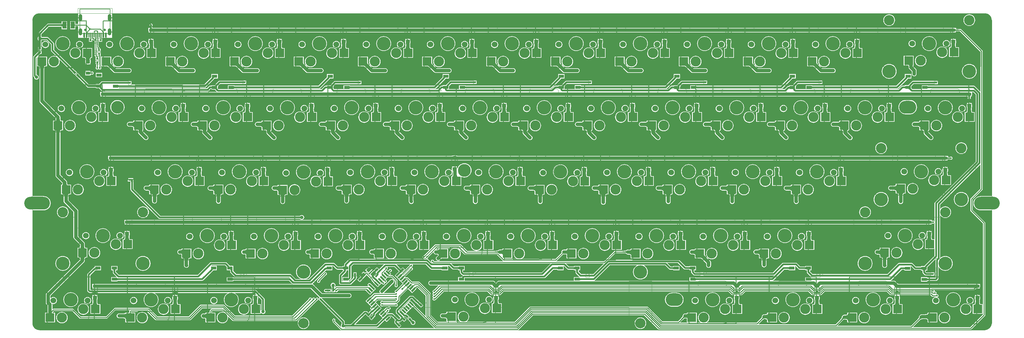
<source format=gbl>
G04*
G04 #@! TF.GenerationSoftware,Altium Limited,Altium Designer,20.1.14 (287)*
G04*
G04 Layer_Physical_Order=2*
G04 Layer_Color=16711680*
%FSLAX44Y44*%
%MOMM*%
G71*
G04*
G04 #@! TF.SameCoordinates,5C55B924-89DB-47C2-A849-1888EFE622F2*
G04*
G04*
G04 #@! TF.FilePolarity,Positive*
G04*
G01*
G75*
%ADD10C,0.0127*%
%ADD11C,0.1000*%
%ADD12C,0.0130*%
%ADD13C,0.0000*%
%ADD14C,0.1501*%
%ADD15C,0.1270*%
%ADD16C,0.2000*%
%ADD17C,0.0500*%
%ADD27C,1.0000*%
%ADD28C,0.2540*%
%ADD29C,0.5000*%
%ADD30C,4.0000*%
%ADD31C,3.0500*%
%ADD32C,3.0000*%
%ADD33C,1.7000*%
%ADD34O,1.0500X2.1000*%
%ADD35C,0.7000*%
%ADD36O,7.6200X3.8100*%
%ADD37O,5.0800X3.8100*%
%ADD38C,3.8100*%
%ADD39C,1.0000*%
%ADD40C,0.5000*%
%ADD41R,2.5499X2.5001*%
%ADD42R,0.6000X1.4500*%
%ADD43R,0.3000X1.4500*%
G04:AMPARAMS|DCode=44|XSize=0.508mm|YSize=1.4732mm|CornerRadius=0mm|HoleSize=0mm|Usage=FLASHONLY|Rotation=135.000|XOffset=0mm|YOffset=0mm|HoleType=Round|Shape=Rectangle|*
%AMROTATEDRECTD44*
4,1,4,0.7005,0.3413,-0.3413,-0.7005,-0.7005,-0.3413,0.3413,0.7005,0.7005,0.3413,0.0*
%
%ADD44ROTATEDRECTD44*%

G04:AMPARAMS|DCode=45|XSize=0.508mm|YSize=1.4732mm|CornerRadius=0mm|HoleSize=0mm|Usage=FLASHONLY|Rotation=225.000|XOffset=0mm|YOffset=0mm|HoleType=Round|Shape=Rectangle|*
%AMROTATEDRECTD45*
4,1,4,-0.3413,0.7005,0.7005,-0.3413,0.3413,-0.7005,-0.7005,0.3413,-0.3413,0.7005,0.0*
%
%ADD45ROTATEDRECTD45*%

%ADD46R,0.6000X0.6000*%
%ADD47P,0.8485X4X270.0*%
%ADD48R,0.6000X0.6000*%
%ADD49R,0.5500X0.5500*%
%ADD50R,1.5000X0.9000*%
G04:AMPARAMS|DCode=51|XSize=1.3mm|YSize=1.05mm|CornerRadius=0mm|HoleSize=0mm|Usage=FLASHONLY|Rotation=225.000|XOffset=0mm|YOffset=0mm|HoleType=Round|Shape=Rectangle|*
%AMROTATEDRECTD51*
4,1,4,0.0884,0.8309,0.8309,0.0884,-0.0884,-0.8309,-0.8309,-0.0884,0.0884,0.8309,0.0*
%
%ADD51ROTATEDRECTD51*%

%ADD52R,1.2200X0.9101*%
%ADD53R,1.1850X2.0500*%
%ADD54P,0.8485X4X360.0*%
G36*
X-14354Y-587D02*
X-10762Y-1956D01*
X-7505Y-4000D01*
X-4710Y-6640D01*
X-2484Y-9774D01*
X-912Y-13282D01*
X-55Y-17030D01*
X-0Y-18951D01*
X-0Y-543848D01*
X-33050D01*
X-37177Y-544254D01*
X-41145Y-545458D01*
X-44802Y-547413D01*
X-48007Y-550043D01*
X-50637Y-553248D01*
X-52592Y-556905D01*
X-53796Y-560873D01*
X-54202Y-565000D01*
X-53796Y-569126D01*
X-52592Y-573094D01*
X-50637Y-576751D01*
X-48007Y-579956D01*
X-44802Y-582587D01*
X-41145Y-584542D01*
X-37177Y-585745D01*
X-33050Y-586152D01*
X-0D01*
X0Y-922000D01*
X-0Y-922000D01*
X-0Y-923970D01*
X-769Y-927834D01*
X-2276Y-931474D01*
X-4465Y-934749D01*
X-7251Y-937535D01*
X-10526Y-939724D01*
X-14166Y-941231D01*
X-18030Y-942000D01*
X-20000D01*
X-22000Y-941919D01*
X-1404704D01*
X-1361119Y-898334D01*
X-1031381D01*
X-989857Y-939857D01*
X-988776Y-940580D01*
X-987500Y-940834D01*
X-62500D01*
X-61224Y-940580D01*
X-60142Y-939857D01*
X-20143Y-899857D01*
X-19420Y-898776D01*
X-19166Y-897500D01*
Y-623500D01*
X-19420Y-622224D01*
X-20143Y-621143D01*
X-56666Y-584619D01*
Y-553881D01*
X-27643Y-524857D01*
X-26920Y-523776D01*
X-26666Y-522500D01*
Y-112500D01*
X-26920Y-111224D01*
X-27643Y-110142D01*
X-90305Y-47480D01*
X-91387Y-46757D01*
X-92662Y-46504D01*
X-100723D01*
X-102177Y-46442D01*
X-104850Y-46182D01*
X-105713Y-46035D01*
Y-43287D01*
X-111335D01*
X-111985Y-43018D01*
X-113813Y-42777D01*
X-2491666D01*
Y-40338D01*
X-2494644D01*
Y-40896D01*
X-2494654Y-41004D01*
X-2494676Y-41068D01*
X-2494697Y-41111D01*
X-2494708Y-41122D01*
X-2494751Y-41154D01*
X-2494805Y-41175D01*
X-2494837Y-41186D01*
X-2494858D01*
X-2494923Y-41175D01*
X-2494966Y-41154D01*
X-2494998Y-41133D01*
X-2495009Y-41122D01*
X-2495041Y-41057D01*
X-2495052Y-40982D01*
X-2495063Y-40918D01*
Y-39145D01*
X-2495052Y-39048D01*
X-2495030Y-38984D01*
X-2495020Y-38941D01*
X-2495009Y-38930D01*
X-2494955Y-38887D01*
X-2494912Y-38865D01*
X-2494869Y-38855D01*
X-2494858D01*
X-2494794Y-38865D01*
X-2494751Y-38887D01*
X-2494719Y-38919D01*
X-2494708Y-38930D01*
X-2494665Y-38995D01*
X-2494654Y-39059D01*
X-2494644Y-39123D01*
Y-39918D01*
X-2492785D01*
X-2492022Y-39080D01*
X-2492108Y-38833D01*
X-2492215Y-38618D01*
X-2492344Y-38425D01*
X-2492462Y-38264D01*
X-2492570Y-38135D01*
X-2492656Y-38038D01*
X-2492720Y-37974D01*
X-2492731Y-37952D01*
X-2492742D01*
X-2492849Y-37866D01*
X-2492989Y-37770D01*
X-2493150Y-37684D01*
X-2493322Y-37587D01*
X-2493505Y-37490D01*
X-2493598Y-37449D01*
X-2493610Y-37488D01*
X-2493653Y-37684D01*
X-2493687Y-37898D01*
X-2493711Y-38131D01*
X-2493730Y-38653D01*
X-2496270D01*
X-2496275Y-38383D01*
X-2496313Y-37898D01*
X-2496347Y-37684D01*
X-2496390Y-37488D01*
X-2496443Y-37310D01*
X-2496505Y-37151D01*
X-2496577Y-37011D01*
X-2496659Y-36889D01*
X-2496750Y-36785D01*
X-2495063D01*
Y-36040D01*
X-2495052Y-35932D01*
X-2495030Y-35868D01*
X-2495020Y-35825D01*
X-2495009Y-35814D01*
X-2494955Y-35771D01*
X-2494912Y-35761D01*
X-2494869Y-35750D01*
X-2494858D01*
X-2494794Y-35761D01*
X-2494751Y-35782D01*
X-2494719Y-35803D01*
X-2494708Y-35814D01*
X-2494665Y-35879D01*
X-2494654Y-35954D01*
X-2494644Y-36018D01*
Y-36556D01*
X-2494429Y-36641D01*
X-2494235Y-36727D01*
X-2494081Y-36785D01*
X-2493250D01*
X-2493341Y-36889D01*
X-2493423Y-37011D01*
X-2493449Y-37062D01*
X-2493429Y-37071D01*
X-2493354Y-37104D01*
X-2493290Y-37136D01*
X-2493236Y-37168D01*
X-2493193Y-37189D01*
X-2493161Y-37200D01*
X-2493139Y-37211D01*
X-2493118Y-37222D01*
X-2492914Y-37340D01*
X-2492731Y-37458D01*
X-2492581Y-37566D01*
X-2492452Y-37662D01*
X-2492355Y-37748D01*
X-2492280Y-37823D01*
X-2492237Y-37866D01*
X-2492226Y-37877D01*
X-2492119Y-38006D01*
X-2492011Y-38146D01*
X-2491925Y-38296D01*
X-2491850Y-38425D01*
X-2491796Y-38543D01*
X-2491743Y-38640D01*
X-2491721Y-38704D01*
X-2491710Y-38715D01*
Y-38726D01*
X-2491666Y-38677D01*
Y-38181D01*
X-2491664Y-38160D01*
X-2491653Y-38090D01*
X-2490761Y-36756D01*
X-2490412Y-35000D01*
X-2490761Y-33244D01*
X-2491756Y-31756D01*
X-2493244Y-30761D01*
X-2495000Y-30412D01*
X-2496756Y-30761D01*
X-2498244Y-31756D01*
X-2499239Y-33244D01*
X-2499588Y-35000D01*
X-2499239Y-36756D01*
X-2498347Y-38090D01*
X-2498340Y-38137D01*
X-2498334Y-38210D01*
Y-43287D01*
X-2503162D01*
Y-56388D01*
X-2497540D01*
X-2496890Y-56657D01*
X-2495063Y-56898D01*
X-113813D01*
X-111985Y-56657D01*
X-111335Y-56388D01*
X-105713D01*
Y-53640D01*
X-104870Y-53496D01*
X-100665Y-53172D01*
X-94044D01*
X-33334Y-113881D01*
Y-232778D01*
X-49356Y-216755D01*
X-50845Y-215761D01*
X-52601Y-215412D01*
X-187831D01*
X-188127Y-215391D01*
X-188736Y-215311D01*
X-189205Y-215212D01*
X-189500Y-215116D01*
Y-213500D01*
X-191487D01*
X-191530Y-213491D01*
X-191574Y-213500D01*
X-208500D01*
Y-225412D01*
X-235099D01*
X-236507Y-224004D01*
X-237454Y-222990D01*
X-238124Y-222164D01*
X-238479Y-221661D01*
X-238500Y-221556D01*
Y-218442D01*
X-238412Y-218000D01*
Y-216901D01*
X-231600Y-210088D01*
X-170624D01*
X-170000Y-210120D01*
Y-210500D01*
X-168013D01*
X-167970Y-210509D01*
X-167926Y-210500D01*
X-160000D01*
Y-200500D01*
X-167926D01*
X-167970Y-200491D01*
X-168013Y-200500D01*
X-170000D01*
Y-200826D01*
X-171376Y-200912D01*
X-233500D01*
X-235256Y-201261D01*
X-236745Y-202256D01*
X-246245Y-211756D01*
X-247239Y-213244D01*
X-247290Y-213500D01*
X-255426D01*
X-255470Y-213491D01*
X-255513Y-213500D01*
X-257500D01*
Y-215116D01*
X-257795Y-215212D01*
X-258232Y-215304D01*
X-259322Y-215412D01*
X-265000D01*
X-266756Y-215761D01*
X-268244Y-216755D01*
X-276901Y-225412D01*
X-532572D01*
Y-224883D01*
X-532276Y-224788D01*
X-531840Y-224695D01*
X-530750Y-224588D01*
X-281000D01*
X-279245Y-224239D01*
X-277756Y-223244D01*
X-249756Y-195244D01*
X-248762Y-193756D01*
X-248711Y-193500D01*
X-238500D01*
Y-180500D01*
X-257500D01*
Y-188556D01*
X-257589Y-189000D01*
Y-190099D01*
X-282901Y-215412D01*
X-530902D01*
X-531199Y-215391D01*
X-531808Y-215311D01*
X-532276Y-215212D01*
X-532572Y-215116D01*
Y-213500D01*
X-534558D01*
X-534602Y-213491D01*
X-534646Y-213500D01*
X-551572D01*
Y-225412D01*
X-581242D01*
X-581483Y-225171D01*
Y-222000D01*
X-581571Y-221556D01*
Y-218442D01*
X-581483Y-218000D01*
Y-216901D01*
X-574171Y-209588D01*
X-512766D01*
X-512142Y-209620D01*
Y-210000D01*
X-510155D01*
X-510112Y-210009D01*
X-510068Y-210000D01*
X-502142D01*
Y-200000D01*
X-510068D01*
X-510112Y-199991D01*
X-510155Y-200000D01*
X-512142D01*
Y-200326D01*
X-513518Y-200412D01*
X-576072D01*
X-577827Y-200761D01*
X-579316Y-201756D01*
X-589316Y-211756D01*
X-590311Y-213244D01*
X-590361Y-213500D01*
X-600571D01*
Y-215739D01*
X-600754Y-215806D01*
X-601147Y-215901D01*
X-601674Y-215980D01*
X-601940Y-216001D01*
X-603089D01*
X-604845Y-216350D01*
X-606333Y-217344D01*
X-614400Y-225412D01*
X-875643D01*
Y-224883D01*
X-875348Y-224788D01*
X-874911Y-224695D01*
X-873821Y-224588D01*
X-624072D01*
X-622316Y-224239D01*
X-620827Y-223244D01*
X-592827Y-195244D01*
X-591833Y-193756D01*
X-591782Y-193500D01*
X-581571D01*
Y-180500D01*
X-600571D01*
Y-188556D01*
X-600660Y-189000D01*
Y-190099D01*
X-625972Y-215412D01*
X-873974D01*
X-874270Y-215391D01*
X-874879Y-215311D01*
X-875348Y-215212D01*
X-875643Y-215116D01*
Y-213500D01*
X-877630D01*
X-877673Y-213491D01*
X-877717Y-213500D01*
X-894643D01*
Y-225412D01*
X-924643D01*
Y-218444D01*
X-924555Y-218000D01*
Y-216900D01*
X-917243Y-209588D01*
X-854909D01*
X-854285Y-209620D01*
Y-210000D01*
X-852299D01*
X-852255Y-210009D01*
X-852211Y-210000D01*
X-844285D01*
Y-200000D01*
X-852211D01*
X-852255Y-199991D01*
X-852299Y-200000D01*
X-854285D01*
Y-200326D01*
X-855661Y-200412D01*
X-919143D01*
X-919143D01*
X-919144D01*
X-919919Y-200566D01*
X-920899Y-200761D01*
X-920899Y-200761D01*
X-920899Y-200761D01*
X-921754Y-201332D01*
X-922388Y-201756D01*
X-922388Y-201756D01*
X-922388Y-201756D01*
X-932387Y-211756D01*
X-932882Y-212497D01*
X-933382Y-213244D01*
Y-213244D01*
X-933382Y-213244D01*
X-933433Y-213500D01*
X-941569D01*
X-941613Y-213491D01*
X-941656Y-213500D01*
X-943643D01*
Y-215116D01*
X-943938Y-215212D01*
X-944375Y-215304D01*
X-945465Y-215412D01*
X-950000D01*
X-951756Y-215761D01*
X-953244Y-216755D01*
X-961615Y-225126D01*
X-1218715D01*
Y-224883D01*
X-1218419Y-224788D01*
X-1217983Y-224695D01*
X-1216892Y-224588D01*
X-967143D01*
X-965387Y-224239D01*
X-963899Y-223244D01*
X-935899Y-195244D01*
X-934904Y-193756D01*
X-934854Y-193500D01*
X-924643D01*
Y-180500D01*
X-943643D01*
Y-188556D01*
X-943732Y-189000D01*
Y-190099D01*
X-969044Y-215412D01*
X-1217045D01*
X-1217342Y-215391D01*
X-1217951Y-215311D01*
X-1218419Y-215212D01*
X-1218715Y-215116D01*
Y-213500D01*
X-1220701D01*
X-1220745Y-213491D01*
X-1220789Y-213500D01*
X-1237715D01*
Y-225126D01*
X-1267714D01*
Y-218444D01*
X-1267626Y-218000D01*
Y-216900D01*
X-1260411Y-209685D01*
X-1197052D01*
X-1196428Y-209716D01*
Y-210096D01*
X-1194441D01*
X-1194397Y-210105D01*
X-1194353Y-210096D01*
X-1186428D01*
Y-200097D01*
X-1194353D01*
X-1194397Y-200088D01*
X-1194441Y-200097D01*
X-1196428D01*
Y-200422D01*
X-1197804Y-200508D01*
X-1262311D01*
X-1262311D01*
X-1262311D01*
X-1263087Y-200663D01*
X-1264067Y-200858D01*
X-1264067Y-200858D01*
X-1264067Y-200858D01*
X-1264921Y-201429D01*
X-1265555Y-201852D01*
X-1265555Y-201852D01*
X-1265555Y-201852D01*
X-1275458Y-211756D01*
X-1275829Y-212311D01*
X-1276453Y-213244D01*
X-1276453Y-213244D01*
D01*
X-1276504Y-213500D01*
X-1284640D01*
X-1284684Y-213491D01*
X-1284728Y-213500D01*
X-1286714D01*
Y-215116D01*
X-1287009Y-215212D01*
X-1287446Y-215304D01*
X-1288537Y-215412D01*
X-1295000D01*
X-1296756Y-215761D01*
X-1298244Y-216755D01*
X-1306615Y-225126D01*
X-1561786D01*
Y-224883D01*
X-1561491Y-224788D01*
X-1561054Y-224695D01*
X-1559964Y-224588D01*
X-1310215D01*
X-1308459Y-224239D01*
X-1307464Y-223574D01*
X-1306970Y-223244D01*
X-1278970Y-195244D01*
Y-195244D01*
X-1278970D01*
X-1278476Y-194505D01*
X-1277975Y-193756D01*
Y-193756D01*
X-1277975Y-193756D01*
X-1277924Y-193500D01*
X-1267714D01*
Y-180500D01*
X-1286714D01*
Y-188558D01*
X-1286802Y-189000D01*
Y-190099D01*
X-1312115Y-215412D01*
X-1560116D01*
X-1560413Y-215391D01*
X-1561022Y-215311D01*
X-1561490Y-215212D01*
X-1561786Y-215116D01*
Y-213500D01*
X-1563772D01*
X-1563816Y-213491D01*
X-1563860Y-213500D01*
X-1580786D01*
Y-225126D01*
X-1610786D01*
Y-218444D01*
X-1610698Y-218000D01*
Y-216901D01*
X-1603482Y-209685D01*
X-1539195D01*
X-1538571Y-209716D01*
Y-210096D01*
X-1536585D01*
X-1536541Y-210105D01*
X-1536497Y-210096D01*
X-1528571D01*
Y-200097D01*
X-1536497D01*
X-1536541Y-200088D01*
X-1536585Y-200097D01*
X-1538571D01*
Y-200422D01*
X-1539947Y-200508D01*
X-1605382D01*
X-1607138Y-200858D01*
X-1608627Y-201852D01*
X-1618530Y-211756D01*
X-1619525Y-213244D01*
X-1619576Y-213500D01*
X-1627712D01*
X-1627755Y-213491D01*
X-1627799Y-213500D01*
X-1629786D01*
Y-215141D01*
X-1630015Y-215219D01*
X-1630409Y-215306D01*
X-1631422Y-215412D01*
X-1632500D01*
X-1634256Y-215761D01*
X-1635744Y-216755D01*
X-1644400Y-225412D01*
X-1904857D01*
Y-224883D01*
X-1904562Y-224788D01*
X-1904125Y-224695D01*
X-1903035Y-224588D01*
X-1653286D01*
X-1651530Y-224239D01*
X-1650536Y-223574D01*
X-1650042Y-223244D01*
X-1622041Y-195244D01*
Y-195244D01*
X-1622041D01*
X-1621548Y-194505D01*
X-1621047Y-193756D01*
Y-193756D01*
X-1621047Y-193756D01*
X-1620996Y-193500D01*
X-1610786D01*
Y-180500D01*
X-1629786D01*
Y-188558D01*
X-1629874Y-189000D01*
Y-190099D01*
X-1655187Y-215412D01*
X-1903188D01*
X-1903484Y-215391D01*
X-1904093Y-215311D01*
X-1904562Y-215212D01*
X-1904857Y-215116D01*
Y-213500D01*
X-1906844D01*
X-1906888Y-213491D01*
X-1906931Y-213500D01*
X-1923857D01*
Y-225412D01*
X-1951456D01*
X-1953769Y-223099D01*
Y-222000D01*
X-1953857Y-221556D01*
Y-218442D01*
X-1953769Y-218000D01*
Y-216901D01*
X-1947458Y-210589D01*
X-1881338D01*
X-1880714Y-210620D01*
Y-211001D01*
X-1878727D01*
X-1878683Y-211010D01*
X-1878640Y-211001D01*
X-1870714D01*
Y-201001D01*
X-1878640D01*
X-1878683Y-200992D01*
X-1878727Y-201001D01*
X-1880714D01*
Y-201327D01*
X-1882090Y-201413D01*
X-1949358D01*
X-1951114Y-201762D01*
X-1952603Y-202757D01*
X-1961602Y-211756D01*
X-1962596Y-213244D01*
X-1962647Y-213500D01*
X-1970783D01*
X-1970827Y-213491D01*
X-1970871Y-213500D01*
X-1972857D01*
Y-215116D01*
X-1973152Y-215212D01*
X-1973589Y-215304D01*
X-1974679Y-215412D01*
X-1977500D01*
X-1979256Y-215761D01*
X-1980744Y-216755D01*
X-1989400Y-225412D01*
X-2247929D01*
Y-224883D01*
X-2247634Y-224788D01*
X-2247197Y-224695D01*
X-2246107Y-224588D01*
X-1996357D01*
X-1994601Y-224239D01*
X-1993113Y-223244D01*
X-1965113Y-195244D01*
X-1964118Y-193756D01*
X-1964068Y-193500D01*
X-1953857D01*
Y-180500D01*
X-1972857D01*
Y-188556D01*
X-1972946Y-189000D01*
Y-190099D01*
X-1998258Y-215412D01*
X-2246259D01*
X-2246556Y-215391D01*
X-2247165Y-215311D01*
X-2247633Y-215212D01*
X-2247929Y-215116D01*
Y-213500D01*
X-2249915D01*
X-2249959Y-213491D01*
X-2250003Y-213500D01*
X-2266929D01*
Y-225412D01*
X-2294528D01*
X-2296840Y-223099D01*
Y-222000D01*
X-2296928Y-221556D01*
Y-218442D01*
X-2296841Y-218000D01*
Y-216901D01*
X-2289625Y-209685D01*
X-2223481D01*
X-2222857Y-209716D01*
Y-210096D01*
X-2220870D01*
X-2220827Y-210105D01*
X-2220783Y-210096D01*
X-2212857D01*
Y-200097D01*
X-2220783D01*
X-2220827Y-200088D01*
X-2220870Y-200097D01*
X-2222857D01*
Y-200422D01*
X-2224233Y-200508D01*
X-2291525D01*
X-2293281Y-200858D01*
X-2294769Y-201852D01*
X-2304673Y-211756D01*
X-2305668Y-213244D01*
X-2305718Y-213500D01*
X-2313854D01*
X-2313898Y-213491D01*
X-2313942Y-213500D01*
X-2315928D01*
Y-215116D01*
X-2316224Y-215212D01*
X-2316660Y-215304D01*
X-2317751Y-215412D01*
X-2320000D01*
X-2321756Y-215761D01*
X-2323244Y-216755D01*
X-2329400Y-222912D01*
X-2591000D01*
Y-221383D01*
X-2590705Y-221288D01*
X-2590268Y-221196D01*
X-2589178Y-221088D01*
X-2335929D01*
X-2334173Y-220739D01*
X-2332685Y-219744D01*
X-2308184Y-195244D01*
X-2307190Y-193756D01*
X-2307139Y-193500D01*
X-2296928D01*
Y-180500D01*
X-2315928D01*
Y-188556D01*
X-2316017Y-189000D01*
Y-190099D01*
X-2337829Y-211912D01*
X-2589331D01*
X-2589627Y-211891D01*
X-2590236Y-211811D01*
X-2590705Y-211712D01*
X-2591000Y-211617D01*
Y-211338D01*
X-2563874D01*
X-2563250Y-211370D01*
Y-211750D01*
X-2561263D01*
X-2561219Y-211759D01*
X-2561176Y-211750D01*
X-2553250D01*
Y-201750D01*
X-2561176D01*
X-2561219Y-201741D01*
X-2561263Y-201750D01*
X-2563250D01*
Y-202076D01*
X-2564626Y-202162D01*
X-2639750D01*
X-2641506Y-202511D01*
X-2642994Y-203506D01*
X-2647744Y-208256D01*
X-2648739Y-209744D01*
X-2648790Y-210000D01*
X-2656926D01*
X-2656970Y-209991D01*
X-2657014Y-210000D01*
X-2659000D01*
Y-211617D01*
X-2659295Y-211712D01*
X-2659732Y-211805D01*
X-2660822Y-211912D01*
X-2679101D01*
X-2706390Y-184623D01*
X-2706809Y-184159D01*
X-2706540Y-183890D01*
X-2707945Y-182485D01*
X-2707969Y-182448D01*
X-2708007Y-182424D01*
X-2713611Y-176819D01*
X-2720682Y-183890D01*
X-2715078Y-189494D01*
X-2715053Y-189532D01*
X-2715016Y-189557D01*
X-2713611Y-190961D01*
X-2713381Y-190731D01*
X-2712347Y-191643D01*
X-2684245Y-219744D01*
X-2682757Y-220739D01*
X-2681001Y-221088D01*
X-2660669D01*
X-2660373Y-221109D01*
X-2659764Y-221189D01*
X-2659295Y-221288D01*
X-2659000Y-221383D01*
Y-223000D01*
X-2657014D01*
X-2656970Y-223009D01*
X-2656926Y-223000D01*
X-2648790D01*
X-2648739Y-223256D01*
X-2647744Y-224744D01*
X-2641744Y-230744D01*
X-2640256Y-231739D01*
X-2638500Y-232088D01*
X-2327500D01*
X-2325744Y-231739D01*
X-2324256Y-230744D01*
X-2318099Y-224588D01*
X-2317598D01*
X-2317301Y-224608D01*
X-2316693Y-224688D01*
X-2316224Y-224788D01*
X-2315928Y-224883D01*
Y-226500D01*
X-2313942D01*
X-2313898Y-226508D01*
X-2313854Y-226500D01*
X-2305718D01*
X-2305667Y-226756D01*
X-2304673Y-228244D01*
X-2299672Y-233244D01*
X-2299623Y-233277D01*
X-2637938D01*
X-2639765Y-233518D01*
X-2640415Y-233787D01*
X-2646037D01*
Y-246888D01*
X-2640415D01*
X-2639765Y-247157D01*
X-2637938Y-247398D01*
X-70170D01*
X-70050Y-247711D01*
X-69853Y-248361D01*
X-69827Y-248473D01*
X-70551Y-249557D01*
X-70901Y-251313D01*
X-70551Y-253068D01*
X-69557Y-254557D01*
X-68068Y-255551D01*
X-66312Y-255901D01*
X-64557Y-255551D01*
X-63068Y-254557D01*
X-62074Y-253068D01*
X-61724Y-251313D01*
X-62074Y-249557D01*
X-62612Y-248751D01*
X-62522Y-248361D01*
X-62325Y-247711D01*
X-62084Y-247080D01*
X-61995Y-246888D01*
X-58088D01*
Y-234588D01*
X-54401D01*
X-47358Y-241630D01*
Y-440869D01*
X-168244Y-561756D01*
X-169239Y-563244D01*
X-169588Y-565000D01*
Y-619335D01*
X-170418Y-618093D01*
X-171907Y-617099D01*
X-173662Y-616749D01*
X-175418Y-617099D01*
X-176450Y-617788D01*
X-177057Y-617666D01*
X-177150Y-617640D01*
Y-614787D01*
X-182772D01*
X-183423Y-614518D01*
X-185250Y-614277D01*
X-2566500D01*
X-2568327Y-614518D01*
X-2568978Y-614787D01*
X-2574600D01*
Y-627888D01*
X-2568978D01*
X-2568327Y-628157D01*
X-2566500Y-628398D01*
X-185250D01*
X-183423Y-628157D01*
X-182772Y-627888D01*
X-177150D01*
Y-625035D01*
X-177057Y-625009D01*
X-176450Y-624887D01*
X-175418Y-625576D01*
X-173662Y-625926D01*
X-171907Y-625576D01*
X-170418Y-624582D01*
X-169588Y-623340D01*
Y-672401D01*
X-175349D01*
X-175746Y-672359D01*
X-176129Y-672224D01*
X-176467Y-671998D01*
X-176815Y-671622D01*
X-177174Y-671033D01*
X-177514Y-670200D01*
X-177805Y-669115D01*
X-178025Y-667786D01*
X-178163Y-666221D01*
X-178165Y-666150D01*
X-178116Y-663549D01*
X-177953Y-661262D01*
X-177865Y-660588D01*
X-177150D01*
Y-658601D01*
X-177141Y-658557D01*
X-177150Y-658514D01*
Y-658459D01*
X-177146Y-658426D01*
X-177150Y-658409D01*
Y-647487D01*
X-182772D01*
X-183423Y-647218D01*
X-185250Y-646977D01*
X-187077Y-647218D01*
X-187728Y-647487D01*
X-193350D01*
Y-658409D01*
X-193354Y-658426D01*
X-193350Y-658459D01*
Y-658514D01*
X-193358Y-658557D01*
X-193350Y-658601D01*
Y-660588D01*
X-192738D01*
X-192337Y-666214D01*
X-192337Y-666221D01*
X-192474Y-667786D01*
X-192695Y-669115D01*
X-192986Y-670200D01*
X-193326Y-671033D01*
X-193685Y-671622D01*
X-194033Y-671998D01*
X-194371Y-672224D01*
X-194753Y-672359D01*
X-195151Y-672401D01*
X-197847D01*
Y-701403D01*
X-169588D01*
Y-721099D01*
X-198745Y-750256D01*
X-199739Y-751744D01*
X-199790Y-752000D01*
X-207926D01*
X-207970Y-751991D01*
X-208013Y-752000D01*
X-210000D01*
Y-753617D01*
X-210295Y-753712D01*
X-210732Y-753804D01*
X-211822Y-753912D01*
X-224599D01*
X-234256Y-744256D01*
X-235744Y-743261D01*
X-237500Y-742912D01*
X-275000D01*
X-276756Y-743261D01*
X-278244Y-744256D01*
X-309900Y-775912D01*
X-509376D01*
X-510000Y-775880D01*
Y-775500D01*
X-511987D01*
X-512030Y-775491D01*
X-512074Y-775500D01*
X-517926D01*
X-517969Y-775491D01*
X-518013Y-775500D01*
X-520000D01*
Y-775826D01*
X-521376Y-775912D01*
X-531459D01*
X-539270Y-768100D01*
Y-766330D01*
X-539234Y-765915D01*
X-539138Y-765336D01*
X-539021Y-764901D01*
X-538906Y-764617D01*
X-538835Y-764501D01*
X-534358D01*
Y-751501D01*
X-551284D01*
X-551328Y-751492D01*
X-551372Y-751501D01*
X-553358D01*
Y-753117D01*
X-553654Y-753213D01*
X-554090Y-753305D01*
X-555181Y-753412D01*
X-567958D01*
X-577614Y-743756D01*
X-579102Y-742762D01*
X-580858Y-742412D01*
X-618358D01*
X-620114Y-742762D01*
X-621603Y-743756D01*
X-648758Y-770912D01*
X-854376D01*
X-855000Y-770880D01*
Y-770500D01*
X-856987D01*
X-857030Y-770491D01*
X-857074Y-770500D01*
X-862926D01*
X-862970Y-770491D01*
X-863013Y-770500D01*
X-865000D01*
Y-770826D01*
X-866376Y-770912D01*
X-879817D01*
X-882628Y-768100D01*
Y-766330D01*
X-882591Y-765915D01*
X-882495Y-765336D01*
X-882379Y-764901D01*
X-882264Y-764617D01*
X-882193Y-764501D01*
X-877716D01*
Y-751501D01*
X-894642D01*
X-894686Y-751492D01*
X-894729Y-751501D01*
X-896716D01*
Y-752723D01*
X-896884Y-752764D01*
X-897370Y-752840D01*
X-898343Y-752912D01*
X-908100D01*
X-926256Y-734756D01*
X-927744Y-733761D01*
X-929500Y-733412D01*
X-1136857D01*
X-1116779Y-713334D01*
X-1093089D01*
X-1091636Y-713395D01*
X-1088962Y-713655D01*
X-1087899Y-713836D01*
X-1086974Y-714053D01*
X-1086217Y-714294D01*
X-1085634Y-714545D01*
X-1085228Y-714783D01*
X-1085024Y-714951D01*
X-1084993Y-714992D01*
X-1084476Y-715509D01*
X-1083014Y-716631D01*
X-1081311Y-717336D01*
X-1079483Y-717577D01*
X-1078701D01*
X-1077698Y-717603D01*
X-1076137Y-717740D01*
X-1074811Y-717961D01*
X-1073728Y-718251D01*
X-1072896Y-718590D01*
X-1072308Y-718948D01*
X-1071932Y-719295D01*
X-1071706Y-719632D01*
X-1071571Y-720012D01*
X-1071528Y-720409D01*
Y-729341D01*
X-1042029D01*
Y-700339D01*
X-1069457D01*
X-1069501Y-700331D01*
X-1069544Y-700339D01*
X-1071528D01*
Y-702149D01*
X-1071546Y-702255D01*
X-1071627Y-702333D01*
X-1071982Y-702540D01*
X-1072617Y-702785D01*
X-1073518Y-703017D01*
X-1074642Y-703207D01*
X-1077553Y-703437D01*
X-1078173Y-703180D01*
X-1080000Y-702939D01*
X-1081827Y-703180D01*
X-1083530Y-703885D01*
X-1084993Y-705007D01*
X-1085024Y-705048D01*
X-1085228Y-705217D01*
X-1085634Y-705455D01*
X-1086217Y-705705D01*
X-1086974Y-705946D01*
X-1087899Y-706163D01*
X-1088943Y-706341D01*
X-1093148Y-706666D01*
X-1118160D01*
X-1119436Y-706919D01*
X-1120517Y-707642D01*
X-1150541Y-737666D01*
X-1655119D01*
X-1655393Y-737392D01*
X-1655406Y-737376D01*
X-1655448Y-737318D01*
X-1655761Y-735744D01*
X-1656756Y-734256D01*
X-1658244Y-733261D01*
X-1660000Y-732912D01*
X-1661756Y-733261D01*
X-1663244Y-734256D01*
X-1664239Y-735744D01*
X-1664588Y-737500D01*
X-1664239Y-739256D01*
X-1663244Y-740744D01*
X-1661756Y-741739D01*
X-1660181Y-742052D01*
X-1660144Y-742080D01*
X-1660087Y-742128D01*
X-1659803Y-742412D01*
X-1661759D01*
X-1672416Y-731756D01*
X-1673904Y-730761D01*
X-1675660Y-730412D01*
X-1776349D01*
X-1773789Y-729043D01*
X-1771200Y-726919D01*
X-1769076Y-724330D01*
X-1767497Y-721377D01*
X-1766525Y-718173D01*
X-1766197Y-714840D01*
X-1766525Y-711507D01*
X-1767497Y-708303D01*
X-1769076Y-705350D01*
X-1771200Y-702761D01*
X-1773789Y-700637D01*
X-1776742Y-699058D01*
X-1779947Y-698086D01*
X-1783279Y-697758D01*
X-1786612Y-698086D01*
X-1789816Y-699058D01*
X-1792770Y-700637D01*
X-1795358Y-702761D01*
X-1797483Y-705350D01*
X-1799061Y-708303D01*
X-1800033Y-711507D01*
X-1800361Y-714840D01*
X-1800033Y-718173D01*
X-1799061Y-721377D01*
X-1797483Y-724330D01*
X-1795358Y-726919D01*
X-1792770Y-729043D01*
X-1790209Y-730412D01*
X-1905000D01*
X-1906756Y-730761D01*
X-1908244Y-731756D01*
X-1920535Y-744046D01*
X-1921529Y-745534D01*
X-1921878Y-747290D01*
Y-749663D01*
X-1921915Y-750073D01*
X-1922010Y-750647D01*
X-1922126Y-751077D01*
X-1922241Y-751358D01*
X-1922318Y-751484D01*
X-1922480Y-751501D01*
X-1926790D01*
Y-753412D01*
X-1940099D01*
X-1949256Y-744256D01*
X-1950744Y-743261D01*
X-1952500Y-742912D01*
X-1977500D01*
X-1979256Y-743261D01*
X-1980744Y-744256D01*
X-2026900Y-790412D01*
X-2035382D01*
X-2034102Y-790023D01*
X-2030280Y-787981D01*
X-2026930Y-785231D01*
X-2024181Y-781881D01*
X-2022138Y-778060D01*
X-2020880Y-773913D01*
X-2020455Y-769600D01*
X-2020880Y-765287D01*
X-2022138Y-761140D01*
X-2024181Y-757318D01*
X-2026930Y-753968D01*
X-2030280Y-751219D01*
X-2034102Y-749176D01*
X-2038249Y-747918D01*
X-2042561Y-747494D01*
X-2046874Y-747918D01*
X-2051021Y-749176D01*
X-2054843Y-751219D01*
X-2058193Y-753968D01*
X-2060942Y-757318D01*
X-2062985Y-761140D01*
X-2064243Y-765287D01*
X-2064668Y-769600D01*
X-2064243Y-773913D01*
X-2062985Y-778060D01*
X-2060942Y-781881D01*
X-2058193Y-785231D01*
X-2054843Y-787981D01*
X-2051021Y-790023D01*
X-2049741Y-790412D01*
X-2065600D01*
X-2078756Y-777256D01*
X-2080244Y-776261D01*
X-2082000Y-775912D01*
X-2219376D01*
X-2220000Y-775880D01*
Y-775500D01*
X-2221987D01*
X-2222030Y-775491D01*
X-2222074Y-775500D01*
X-2227926D01*
X-2227970Y-775491D01*
X-2228013Y-775500D01*
X-2230000D01*
Y-775826D01*
X-2231376Y-775912D01*
X-2241849D01*
X-2251162Y-766600D01*
Y-759750D01*
X-2251250Y-759305D01*
Y-751250D01*
X-2261460D01*
X-2261511Y-750994D01*
X-2262506Y-749505D01*
X-2270255Y-741756D01*
X-2271744Y-740761D01*
X-2273500Y-740412D01*
X-2317000D01*
X-2318756Y-740761D01*
X-2320244Y-741756D01*
X-2356900Y-778412D01*
X-2590099D01*
X-2599419Y-769093D01*
Y-766330D01*
X-2599382Y-765915D01*
X-2599286Y-765336D01*
X-2599170Y-764901D01*
X-2599054Y-764617D01*
X-2598984Y-764501D01*
X-2594507D01*
Y-751501D01*
X-2613506D01*
Y-764501D01*
X-2609030D01*
X-2608959Y-764617D01*
X-2608844Y-764901D01*
X-2608727Y-765336D01*
X-2608631Y-765915D01*
X-2608595Y-766330D01*
Y-770993D01*
X-2608246Y-772749D01*
X-2607251Y-774238D01*
X-2596988Y-784501D01*
X-2613506D01*
Y-797501D01*
X-2596581D01*
X-2596537Y-797510D01*
X-2596494Y-797501D01*
X-2594507D01*
Y-795884D01*
X-2594211Y-795789D01*
X-2593775Y-795696D01*
X-2592684Y-795589D01*
X-2343001D01*
X-2341245Y-795240D01*
X-2339756Y-794245D01*
X-2311506Y-765994D01*
X-2310511Y-764506D01*
X-2310460Y-764250D01*
X-2300250D01*
Y-751250D01*
X-2316761D01*
X-2315099Y-749588D01*
X-2275400D01*
X-2270338Y-754650D01*
Y-755750D01*
X-2270250Y-756193D01*
Y-764250D01*
X-2260776D01*
X-2260702Y-764371D01*
X-2260587Y-764655D01*
X-2260470Y-765090D01*
X-2260374Y-765668D01*
X-2260338Y-766082D01*
Y-768500D01*
X-2259989Y-770256D01*
X-2258994Y-771744D01*
X-2246994Y-783744D01*
X-2245506Y-784739D01*
X-2243750Y-785088D01*
X-2230624D01*
X-2230000Y-785120D01*
Y-785500D01*
X-2228013D01*
X-2227970Y-785509D01*
X-2227926Y-785500D01*
X-2222074D01*
X-2222030Y-785509D01*
X-2221987Y-785500D01*
X-2220000D01*
Y-785174D01*
X-2218624Y-785088D01*
X-2083900D01*
X-2082444Y-786544D01*
X-2082494Y-786511D01*
X-2084250Y-786162D01*
X-2249581D01*
X-2249877Y-786141D01*
X-2250486Y-786061D01*
X-2250955Y-785962D01*
X-2251250Y-785867D01*
Y-784250D01*
X-2253237D01*
X-2253280Y-784241D01*
X-2253324Y-784250D01*
X-2270250D01*
Y-797250D01*
X-2253324D01*
X-2253280Y-797259D01*
X-2253237Y-797250D01*
X-2251250D01*
Y-795633D01*
X-2250955Y-795538D01*
X-2250518Y-795445D01*
X-2249428Y-795338D01*
X-2086151D01*
X-2076711Y-804777D01*
X-2661750D01*
X-2663577Y-805018D01*
X-2664228Y-805287D01*
X-2669850D01*
Y-818388D01*
X-2664228D01*
X-2663577Y-818657D01*
X-2661750Y-818898D01*
X-2021087D01*
X-1994992Y-844992D01*
X-1994330Y-845501D01*
X-1995744Y-846446D01*
X-1996739Y-847934D01*
X-1997088Y-849690D01*
X-1997088Y-849690D01*
Y-850000D01*
X-1996739Y-851756D01*
X-1995744Y-853244D01*
X-1929588Y-919400D01*
Y-923684D01*
X-1929612Y-923903D01*
X-1929662Y-924214D01*
X-1929721Y-924472D01*
X-1929784Y-924675D01*
X-1929843Y-924822D01*
X-1929892Y-924915D01*
X-1929914Y-924947D01*
X-1929993Y-925007D01*
X-1931115Y-926470D01*
X-1931820Y-928173D01*
X-1932060Y-930000D01*
X-1931820Y-931827D01*
X-1931115Y-933530D01*
X-1929993Y-934992D01*
X-1928530Y-936115D01*
X-1927199Y-936666D01*
X-1928619D01*
X-1949166Y-916119D01*
Y-915681D01*
X-1949164Y-915660D01*
X-1949153Y-915590D01*
X-1948261Y-914256D01*
X-1947912Y-912500D01*
X-1948261Y-910744D01*
X-1949256Y-909256D01*
X-1950744Y-908261D01*
X-1952500Y-907912D01*
X-1954256Y-908261D01*
X-1955744Y-909256D01*
X-1956739Y-910744D01*
X-1957088Y-912500D01*
X-1956739Y-914256D01*
X-1955847Y-915590D01*
X-1955840Y-915637D01*
X-1955834Y-915710D01*
Y-917500D01*
X-1955580Y-918776D01*
X-1954857Y-919857D01*
X-1932796Y-941919D01*
X-2828081D01*
X-2828081Y-941919D01*
X-2829944Y-941919D01*
X-2833600Y-941192D01*
X-2837043Y-939766D01*
X-2840141Y-937695D01*
X-2842776Y-935060D01*
X-2844847Y-931962D01*
X-2846273Y-928519D01*
X-2847000Y-924863D01*
X-2847000Y-923000D01*
Y-586152D01*
X-2813950D01*
X-2809823Y-585745D01*
X-2805855Y-584542D01*
X-2802198Y-582587D01*
X-2798993Y-579956D01*
X-2796363Y-576751D01*
X-2794408Y-573094D01*
X-2793204Y-569126D01*
X-2792798Y-565000D01*
X-2793204Y-560873D01*
X-2794408Y-556905D01*
X-2796363Y-553248D01*
X-2798993Y-550043D01*
X-2802198Y-547413D01*
X-2805855Y-545458D01*
X-2809823Y-544254D01*
X-2813950Y-543848D01*
X-2847000D01*
Y-19500D01*
Y-17579D01*
X-2846251Y-13812D01*
X-2844781Y-10263D01*
X-2842646Y-7070D01*
X-2839930Y-4353D01*
X-2836737Y-2219D01*
X-2833188Y-749D01*
X-2829420Y0D01*
X-2827500D01*
X-20066Y0D01*
X-20066Y-0D01*
X-18144Y55D01*
X-14354Y-587D01*
D02*
G37*
G36*
X-2493717Y-43266D02*
X-2493679Y-43703D01*
X-2493616Y-44089D01*
X-2493527Y-44423D01*
X-2493412Y-44705D01*
X-2493273Y-44937D01*
X-2493108Y-45117D01*
X-2492917Y-45245D01*
X-2492701Y-45322D01*
X-2492460Y-45348D01*
X-2497540D01*
X-2497299Y-45322D01*
X-2497083Y-45245D01*
X-2496892Y-45117D01*
X-2496727Y-44937D01*
X-2496588Y-44705D01*
X-2496473Y-44423D01*
X-2496384Y-44089D01*
X-2496321Y-43703D01*
X-2496283Y-43266D01*
X-2496270Y-42778D01*
X-2493730D01*
X-2493717Y-43266D01*
D02*
G37*
G36*
X-109757Y-46731D02*
X-109101Y-47116D01*
X-108308Y-47456D01*
X-107743Y-47636D01*
Y-47298D01*
X-107718Y-47539D01*
X-107676Y-47657D01*
X-107381Y-47751D01*
X-106318Y-48001D01*
X-105120Y-48205D01*
X-102319Y-48477D01*
X-100715Y-48545D01*
X-98976Y-48568D01*
Y-51108D01*
X-100715Y-51130D01*
X-105120Y-51470D01*
X-106318Y-51674D01*
X-107381Y-51924D01*
X-107676Y-52018D01*
X-107718Y-52136D01*
X-107743Y-52378D01*
Y-52039D01*
X-108308Y-52219D01*
X-109101Y-52559D01*
X-109757Y-52944D01*
X-110279Y-53375D01*
Y-46300D01*
X-109757Y-46731D01*
D02*
G37*
G36*
X-2709439Y-183989D02*
X-2709390Y-184151D01*
X-2709262Y-184378D01*
X-2709058Y-184668D01*
X-2708777Y-185023D01*
X-2707467Y-186472D01*
X-2706208Y-187758D01*
X-2709743Y-191293D01*
X-2710418Y-190625D01*
X-2713123Y-188239D01*
X-2713350Y-188112D01*
X-2713513Y-188062D01*
X-2713611Y-188090D01*
X-2709411Y-183890D01*
X-2709439Y-183989D01*
D02*
G37*
G36*
X-510112Y-207969D02*
X-510162Y-207880D01*
X-510312Y-207801D01*
X-510562Y-207730D01*
X-510912Y-207669D01*
X-511362Y-207617D01*
X-513312Y-207519D01*
X-515112Y-207500D01*
Y-202500D01*
X-514162Y-202495D01*
X-510562Y-202270D01*
X-510312Y-202199D01*
X-510162Y-202120D01*
X-510112Y-202031D01*
Y-207969D01*
D02*
G37*
G36*
X-852255D02*
X-852305Y-207880D01*
X-852455Y-207801D01*
X-852705Y-207730D01*
X-853055Y-207669D01*
X-853505Y-207617D01*
X-855455Y-207519D01*
X-857255Y-207500D01*
Y-202500D01*
X-856305Y-202495D01*
X-852705Y-202270D01*
X-852455Y-202199D01*
X-852305Y-202120D01*
X-852255Y-202031D01*
Y-207969D01*
D02*
G37*
G36*
X-1194397Y-208066D02*
X-1194447Y-207977D01*
X-1194597Y-207897D01*
X-1194847Y-207827D01*
X-1195197Y-207766D01*
X-1195647Y-207714D01*
X-1197597Y-207615D01*
X-1199397Y-207596D01*
Y-202596D01*
X-1198447Y-202592D01*
X-1194847Y-202367D01*
X-1194597Y-202296D01*
X-1194447Y-202216D01*
X-1194397Y-202127D01*
Y-208066D01*
D02*
G37*
G36*
X-1536541D02*
X-1536591Y-207977D01*
X-1536741Y-207897D01*
X-1536991Y-207827D01*
X-1537341Y-207766D01*
X-1537791Y-207714D01*
X-1539741Y-207615D01*
X-1541541Y-207596D01*
Y-202596D01*
X-1540591Y-202592D01*
X-1536991Y-202367D01*
X-1536741Y-202296D01*
X-1536591Y-202216D01*
X-1536541Y-202127D01*
Y-208066D01*
D02*
G37*
G36*
X-2220827D02*
X-2220877Y-207977D01*
X-2221027Y-207897D01*
X-2221277Y-207827D01*
X-2221627Y-207766D01*
X-2222077Y-207714D01*
X-2224027Y-207615D01*
X-2225827Y-207596D01*
Y-202596D01*
X-2224877Y-202592D01*
X-2221277Y-202367D01*
X-2221027Y-202296D01*
X-2220877Y-202216D01*
X-2220827Y-202127D01*
Y-208066D01*
D02*
G37*
G36*
X-167970Y-208469D02*
X-168020Y-208380D01*
X-168170Y-208300D01*
X-168420Y-208230D01*
X-168770Y-208169D01*
X-169220Y-208117D01*
X-171170Y-208019D01*
X-172970Y-208000D01*
Y-203000D01*
X-172020Y-202995D01*
X-168420Y-202770D01*
X-168170Y-202699D01*
X-168020Y-202620D01*
X-167970Y-202530D01*
Y-208469D01*
D02*
G37*
G36*
X-1878683Y-208970D02*
X-1878734Y-208881D01*
X-1878884Y-208801D01*
X-1879133Y-208731D01*
X-1879483Y-208670D01*
X-1879933Y-208618D01*
X-1881884Y-208519D01*
X-1883683Y-208501D01*
Y-203501D01*
X-1882733Y-203496D01*
X-1879133Y-203271D01*
X-1878884Y-203200D01*
X-1878734Y-203120D01*
X-1878683Y-203031D01*
Y-208970D01*
D02*
G37*
G36*
X-2561219Y-209720D02*
X-2561270Y-209630D01*
X-2561420Y-209551D01*
X-2561670Y-209480D01*
X-2562020Y-209419D01*
X-2562469Y-209368D01*
X-2564420Y-209269D01*
X-2566219Y-209250D01*
Y-204250D01*
X-2565269Y-204245D01*
X-2561670Y-204020D01*
X-2561420Y-203950D01*
X-2561270Y-203870D01*
X-2561219Y-203781D01*
Y-209720D01*
D02*
G37*
G36*
X-2592980Y-212405D02*
X-2592831Y-212740D01*
X-2592580Y-213035D01*
X-2592231Y-213291D01*
X-2591780Y-213508D01*
X-2591230Y-213685D01*
X-2590580Y-213823D01*
X-2589830Y-213921D01*
X-2588980Y-213980D01*
X-2588030Y-214000D01*
Y-219000D01*
X-2588980Y-219020D01*
X-2590580Y-219177D01*
X-2591230Y-219315D01*
X-2591780Y-219492D01*
X-2592231Y-219709D01*
X-2592580Y-219965D01*
X-2592831Y-220261D01*
X-2592980Y-220595D01*
X-2593030Y-220970D01*
Y-212031D01*
X-2592980Y-212405D01*
D02*
G37*
G36*
X-2656970Y-220970D02*
X-2657020Y-220595D01*
X-2657169Y-220261D01*
X-2657420Y-219965D01*
X-2657769Y-219709D01*
X-2658220Y-219492D01*
X-2658770Y-219315D01*
X-2659420Y-219177D01*
X-2660170Y-219079D01*
X-2661020Y-219020D01*
X-2661970Y-219000D01*
Y-214000D01*
X-2661020Y-213980D01*
X-2659420Y-213823D01*
X-2658770Y-213685D01*
X-2658220Y-213508D01*
X-2657769Y-213291D01*
X-2657420Y-213035D01*
X-2657169Y-212740D01*
X-2657020Y-212405D01*
X-2656970Y-212031D01*
Y-220970D01*
D02*
G37*
G36*
X-191481Y-215904D02*
X-191331Y-216239D01*
X-191080Y-216535D01*
X-190730Y-216791D01*
X-190280Y-217007D01*
X-189730Y-217185D01*
X-189081Y-217323D01*
X-188330Y-217421D01*
X-187481Y-217480D01*
X-186530Y-217500D01*
Y-222500D01*
X-187481Y-222519D01*
X-189081Y-222677D01*
X-189730Y-222815D01*
X-190280Y-222992D01*
X-190730Y-223209D01*
X-191080Y-223465D01*
X-191331Y-223760D01*
X-191481Y-224095D01*
X-191530Y-224469D01*
Y-215530D01*
X-191481Y-215904D01*
D02*
G37*
G36*
X-255470Y-224469D02*
X-255520Y-224095D01*
X-255670Y-223760D01*
X-255920Y-223465D01*
X-256270Y-223209D01*
X-256720Y-222992D01*
X-257270Y-222815D01*
X-257920Y-222677D01*
X-258670Y-222579D01*
X-259520Y-222519D01*
X-260470Y-222500D01*
Y-217500D01*
X-259520Y-217480D01*
X-257920Y-217323D01*
X-257270Y-217185D01*
X-256720Y-217007D01*
X-256270Y-216791D01*
X-255920Y-216535D01*
X-255670Y-216239D01*
X-255520Y-215904D01*
X-255470Y-215530D01*
Y-224469D01*
D02*
G37*
G36*
X-534552Y-215904D02*
X-534402Y-216239D01*
X-534152Y-216535D01*
X-533802Y-216791D01*
X-533352Y-217007D01*
X-532802Y-217185D01*
X-532152Y-217323D01*
X-531402Y-217421D01*
X-530552Y-217480D01*
X-529602Y-217500D01*
Y-222500D01*
X-530552Y-222519D01*
X-532152Y-222677D01*
X-532802Y-222815D01*
X-533352Y-222992D01*
X-533802Y-223209D01*
X-534152Y-223465D01*
X-534402Y-223760D01*
X-534552Y-224095D01*
X-534602Y-224469D01*
Y-215530D01*
X-534552Y-215904D01*
D02*
G37*
G36*
X-598541Y-224469D02*
X-598586Y-224207D01*
X-598723Y-223972D01*
X-598950Y-223765D01*
X-599269Y-223586D01*
X-599678Y-223434D01*
X-600178Y-223310D01*
X-600769Y-223213D01*
X-601452Y-223144D01*
X-603089Y-223089D01*
Y-218089D01*
X-602220Y-218068D01*
X-601443Y-218007D01*
X-600757Y-217904D01*
X-600162Y-217761D01*
X-599659Y-217577D01*
X-599246Y-217352D01*
X-598926Y-217085D01*
X-598696Y-216778D01*
X-598558Y-216430D01*
X-598510Y-216041D01*
X-598541Y-224469D01*
D02*
G37*
G36*
X-877623Y-215904D02*
X-877473Y-216239D01*
X-877223Y-216535D01*
X-876873Y-216791D01*
X-876423Y-217007D01*
X-875873Y-217185D01*
X-875223Y-217323D01*
X-874473Y-217421D01*
X-873623Y-217480D01*
X-872673Y-217500D01*
Y-222500D01*
X-873623Y-222519D01*
X-875223Y-222677D01*
X-875873Y-222815D01*
X-876423Y-222992D01*
X-876873Y-223209D01*
X-877223Y-223465D01*
X-877473Y-223760D01*
X-877623Y-224095D01*
X-877673Y-224469D01*
Y-215530D01*
X-877623Y-215904D01*
D02*
G37*
G36*
X-941613Y-224469D02*
X-941663Y-224095D01*
X-941813Y-223760D01*
X-942063Y-223465D01*
X-942413Y-223209D01*
X-942863Y-222992D01*
X-943413Y-222815D01*
X-944063Y-222677D01*
X-944813Y-222579D01*
X-945663Y-222519D01*
X-946613Y-222500D01*
Y-217500D01*
X-945663Y-217480D01*
X-944063Y-217323D01*
X-943413Y-217185D01*
X-942863Y-217007D01*
X-942413Y-216791D01*
X-942063Y-216535D01*
X-941813Y-216239D01*
X-941663Y-215904D01*
X-941613Y-215530D01*
Y-224469D01*
D02*
G37*
G36*
X-1220695Y-215904D02*
X-1220545Y-216239D01*
X-1220295Y-216535D01*
X-1219945Y-216791D01*
X-1219495Y-217007D01*
X-1218945Y-217185D01*
X-1218295Y-217323D01*
X-1217545Y-217421D01*
X-1216695Y-217480D01*
X-1215745Y-217500D01*
Y-222500D01*
X-1216695Y-222519D01*
X-1218295Y-222677D01*
X-1218945Y-222815D01*
X-1219495Y-222992D01*
X-1219945Y-223209D01*
X-1220295Y-223465D01*
X-1220545Y-223760D01*
X-1220695Y-224095D01*
X-1220745Y-224469D01*
Y-215530D01*
X-1220695Y-215904D01*
D02*
G37*
G36*
X-1284684Y-224469D02*
X-1284734Y-224095D01*
X-1284884Y-223760D01*
X-1285134Y-223465D01*
X-1285484Y-223209D01*
X-1285934Y-222992D01*
X-1286484Y-222815D01*
X-1287134Y-222677D01*
X-1287884Y-222579D01*
X-1288734Y-222519D01*
X-1289684Y-222500D01*
Y-217500D01*
X-1288734Y-217480D01*
X-1287134Y-217323D01*
X-1286484Y-217185D01*
X-1285934Y-217007D01*
X-1285484Y-216791D01*
X-1285134Y-216535D01*
X-1284884Y-216239D01*
X-1284734Y-215904D01*
X-1284684Y-215530D01*
Y-224469D01*
D02*
G37*
G36*
X-1563766Y-215904D02*
X-1563616Y-216239D01*
X-1563366Y-216535D01*
X-1563016Y-216791D01*
X-1562566Y-217007D01*
X-1562016Y-217185D01*
X-1561366Y-217323D01*
X-1560616Y-217421D01*
X-1559766Y-217480D01*
X-1558816Y-217500D01*
Y-222500D01*
X-1559766Y-222519D01*
X-1561366Y-222677D01*
X-1562016Y-222815D01*
X-1562566Y-222992D01*
X-1563016Y-223209D01*
X-1563366Y-223465D01*
X-1563616Y-223760D01*
X-1563766Y-224095D01*
X-1563816Y-224469D01*
Y-215530D01*
X-1563766Y-215904D01*
D02*
G37*
G36*
X-1627755Y-224469D02*
X-1627803Y-224095D01*
X-1627945Y-223760D01*
X-1628183Y-223465D01*
X-1628515Y-223209D01*
X-1628941Y-222992D01*
X-1629463Y-222815D01*
X-1630080Y-222677D01*
X-1630792Y-222579D01*
X-1631598Y-222519D01*
X-1632500Y-222500D01*
Y-217500D01*
X-1631598Y-217480D01*
X-1630080Y-217323D01*
X-1629463Y-217185D01*
X-1628941Y-217007D01*
X-1628515Y-216791D01*
X-1628183Y-216535D01*
X-1627945Y-216239D01*
X-1627803Y-215904D01*
X-1627755Y-215530D01*
Y-224469D01*
D02*
G37*
G36*
X-1906837Y-215904D02*
X-1906687Y-216239D01*
X-1906438Y-216535D01*
X-1906087Y-216791D01*
X-1905638Y-217007D01*
X-1905087Y-217185D01*
X-1904438Y-217323D01*
X-1903687Y-217421D01*
X-1902838Y-217480D01*
X-1901888Y-217500D01*
Y-222500D01*
X-1902838Y-222519D01*
X-1904438Y-222677D01*
X-1905087Y-222815D01*
X-1905638Y-222992D01*
X-1906087Y-223209D01*
X-1906438Y-223465D01*
X-1906687Y-223760D01*
X-1906837Y-224095D01*
X-1906888Y-224469D01*
Y-215530D01*
X-1906837Y-215904D01*
D02*
G37*
G36*
X-1970827Y-224469D02*
X-1970877Y-224095D01*
X-1971027Y-223760D01*
X-1971277Y-223465D01*
X-1971627Y-223209D01*
X-1972077Y-222992D01*
X-1972627Y-222815D01*
X-1973277Y-222677D01*
X-1974027Y-222579D01*
X-1974877Y-222519D01*
X-1975827Y-222500D01*
Y-217500D01*
X-1974877Y-217480D01*
X-1973277Y-217323D01*
X-1972627Y-217185D01*
X-1972077Y-217007D01*
X-1971627Y-216791D01*
X-1971277Y-216535D01*
X-1971027Y-216239D01*
X-1970877Y-215904D01*
X-1970827Y-215530D01*
Y-224469D01*
D02*
G37*
G36*
X-2249909Y-215904D02*
X-2249759Y-216239D01*
X-2249509Y-216535D01*
X-2249159Y-216791D01*
X-2248709Y-217007D01*
X-2248159Y-217185D01*
X-2247509Y-217323D01*
X-2246759Y-217421D01*
X-2245909Y-217480D01*
X-2244959Y-217500D01*
Y-222500D01*
X-2245909Y-222519D01*
X-2247509Y-222677D01*
X-2248159Y-222815D01*
X-2248709Y-222992D01*
X-2249159Y-223209D01*
X-2249509Y-223465D01*
X-2249759Y-223760D01*
X-2249909Y-224095D01*
X-2249959Y-224469D01*
Y-215530D01*
X-2249909Y-215904D01*
D02*
G37*
G36*
X-2313898Y-224469D02*
X-2313948Y-224095D01*
X-2314098Y-223760D01*
X-2314348Y-223465D01*
X-2314698Y-223209D01*
X-2315148Y-222992D01*
X-2315698Y-222815D01*
X-2316348Y-222677D01*
X-2317098Y-222579D01*
X-2317948Y-222519D01*
X-2318898Y-222500D01*
Y-217500D01*
X-2317948Y-217480D01*
X-2316348Y-217323D01*
X-2315698Y-217185D01*
X-2315148Y-217007D01*
X-2314698Y-216791D01*
X-2314348Y-216535D01*
X-2314098Y-216239D01*
X-2313948Y-215904D01*
X-2313898Y-215530D01*
Y-224469D01*
D02*
G37*
G36*
X-583596Y-224495D02*
X-583591Y-224573D01*
X-583573Y-226134D01*
X-583571Y-227071D01*
X-588571D01*
X-588673Y-224469D01*
X-583602D01*
X-583596Y-224495D01*
D02*
G37*
G36*
X-929918D02*
X-929935Y-224573D01*
X-929950Y-224703D01*
X-929975Y-225120D01*
X-930000Y-227071D01*
X-935000D01*
X-935102Y-224469D01*
X-929898D01*
X-929918Y-224495D01*
D02*
G37*
G36*
X-65919Y-226261D02*
X-65876Y-226282D01*
X-65844Y-226303D01*
X-65833Y-226314D01*
X-65790Y-226379D01*
X-65779Y-226454D01*
X-65768Y-226518D01*
Y-227055D01*
X-65554Y-227141D01*
X-65360Y-227227D01*
X-65188Y-227292D01*
X-65027Y-227367D01*
X-64887Y-227421D01*
X-64759Y-227475D01*
X-64651Y-227528D01*
X-64554Y-227571D01*
X-64479Y-227603D01*
X-64415Y-227636D01*
X-64361Y-227668D01*
X-64318Y-227689D01*
X-64286Y-227700D01*
X-64264Y-227711D01*
X-64243Y-227722D01*
X-64039Y-227840D01*
X-63856Y-227958D01*
X-63706Y-228065D01*
X-63577Y-228162D01*
X-63480Y-228248D01*
X-63405Y-228323D01*
X-63362Y-228366D01*
X-63351Y-228377D01*
X-63244Y-228506D01*
X-63136Y-228646D01*
X-63050Y-228796D01*
X-62975Y-228925D01*
X-62921Y-229043D01*
X-62867Y-229140D01*
X-62846Y-229204D01*
X-62835Y-229215D01*
Y-229226D01*
X-60762Y-226927D01*
Y-226765D01*
X-60751Y-226669D01*
X-60729Y-226604D01*
X-60719Y-226561D01*
X-60708Y-226551D01*
X-60665Y-226508D01*
X-60611Y-226486D01*
X-60568Y-226475D01*
X-60557D01*
X-60493Y-226486D01*
X-60450Y-226508D01*
X-60418Y-226540D01*
X-60407Y-226551D01*
X-60364Y-226615D01*
X-60353Y-226679D01*
X-60343Y-226744D01*
Y-228001D01*
X-60353Y-228109D01*
X-60375Y-228173D01*
X-60396Y-228216D01*
X-60407Y-228227D01*
X-60450Y-228259D01*
X-60504Y-228280D01*
X-60536Y-228291D01*
X-60557D01*
X-60622Y-228280D01*
X-60665Y-228259D01*
X-60697Y-228237D01*
X-60708Y-228227D01*
X-60740Y-228162D01*
X-60751Y-228087D01*
X-60762Y-228022D01*
Y-227550D01*
X-63351Y-230418D01*
X-60762D01*
Y-229645D01*
X-60751Y-229548D01*
X-60729Y-229484D01*
X-60719Y-229441D01*
X-60708Y-229430D01*
X-60665Y-229387D01*
X-60611Y-229366D01*
X-60568Y-229355D01*
X-60557D01*
X-60493Y-229366D01*
X-60450Y-229387D01*
X-60418Y-229419D01*
X-60407Y-229430D01*
X-60364Y-229494D01*
X-60353Y-229559D01*
X-60343Y-229623D01*
Y-231396D01*
X-60353Y-231504D01*
X-60375Y-231568D01*
X-60396Y-231611D01*
X-60407Y-231622D01*
X-60450Y-231654D01*
X-60504Y-231675D01*
X-60536Y-231686D01*
X-60557D01*
X-60622Y-231675D01*
X-60665Y-231654D01*
X-60697Y-231633D01*
X-60708Y-231622D01*
X-60740Y-231557D01*
X-60751Y-231482D01*
X-60762Y-231418D01*
Y-230837D01*
X-65768D01*
Y-231396D01*
X-65779Y-231504D01*
X-65801Y-231568D01*
X-65822Y-231611D01*
X-65833Y-231622D01*
X-65876Y-231654D01*
X-65930Y-231675D01*
X-65962Y-231686D01*
X-65983D01*
X-66048Y-231675D01*
X-66091Y-231654D01*
X-66123Y-231633D01*
X-66134Y-231622D01*
X-66166Y-231557D01*
X-66177Y-231482D01*
X-66188Y-231418D01*
Y-229645D01*
X-66177Y-229548D01*
X-66155Y-229484D01*
X-66144Y-229441D01*
X-66134Y-229430D01*
X-66080Y-229387D01*
X-66037Y-229366D01*
X-65994Y-229355D01*
X-65983D01*
X-65919Y-229366D01*
X-65876Y-229387D01*
X-65844Y-229419D01*
X-65833Y-229430D01*
X-65790Y-229494D01*
X-65779Y-229559D01*
X-65768Y-229623D01*
Y-230418D01*
X-63910D01*
X-63147Y-229580D01*
X-63233Y-229333D01*
X-63340Y-229118D01*
X-63469Y-228925D01*
X-63587Y-228764D01*
X-63695Y-228635D01*
X-63781Y-228538D01*
X-63845Y-228474D01*
X-63856Y-228452D01*
X-63867D01*
X-63974Y-228366D01*
X-64114Y-228270D01*
X-64275Y-228184D01*
X-64447Y-228087D01*
X-64630Y-227990D01*
X-64823Y-227904D01*
X-65220Y-227732D01*
X-65414Y-227647D01*
X-65586Y-227571D01*
X-65758Y-227507D01*
X-65897Y-227453D01*
X-66016Y-227410D01*
X-66112Y-227378D01*
X-66166Y-227356D01*
X-66188Y-227346D01*
Y-226540D01*
X-66177Y-226432D01*
X-66155Y-226368D01*
X-66144Y-226325D01*
X-66134Y-226314D01*
X-66080Y-226271D01*
X-66037Y-226261D01*
X-65994Y-226250D01*
X-65983D01*
X-65919Y-226261D01*
D02*
G37*
G36*
X-304044D02*
X-304001Y-226282D01*
X-303969Y-226303D01*
X-303958Y-226314D01*
X-303915Y-226379D01*
X-303904Y-226454D01*
X-303894Y-226518D01*
Y-227055D01*
X-303679Y-227141D01*
X-303485Y-227227D01*
X-303313Y-227292D01*
X-303152Y-227367D01*
X-303012Y-227421D01*
X-302883Y-227475D01*
X-302776Y-227528D01*
X-302679Y-227571D01*
X-302604Y-227603D01*
X-302540Y-227636D01*
X-302486Y-227668D01*
X-302443Y-227689D01*
X-302411Y-227700D01*
X-302389Y-227711D01*
X-302368Y-227722D01*
X-302164Y-227840D01*
X-301981Y-227958D01*
X-301831Y-228065D01*
X-301702Y-228162D01*
X-301605Y-228248D01*
X-301530Y-228323D01*
X-301487Y-228366D01*
X-301476Y-228377D01*
X-301369Y-228506D01*
X-301261Y-228646D01*
X-301175Y-228796D01*
X-301100Y-228925D01*
X-301046Y-229043D01*
X-300993Y-229140D01*
X-300971Y-229204D01*
X-300960Y-229215D01*
Y-229226D01*
X-298887Y-226927D01*
Y-226765D01*
X-298876Y-226669D01*
X-298854Y-226604D01*
X-298844Y-226561D01*
X-298833Y-226551D01*
X-298790Y-226508D01*
X-298736Y-226486D01*
X-298693Y-226475D01*
X-298682D01*
X-298618Y-226486D01*
X-298575Y-226508D01*
X-298543Y-226540D01*
X-298532Y-226551D01*
X-298489Y-226615D01*
X-298478Y-226679D01*
X-298468Y-226744D01*
Y-228001D01*
X-298478Y-228109D01*
X-298500Y-228173D01*
X-298521Y-228216D01*
X-298532Y-228227D01*
X-298575Y-228259D01*
X-298629Y-228280D01*
X-298661Y-228291D01*
X-298682D01*
X-298747Y-228280D01*
X-298790Y-228259D01*
X-298822Y-228237D01*
X-298833Y-228227D01*
X-298865Y-228162D01*
X-298876Y-228087D01*
X-298887Y-228022D01*
Y-227550D01*
X-301476Y-230418D01*
X-298887D01*
Y-229645D01*
X-298876Y-229548D01*
X-298854Y-229484D01*
X-298844Y-229441D01*
X-298833Y-229430D01*
X-298790Y-229387D01*
X-298736Y-229366D01*
X-298693Y-229355D01*
X-298682D01*
X-298618Y-229366D01*
X-298575Y-229387D01*
X-298543Y-229419D01*
X-298532Y-229430D01*
X-298489Y-229494D01*
X-298478Y-229559D01*
X-298468Y-229623D01*
Y-231396D01*
X-298478Y-231504D01*
X-298500Y-231568D01*
X-298521Y-231611D01*
X-298532Y-231622D01*
X-298575Y-231654D01*
X-298629Y-231675D01*
X-298661Y-231686D01*
X-298682D01*
X-298747Y-231675D01*
X-298790Y-231654D01*
X-298822Y-231633D01*
X-298833Y-231622D01*
X-298865Y-231557D01*
X-298876Y-231482D01*
X-298887Y-231418D01*
Y-230837D01*
X-303894D01*
Y-231396D01*
X-303904Y-231504D01*
X-303926Y-231568D01*
X-303947Y-231611D01*
X-303958Y-231622D01*
X-304001Y-231654D01*
X-304055Y-231675D01*
X-304087Y-231686D01*
X-304108D01*
X-304173Y-231675D01*
X-304216Y-231654D01*
X-304248Y-231633D01*
X-304259Y-231622D01*
X-304291Y-231557D01*
X-304302Y-231482D01*
X-304312Y-231418D01*
Y-229645D01*
X-304302Y-229548D01*
X-304280Y-229484D01*
X-304270Y-229441D01*
X-304259Y-229430D01*
X-304205Y-229387D01*
X-304162Y-229366D01*
X-304119Y-229355D01*
X-304108D01*
X-304044Y-229366D01*
X-304001Y-229387D01*
X-303969Y-229419D01*
X-303958Y-229430D01*
X-303915Y-229494D01*
X-303904Y-229559D01*
X-303894Y-229623D01*
Y-230418D01*
X-302035D01*
X-301272Y-229580D01*
X-301358Y-229333D01*
X-301465Y-229118D01*
X-301594Y-228925D01*
X-301712Y-228764D01*
X-301820Y-228635D01*
X-301906Y-228538D01*
X-301970Y-228474D01*
X-301981Y-228452D01*
X-301992D01*
X-302099Y-228366D01*
X-302239Y-228270D01*
X-302400Y-228184D01*
X-302572Y-228087D01*
X-302755Y-227990D01*
X-302948Y-227904D01*
X-303346Y-227732D01*
X-303539Y-227647D01*
X-303711Y-227571D01*
X-303883Y-227507D01*
X-304022Y-227453D01*
X-304141Y-227410D01*
X-304237Y-227378D01*
X-304291Y-227356D01*
X-304312Y-227346D01*
Y-226540D01*
X-304302Y-226432D01*
X-304280Y-226368D01*
X-304270Y-226325D01*
X-304259Y-226314D01*
X-304205Y-226271D01*
X-304162Y-226261D01*
X-304119Y-226250D01*
X-304108D01*
X-304044Y-226261D01*
D02*
G37*
G36*
X-494544D02*
X-494501Y-226282D01*
X-494469Y-226303D01*
X-494458Y-226314D01*
X-494415Y-226379D01*
X-494404Y-226454D01*
X-494394Y-226518D01*
Y-227055D01*
X-494179Y-227141D01*
X-493985Y-227227D01*
X-493813Y-227292D01*
X-493652Y-227367D01*
X-493512Y-227421D01*
X-493383Y-227475D01*
X-493276Y-227528D01*
X-493179Y-227571D01*
X-493104Y-227603D01*
X-493040Y-227636D01*
X-492986Y-227668D01*
X-492943Y-227689D01*
X-492911Y-227700D01*
X-492889Y-227711D01*
X-492868Y-227722D01*
X-492664Y-227840D01*
X-492481Y-227958D01*
X-492331Y-228065D01*
X-492202Y-228162D01*
X-492105Y-228248D01*
X-492030Y-228323D01*
X-491987Y-228366D01*
X-491976Y-228377D01*
X-491869Y-228506D01*
X-491761Y-228646D01*
X-491675Y-228796D01*
X-491600Y-228925D01*
X-491546Y-229043D01*
X-491493Y-229140D01*
X-491471Y-229204D01*
X-491460Y-229215D01*
Y-229226D01*
X-489387Y-226927D01*
Y-226765D01*
X-489376Y-226669D01*
X-489354Y-226604D01*
X-489344Y-226561D01*
X-489333Y-226551D01*
X-489290Y-226508D01*
X-489236Y-226486D01*
X-489193Y-226475D01*
X-489183D01*
X-489118Y-226486D01*
X-489075Y-226508D01*
X-489043Y-226540D01*
X-489032Y-226551D01*
X-488989Y-226615D01*
X-488978Y-226679D01*
X-488968Y-226744D01*
Y-228001D01*
X-488978Y-228109D01*
X-489000Y-228173D01*
X-489021Y-228216D01*
X-489032Y-228227D01*
X-489075Y-228259D01*
X-489129Y-228280D01*
X-489161Y-228291D01*
X-489183D01*
X-489247Y-228280D01*
X-489290Y-228259D01*
X-489322Y-228237D01*
X-489333Y-228227D01*
X-489365Y-228162D01*
X-489376Y-228087D01*
X-489387Y-228022D01*
Y-227550D01*
X-491976Y-230418D01*
X-489387D01*
Y-229645D01*
X-489376Y-229548D01*
X-489354Y-229484D01*
X-489344Y-229441D01*
X-489333Y-229430D01*
X-489290Y-229387D01*
X-489236Y-229366D01*
X-489193Y-229355D01*
X-489183D01*
X-489118Y-229366D01*
X-489075Y-229387D01*
X-489043Y-229419D01*
X-489032Y-229430D01*
X-488989Y-229494D01*
X-488978Y-229559D01*
X-488968Y-229623D01*
Y-231396D01*
X-488978Y-231504D01*
X-489000Y-231568D01*
X-489021Y-231611D01*
X-489032Y-231622D01*
X-489075Y-231654D01*
X-489129Y-231675D01*
X-489161Y-231686D01*
X-489183D01*
X-489247Y-231675D01*
X-489290Y-231654D01*
X-489322Y-231633D01*
X-489333Y-231622D01*
X-489365Y-231557D01*
X-489376Y-231482D01*
X-489387Y-231418D01*
Y-230837D01*
X-494394D01*
Y-231396D01*
X-494404Y-231504D01*
X-494426Y-231568D01*
X-494447Y-231611D01*
X-494458Y-231622D01*
X-494501Y-231654D01*
X-494555Y-231675D01*
X-494587Y-231686D01*
X-494608D01*
X-494673Y-231675D01*
X-494716Y-231654D01*
X-494748Y-231633D01*
X-494759Y-231622D01*
X-494791Y-231557D01*
X-494802Y-231482D01*
X-494813Y-231418D01*
Y-229645D01*
X-494802Y-229548D01*
X-494780Y-229484D01*
X-494770Y-229441D01*
X-494759Y-229430D01*
X-494705Y-229387D01*
X-494662Y-229366D01*
X-494619Y-229355D01*
X-494608D01*
X-494544Y-229366D01*
X-494501Y-229387D01*
X-494469Y-229419D01*
X-494458Y-229430D01*
X-494415Y-229494D01*
X-494404Y-229559D01*
X-494394Y-229623D01*
Y-230418D01*
X-492535D01*
X-491772Y-229580D01*
X-491858Y-229333D01*
X-491965Y-229118D01*
X-492094Y-228925D01*
X-492212Y-228764D01*
X-492320Y-228635D01*
X-492406Y-228538D01*
X-492470Y-228474D01*
X-492481Y-228452D01*
X-492492D01*
X-492599Y-228366D01*
X-492739Y-228270D01*
X-492900Y-228184D01*
X-493072Y-228087D01*
X-493255Y-227990D01*
X-493448Y-227904D01*
X-493845Y-227732D01*
X-494039Y-227647D01*
X-494211Y-227571D01*
X-494383Y-227507D01*
X-494522Y-227453D01*
X-494641Y-227410D01*
X-494737Y-227378D01*
X-494791Y-227356D01*
X-494813Y-227346D01*
Y-226540D01*
X-494802Y-226432D01*
X-494780Y-226368D01*
X-494770Y-226325D01*
X-494759Y-226314D01*
X-494705Y-226271D01*
X-494662Y-226261D01*
X-494619Y-226250D01*
X-494608D01*
X-494544Y-226261D01*
D02*
G37*
G36*
X-685044D02*
X-685001Y-226282D01*
X-684969Y-226303D01*
X-684958Y-226314D01*
X-684915Y-226379D01*
X-684904Y-226454D01*
X-684893Y-226518D01*
Y-227055D01*
X-684679Y-227141D01*
X-684485Y-227227D01*
X-684313Y-227292D01*
X-684152Y-227367D01*
X-684012Y-227421D01*
X-683884Y-227475D01*
X-683776Y-227528D01*
X-683679Y-227571D01*
X-683604Y-227603D01*
X-683540Y-227636D01*
X-683486Y-227668D01*
X-683443Y-227689D01*
X-683411Y-227700D01*
X-683389Y-227711D01*
X-683368Y-227722D01*
X-683164Y-227840D01*
X-682981Y-227958D01*
X-682831Y-228065D01*
X-682702Y-228162D01*
X-682605Y-228248D01*
X-682530Y-228323D01*
X-682487Y-228366D01*
X-682476Y-228377D01*
X-682369Y-228506D01*
X-682261Y-228646D01*
X-682175Y-228796D01*
X-682100Y-228925D01*
X-682046Y-229043D01*
X-681992Y-229140D01*
X-681971Y-229204D01*
X-681960Y-229215D01*
Y-229226D01*
X-679887Y-226927D01*
Y-226765D01*
X-679876Y-226669D01*
X-679854Y-226604D01*
X-679844Y-226561D01*
X-679833Y-226551D01*
X-679790Y-226508D01*
X-679736Y-226486D01*
X-679693Y-226475D01*
X-679682D01*
X-679618Y-226486D01*
X-679575Y-226508D01*
X-679543Y-226540D01*
X-679532Y-226551D01*
X-679489Y-226615D01*
X-679478Y-226679D01*
X-679468Y-226744D01*
Y-228001D01*
X-679478Y-228109D01*
X-679500Y-228173D01*
X-679521Y-228216D01*
X-679532Y-228227D01*
X-679575Y-228259D01*
X-679629Y-228280D01*
X-679661Y-228291D01*
X-679682D01*
X-679747Y-228280D01*
X-679790Y-228259D01*
X-679822Y-228237D01*
X-679833Y-228227D01*
X-679865Y-228162D01*
X-679876Y-228087D01*
X-679887Y-228022D01*
Y-227550D01*
X-682476Y-230418D01*
X-679887D01*
Y-229645D01*
X-679876Y-229548D01*
X-679854Y-229484D01*
X-679844Y-229441D01*
X-679833Y-229430D01*
X-679790Y-229387D01*
X-679736Y-229366D01*
X-679693Y-229355D01*
X-679682D01*
X-679618Y-229366D01*
X-679575Y-229387D01*
X-679543Y-229419D01*
X-679532Y-229430D01*
X-679489Y-229494D01*
X-679478Y-229559D01*
X-679468Y-229623D01*
Y-231396D01*
X-679478Y-231504D01*
X-679500Y-231568D01*
X-679521Y-231611D01*
X-679532Y-231622D01*
X-679575Y-231654D01*
X-679629Y-231675D01*
X-679661Y-231686D01*
X-679682D01*
X-679747Y-231675D01*
X-679790Y-231654D01*
X-679822Y-231633D01*
X-679833Y-231622D01*
X-679865Y-231557D01*
X-679876Y-231482D01*
X-679887Y-231418D01*
Y-230837D01*
X-684893D01*
Y-231396D01*
X-684904Y-231504D01*
X-684926Y-231568D01*
X-684947Y-231611D01*
X-684958Y-231622D01*
X-685001Y-231654D01*
X-685055Y-231675D01*
X-685087Y-231686D01*
X-685108D01*
X-685173Y-231675D01*
X-685216Y-231654D01*
X-685248Y-231633D01*
X-685259Y-231622D01*
X-685291Y-231557D01*
X-685302Y-231482D01*
X-685312Y-231418D01*
Y-229645D01*
X-685302Y-229548D01*
X-685280Y-229484D01*
X-685269Y-229441D01*
X-685259Y-229430D01*
X-685205Y-229387D01*
X-685162Y-229366D01*
X-685119Y-229355D01*
X-685108D01*
X-685044Y-229366D01*
X-685001Y-229387D01*
X-684969Y-229419D01*
X-684958Y-229430D01*
X-684915Y-229494D01*
X-684904Y-229559D01*
X-684893Y-229623D01*
Y-230418D01*
X-683035D01*
X-682272Y-229580D01*
X-682358Y-229333D01*
X-682465Y-229118D01*
X-682594Y-228925D01*
X-682712Y-228764D01*
X-682820Y-228635D01*
X-682906Y-228538D01*
X-682970Y-228474D01*
X-682981Y-228452D01*
X-682992D01*
X-683099Y-228366D01*
X-683239Y-228270D01*
X-683400Y-228184D01*
X-683572Y-228087D01*
X-683755Y-227990D01*
X-683948Y-227904D01*
X-684345Y-227732D01*
X-684539Y-227647D01*
X-684711Y-227571D01*
X-684883Y-227507D01*
X-685022Y-227453D01*
X-685141Y-227410D01*
X-685237Y-227378D01*
X-685291Y-227356D01*
X-685312Y-227346D01*
Y-226540D01*
X-685302Y-226432D01*
X-685280Y-226368D01*
X-685269Y-226325D01*
X-685259Y-226314D01*
X-685205Y-226271D01*
X-685162Y-226261D01*
X-685119Y-226250D01*
X-685108D01*
X-685044Y-226261D01*
D02*
G37*
G36*
X-875544D02*
X-875501Y-226282D01*
X-875469Y-226303D01*
X-875458Y-226314D01*
X-875415Y-226379D01*
X-875404Y-226454D01*
X-875394Y-226518D01*
Y-227055D01*
X-875179Y-227141D01*
X-874985Y-227227D01*
X-874813Y-227292D01*
X-874652Y-227367D01*
X-874512Y-227421D01*
X-874383Y-227475D01*
X-874276Y-227528D01*
X-874179Y-227571D01*
X-874104Y-227603D01*
X-874040Y-227636D01*
X-873986Y-227668D01*
X-873943Y-227689D01*
X-873911Y-227700D01*
X-873889Y-227711D01*
X-873868Y-227722D01*
X-873664Y-227840D01*
X-873481Y-227958D01*
X-873331Y-228065D01*
X-873202Y-228162D01*
X-873105Y-228248D01*
X-873030Y-228323D01*
X-872987Y-228366D01*
X-872976Y-228377D01*
X-872869Y-228506D01*
X-872761Y-228646D01*
X-872675Y-228796D01*
X-872600Y-228925D01*
X-872546Y-229043D01*
X-872493Y-229140D01*
X-872471Y-229204D01*
X-872460Y-229215D01*
Y-229226D01*
X-870387Y-226927D01*
Y-226765D01*
X-870376Y-226669D01*
X-870354Y-226604D01*
X-870344Y-226561D01*
X-870333Y-226551D01*
X-870290Y-226508D01*
X-870236Y-226486D01*
X-870193Y-226475D01*
X-870182D01*
X-870118Y-226486D01*
X-870075Y-226508D01*
X-870043Y-226540D01*
X-870032Y-226551D01*
X-869989Y-226615D01*
X-869978Y-226679D01*
X-869968Y-226744D01*
Y-228001D01*
X-869978Y-228109D01*
X-870000Y-228173D01*
X-870021Y-228216D01*
X-870032Y-228227D01*
X-870075Y-228259D01*
X-870129Y-228280D01*
X-870161Y-228291D01*
X-870182D01*
X-870247Y-228280D01*
X-870290Y-228259D01*
X-870322Y-228237D01*
X-870333Y-228227D01*
X-870365Y-228162D01*
X-870376Y-228087D01*
X-870387Y-228022D01*
Y-227550D01*
X-872976Y-230418D01*
X-870387D01*
Y-229645D01*
X-870376Y-229548D01*
X-870354Y-229484D01*
X-870344Y-229441D01*
X-870333Y-229430D01*
X-870290Y-229387D01*
X-870236Y-229366D01*
X-870193Y-229355D01*
X-870182D01*
X-870118Y-229366D01*
X-870075Y-229387D01*
X-870043Y-229419D01*
X-870032Y-229430D01*
X-869989Y-229494D01*
X-869978Y-229559D01*
X-869968Y-229623D01*
Y-231396D01*
X-869978Y-231504D01*
X-870000Y-231568D01*
X-870021Y-231611D01*
X-870032Y-231622D01*
X-870075Y-231654D01*
X-870129Y-231675D01*
X-870161Y-231686D01*
X-870182D01*
X-870247Y-231675D01*
X-870290Y-231654D01*
X-870322Y-231633D01*
X-870333Y-231622D01*
X-870365Y-231557D01*
X-870376Y-231482D01*
X-870387Y-231418D01*
Y-230837D01*
X-875394D01*
Y-231396D01*
X-875404Y-231504D01*
X-875426Y-231568D01*
X-875447Y-231611D01*
X-875458Y-231622D01*
X-875501Y-231654D01*
X-875555Y-231675D01*
X-875587Y-231686D01*
X-875608D01*
X-875673Y-231675D01*
X-875716Y-231654D01*
X-875748Y-231633D01*
X-875759Y-231622D01*
X-875791Y-231557D01*
X-875802Y-231482D01*
X-875813Y-231418D01*
Y-229645D01*
X-875802Y-229548D01*
X-875780Y-229484D01*
X-875770Y-229441D01*
X-875759Y-229430D01*
X-875705Y-229387D01*
X-875662Y-229366D01*
X-875619Y-229355D01*
X-875608D01*
X-875544Y-229366D01*
X-875501Y-229387D01*
X-875469Y-229419D01*
X-875458Y-229430D01*
X-875415Y-229494D01*
X-875404Y-229559D01*
X-875394Y-229623D01*
Y-230418D01*
X-873535D01*
X-872772Y-229580D01*
X-872858Y-229333D01*
X-872965Y-229118D01*
X-873094Y-228925D01*
X-873212Y-228764D01*
X-873320Y-228635D01*
X-873406Y-228538D01*
X-873470Y-228474D01*
X-873481Y-228452D01*
X-873492D01*
X-873599Y-228366D01*
X-873739Y-228270D01*
X-873900Y-228184D01*
X-874072Y-228087D01*
X-874255Y-227990D01*
X-874448Y-227904D01*
X-874846Y-227732D01*
X-875039Y-227647D01*
X-875211Y-227571D01*
X-875383Y-227507D01*
X-875522Y-227453D01*
X-875641Y-227410D01*
X-875737Y-227378D01*
X-875791Y-227356D01*
X-875813Y-227346D01*
Y-226540D01*
X-875802Y-226432D01*
X-875780Y-226368D01*
X-875770Y-226325D01*
X-875759Y-226314D01*
X-875705Y-226271D01*
X-875662Y-226261D01*
X-875619Y-226250D01*
X-875608D01*
X-875544Y-226261D01*
D02*
G37*
G36*
X-1066044D02*
X-1066001Y-226282D01*
X-1065969Y-226303D01*
X-1065958Y-226314D01*
X-1065915Y-226379D01*
X-1065904Y-226454D01*
X-1065893Y-226518D01*
Y-227055D01*
X-1065679Y-227141D01*
X-1065485Y-227227D01*
X-1065313Y-227292D01*
X-1065152Y-227367D01*
X-1065012Y-227421D01*
X-1064883Y-227475D01*
X-1064776Y-227528D01*
X-1064679Y-227571D01*
X-1064604Y-227603D01*
X-1064540Y-227636D01*
X-1064486Y-227668D01*
X-1064443Y-227689D01*
X-1064411Y-227700D01*
X-1064389Y-227711D01*
X-1064368Y-227722D01*
X-1064164Y-227840D01*
X-1063981Y-227958D01*
X-1063831Y-228065D01*
X-1063702Y-228162D01*
X-1063605Y-228248D01*
X-1063530Y-228323D01*
X-1063487Y-228366D01*
X-1063476Y-228377D01*
X-1063369Y-228506D01*
X-1063261Y-228646D01*
X-1063175Y-228796D01*
X-1063100Y-228925D01*
X-1063046Y-229043D01*
X-1062992Y-229140D01*
X-1062971Y-229204D01*
X-1062960Y-229215D01*
Y-229226D01*
X-1060887Y-226927D01*
Y-226765D01*
X-1060876Y-226669D01*
X-1060854Y-226604D01*
X-1060844Y-226561D01*
X-1060833Y-226551D01*
X-1060790Y-226508D01*
X-1060736Y-226486D01*
X-1060693Y-226475D01*
X-1060683D01*
X-1060618Y-226486D01*
X-1060575Y-226508D01*
X-1060543Y-226540D01*
X-1060532Y-226551D01*
X-1060489Y-226615D01*
X-1060478Y-226679D01*
X-1060468Y-226744D01*
Y-228001D01*
X-1060478Y-228109D01*
X-1060500Y-228173D01*
X-1060521Y-228216D01*
X-1060532Y-228227D01*
X-1060575Y-228259D01*
X-1060629Y-228280D01*
X-1060661Y-228291D01*
X-1060683D01*
X-1060747Y-228280D01*
X-1060790Y-228259D01*
X-1060822Y-228237D01*
X-1060833Y-228227D01*
X-1060865Y-228162D01*
X-1060876Y-228087D01*
X-1060887Y-228022D01*
Y-227550D01*
X-1063476Y-230418D01*
X-1060887D01*
Y-229645D01*
X-1060876Y-229548D01*
X-1060854Y-229484D01*
X-1060844Y-229441D01*
X-1060833Y-229430D01*
X-1060790Y-229387D01*
X-1060736Y-229366D01*
X-1060693Y-229355D01*
X-1060683D01*
X-1060618Y-229366D01*
X-1060575Y-229387D01*
X-1060543Y-229419D01*
X-1060532Y-229430D01*
X-1060489Y-229494D01*
X-1060478Y-229559D01*
X-1060468Y-229623D01*
Y-231396D01*
X-1060478Y-231504D01*
X-1060500Y-231568D01*
X-1060521Y-231611D01*
X-1060532Y-231622D01*
X-1060575Y-231654D01*
X-1060629Y-231675D01*
X-1060661Y-231686D01*
X-1060683D01*
X-1060747Y-231675D01*
X-1060790Y-231654D01*
X-1060822Y-231633D01*
X-1060833Y-231622D01*
X-1060865Y-231557D01*
X-1060876Y-231482D01*
X-1060887Y-231418D01*
Y-230837D01*
X-1065893D01*
Y-231396D01*
X-1065904Y-231504D01*
X-1065926Y-231568D01*
X-1065947Y-231611D01*
X-1065958Y-231622D01*
X-1066001Y-231654D01*
X-1066055Y-231675D01*
X-1066087Y-231686D01*
X-1066108D01*
X-1066173Y-231675D01*
X-1066216Y-231654D01*
X-1066248Y-231633D01*
X-1066259Y-231622D01*
X-1066291Y-231557D01*
X-1066302Y-231482D01*
X-1066312Y-231418D01*
Y-229645D01*
X-1066302Y-229548D01*
X-1066280Y-229484D01*
X-1066270Y-229441D01*
X-1066259Y-229430D01*
X-1066205Y-229387D01*
X-1066162Y-229366D01*
X-1066119Y-229355D01*
X-1066108D01*
X-1066044Y-229366D01*
X-1066001Y-229387D01*
X-1065969Y-229419D01*
X-1065958Y-229430D01*
X-1065915Y-229494D01*
X-1065904Y-229559D01*
X-1065893Y-229623D01*
Y-230418D01*
X-1064035D01*
X-1063272Y-229580D01*
X-1063358Y-229333D01*
X-1063465Y-229118D01*
X-1063594Y-228925D01*
X-1063712Y-228764D01*
X-1063820Y-228635D01*
X-1063906Y-228538D01*
X-1063970Y-228474D01*
X-1063981Y-228452D01*
X-1063992D01*
X-1064099Y-228366D01*
X-1064239Y-228270D01*
X-1064400Y-228184D01*
X-1064572Y-228087D01*
X-1064755Y-227990D01*
X-1064948Y-227904D01*
X-1065346Y-227732D01*
X-1065539Y-227647D01*
X-1065711Y-227571D01*
X-1065883Y-227507D01*
X-1066022Y-227453D01*
X-1066141Y-227410D01*
X-1066237Y-227378D01*
X-1066291Y-227356D01*
X-1066312Y-227346D01*
Y-226540D01*
X-1066302Y-226432D01*
X-1066280Y-226368D01*
X-1066270Y-226325D01*
X-1066259Y-226314D01*
X-1066205Y-226271D01*
X-1066162Y-226261D01*
X-1066119Y-226250D01*
X-1066108D01*
X-1066044Y-226261D01*
D02*
G37*
G36*
X-1256544D02*
X-1256501Y-226282D01*
X-1256469Y-226303D01*
X-1256458Y-226314D01*
X-1256415Y-226379D01*
X-1256404Y-226454D01*
X-1256394Y-226518D01*
Y-227055D01*
X-1256179Y-227141D01*
X-1255985Y-227227D01*
X-1255813Y-227292D01*
X-1255652Y-227367D01*
X-1255512Y-227421D01*
X-1255384Y-227475D01*
X-1255276Y-227528D01*
X-1255179Y-227571D01*
X-1255104Y-227603D01*
X-1255040Y-227636D01*
X-1254986Y-227668D01*
X-1254943Y-227689D01*
X-1254911Y-227700D01*
X-1254889Y-227711D01*
X-1254868Y-227722D01*
X-1254664Y-227840D01*
X-1254481Y-227958D01*
X-1254331Y-228065D01*
X-1254202Y-228162D01*
X-1254105Y-228248D01*
X-1254030Y-228323D01*
X-1253987Y-228366D01*
X-1253976Y-228377D01*
X-1253869Y-228506D01*
X-1253761Y-228646D01*
X-1253675Y-228796D01*
X-1253600Y-228925D01*
X-1253546Y-229043D01*
X-1253493Y-229140D01*
X-1253471Y-229204D01*
X-1253460Y-229215D01*
Y-229226D01*
X-1251387Y-226927D01*
Y-226765D01*
X-1251376Y-226669D01*
X-1251354Y-226604D01*
X-1251344Y-226561D01*
X-1251333Y-226551D01*
X-1251290Y-226508D01*
X-1251236Y-226486D01*
X-1251193Y-226475D01*
X-1251182D01*
X-1251118Y-226486D01*
X-1251075Y-226508D01*
X-1251043Y-226540D01*
X-1251032Y-226551D01*
X-1250989Y-226615D01*
X-1250978Y-226679D01*
X-1250968Y-226744D01*
Y-228001D01*
X-1250978Y-228109D01*
X-1251000Y-228173D01*
X-1251021Y-228216D01*
X-1251032Y-228227D01*
X-1251075Y-228259D01*
X-1251129Y-228280D01*
X-1251161Y-228291D01*
X-1251182D01*
X-1251247Y-228280D01*
X-1251290Y-228259D01*
X-1251322Y-228237D01*
X-1251333Y-228227D01*
X-1251365Y-228162D01*
X-1251376Y-228087D01*
X-1251387Y-228022D01*
Y-227550D01*
X-1253976Y-230418D01*
X-1251387D01*
Y-229645D01*
X-1251376Y-229548D01*
X-1251354Y-229484D01*
X-1251344Y-229441D01*
X-1251333Y-229430D01*
X-1251290Y-229387D01*
X-1251236Y-229366D01*
X-1251193Y-229355D01*
X-1251182D01*
X-1251118Y-229366D01*
X-1251075Y-229387D01*
X-1251043Y-229419D01*
X-1251032Y-229430D01*
X-1250989Y-229494D01*
X-1250978Y-229559D01*
X-1250968Y-229623D01*
Y-231396D01*
X-1250978Y-231504D01*
X-1251000Y-231568D01*
X-1251021Y-231611D01*
X-1251032Y-231622D01*
X-1251075Y-231654D01*
X-1251129Y-231675D01*
X-1251161Y-231686D01*
X-1251182D01*
X-1251247Y-231675D01*
X-1251290Y-231654D01*
X-1251322Y-231633D01*
X-1251333Y-231622D01*
X-1251365Y-231557D01*
X-1251376Y-231482D01*
X-1251387Y-231418D01*
Y-230837D01*
X-1256394D01*
Y-231396D01*
X-1256404Y-231504D01*
X-1256426Y-231568D01*
X-1256447Y-231611D01*
X-1256458Y-231622D01*
X-1256501Y-231654D01*
X-1256555Y-231675D01*
X-1256587Y-231686D01*
X-1256608D01*
X-1256673Y-231675D01*
X-1256716Y-231654D01*
X-1256748Y-231633D01*
X-1256759Y-231622D01*
X-1256791Y-231557D01*
X-1256802Y-231482D01*
X-1256813Y-231418D01*
Y-229645D01*
X-1256802Y-229548D01*
X-1256780Y-229484D01*
X-1256769Y-229441D01*
X-1256759Y-229430D01*
X-1256705Y-229387D01*
X-1256662Y-229366D01*
X-1256619Y-229355D01*
X-1256608D01*
X-1256544Y-229366D01*
X-1256501Y-229387D01*
X-1256469Y-229419D01*
X-1256458Y-229430D01*
X-1256415Y-229494D01*
X-1256404Y-229559D01*
X-1256394Y-229623D01*
Y-230418D01*
X-1254535D01*
X-1253772Y-229580D01*
X-1253858Y-229333D01*
X-1253965Y-229118D01*
X-1254094Y-228925D01*
X-1254212Y-228764D01*
X-1254320Y-228635D01*
X-1254406Y-228538D01*
X-1254470Y-228474D01*
X-1254481Y-228452D01*
X-1254492D01*
X-1254599Y-228366D01*
X-1254739Y-228270D01*
X-1254900Y-228184D01*
X-1255072Y-228087D01*
X-1255255Y-227990D01*
X-1255448Y-227904D01*
X-1255845Y-227732D01*
X-1256039Y-227647D01*
X-1256211Y-227571D01*
X-1256383Y-227507D01*
X-1256522Y-227453D01*
X-1256641Y-227410D01*
X-1256737Y-227378D01*
X-1256791Y-227356D01*
X-1256813Y-227346D01*
Y-226540D01*
X-1256802Y-226432D01*
X-1256780Y-226368D01*
X-1256769Y-226325D01*
X-1256759Y-226314D01*
X-1256705Y-226271D01*
X-1256662Y-226261D01*
X-1256619Y-226250D01*
X-1256608D01*
X-1256544Y-226261D01*
D02*
G37*
G36*
X-1447044D02*
X-1447001Y-226282D01*
X-1446969Y-226303D01*
X-1446958Y-226314D01*
X-1446915Y-226379D01*
X-1446904Y-226454D01*
X-1446893Y-226518D01*
Y-227055D01*
X-1446679Y-227141D01*
X-1446485Y-227227D01*
X-1446313Y-227292D01*
X-1446152Y-227367D01*
X-1446012Y-227421D01*
X-1445883Y-227475D01*
X-1445776Y-227528D01*
X-1445679Y-227571D01*
X-1445604Y-227603D01*
X-1445540Y-227636D01*
X-1445486Y-227668D01*
X-1445443Y-227689D01*
X-1445411Y-227700D01*
X-1445389Y-227711D01*
X-1445368Y-227722D01*
X-1445164Y-227840D01*
X-1444981Y-227958D01*
X-1444831Y-228065D01*
X-1444702Y-228162D01*
X-1444605Y-228248D01*
X-1444530Y-228323D01*
X-1444487Y-228366D01*
X-1444476Y-228377D01*
X-1444369Y-228506D01*
X-1444261Y-228646D01*
X-1444175Y-228796D01*
X-1444100Y-228925D01*
X-1444046Y-229043D01*
X-1443992Y-229140D01*
X-1443971Y-229204D01*
X-1443960Y-229215D01*
Y-229226D01*
X-1441887Y-226927D01*
Y-226765D01*
X-1441876Y-226669D01*
X-1441854Y-226604D01*
X-1441844Y-226561D01*
X-1441833Y-226551D01*
X-1441790Y-226508D01*
X-1441736Y-226486D01*
X-1441693Y-226475D01*
X-1441682D01*
X-1441618Y-226486D01*
X-1441575Y-226508D01*
X-1441543Y-226540D01*
X-1441532Y-226551D01*
X-1441489Y-226615D01*
X-1441478Y-226679D01*
X-1441468Y-226744D01*
Y-228001D01*
X-1441478Y-228109D01*
X-1441500Y-228173D01*
X-1441521Y-228216D01*
X-1441532Y-228227D01*
X-1441575Y-228259D01*
X-1441629Y-228280D01*
X-1441661Y-228291D01*
X-1441682D01*
X-1441747Y-228280D01*
X-1441790Y-228259D01*
X-1441822Y-228237D01*
X-1441833Y-228227D01*
X-1441865Y-228162D01*
X-1441876Y-228087D01*
X-1441887Y-228022D01*
Y-227550D01*
X-1444476Y-230418D01*
X-1441887D01*
Y-229645D01*
X-1441876Y-229548D01*
X-1441854Y-229484D01*
X-1441844Y-229441D01*
X-1441833Y-229430D01*
X-1441790Y-229387D01*
X-1441736Y-229366D01*
X-1441693Y-229355D01*
X-1441682D01*
X-1441618Y-229366D01*
X-1441575Y-229387D01*
X-1441543Y-229419D01*
X-1441532Y-229430D01*
X-1441489Y-229494D01*
X-1441478Y-229559D01*
X-1441468Y-229623D01*
Y-231396D01*
X-1441478Y-231504D01*
X-1441500Y-231568D01*
X-1441521Y-231611D01*
X-1441532Y-231622D01*
X-1441575Y-231654D01*
X-1441629Y-231675D01*
X-1441661Y-231686D01*
X-1441682D01*
X-1441747Y-231675D01*
X-1441790Y-231654D01*
X-1441822Y-231633D01*
X-1441833Y-231622D01*
X-1441865Y-231557D01*
X-1441876Y-231482D01*
X-1441887Y-231418D01*
Y-230837D01*
X-1446893D01*
Y-231396D01*
X-1446904Y-231504D01*
X-1446926Y-231568D01*
X-1446947Y-231611D01*
X-1446958Y-231622D01*
X-1447001Y-231654D01*
X-1447055Y-231675D01*
X-1447087Y-231686D01*
X-1447108D01*
X-1447173Y-231675D01*
X-1447216Y-231654D01*
X-1447248Y-231633D01*
X-1447259Y-231622D01*
X-1447291Y-231557D01*
X-1447302Y-231482D01*
X-1447312Y-231418D01*
Y-229645D01*
X-1447302Y-229548D01*
X-1447280Y-229484D01*
X-1447269Y-229441D01*
X-1447259Y-229430D01*
X-1447205Y-229387D01*
X-1447162Y-229366D01*
X-1447119Y-229355D01*
X-1447108D01*
X-1447044Y-229366D01*
X-1447001Y-229387D01*
X-1446969Y-229419D01*
X-1446958Y-229430D01*
X-1446915Y-229494D01*
X-1446904Y-229559D01*
X-1446893Y-229623D01*
Y-230418D01*
X-1445035D01*
X-1444272Y-229580D01*
X-1444358Y-229333D01*
X-1444465Y-229118D01*
X-1444594Y-228925D01*
X-1444712Y-228764D01*
X-1444820Y-228635D01*
X-1444906Y-228538D01*
X-1444970Y-228474D01*
X-1444981Y-228452D01*
X-1444992D01*
X-1445099Y-228366D01*
X-1445239Y-228270D01*
X-1445400Y-228184D01*
X-1445572Y-228087D01*
X-1445755Y-227990D01*
X-1445948Y-227904D01*
X-1446346Y-227732D01*
X-1446539Y-227647D01*
X-1446711Y-227571D01*
X-1446883Y-227507D01*
X-1447022Y-227453D01*
X-1447141Y-227410D01*
X-1447237Y-227378D01*
X-1447291Y-227356D01*
X-1447312Y-227346D01*
Y-226540D01*
X-1447302Y-226432D01*
X-1447280Y-226368D01*
X-1447269Y-226325D01*
X-1447259Y-226314D01*
X-1447205Y-226271D01*
X-1447162Y-226261D01*
X-1447119Y-226250D01*
X-1447108D01*
X-1447044Y-226261D01*
D02*
G37*
G36*
X-1637544D02*
X-1637501Y-226282D01*
X-1637469Y-226303D01*
X-1637458Y-226314D01*
X-1637415Y-226379D01*
X-1637404Y-226454D01*
X-1637393Y-226518D01*
Y-227055D01*
X-1637179Y-227141D01*
X-1636985Y-227227D01*
X-1636813Y-227292D01*
X-1636652Y-227367D01*
X-1636512Y-227421D01*
X-1636384Y-227475D01*
X-1636276Y-227528D01*
X-1636179Y-227571D01*
X-1636104Y-227603D01*
X-1636040Y-227636D01*
X-1635986Y-227668D01*
X-1635943Y-227689D01*
X-1635911Y-227700D01*
X-1635889Y-227711D01*
X-1635868Y-227722D01*
X-1635664Y-227840D01*
X-1635481Y-227958D01*
X-1635331Y-228065D01*
X-1635202Y-228162D01*
X-1635105Y-228248D01*
X-1635030Y-228323D01*
X-1634987Y-228366D01*
X-1634976Y-228377D01*
X-1634869Y-228506D01*
X-1634761Y-228646D01*
X-1634675Y-228796D01*
X-1634600Y-228925D01*
X-1634546Y-229043D01*
X-1634492Y-229140D01*
X-1634471Y-229204D01*
X-1634460Y-229215D01*
Y-229226D01*
X-1632387Y-226927D01*
Y-226765D01*
X-1632376Y-226669D01*
X-1632354Y-226604D01*
X-1632344Y-226561D01*
X-1632333Y-226551D01*
X-1632290Y-226508D01*
X-1632236Y-226486D01*
X-1632193Y-226475D01*
X-1632182D01*
X-1632118Y-226486D01*
X-1632075Y-226508D01*
X-1632043Y-226540D01*
X-1632032Y-226551D01*
X-1631989Y-226615D01*
X-1631978Y-226679D01*
X-1631968Y-226744D01*
Y-228001D01*
X-1631978Y-228109D01*
X-1632000Y-228173D01*
X-1632021Y-228216D01*
X-1632032Y-228227D01*
X-1632075Y-228259D01*
X-1632129Y-228280D01*
X-1632161Y-228291D01*
X-1632182D01*
X-1632247Y-228280D01*
X-1632290Y-228259D01*
X-1632322Y-228237D01*
X-1632333Y-228227D01*
X-1632365Y-228162D01*
X-1632376Y-228087D01*
X-1632387Y-228022D01*
Y-227550D01*
X-1634976Y-230418D01*
X-1632387D01*
Y-229645D01*
X-1632376Y-229548D01*
X-1632354Y-229484D01*
X-1632344Y-229441D01*
X-1632333Y-229430D01*
X-1632290Y-229387D01*
X-1632236Y-229366D01*
X-1632193Y-229355D01*
X-1632182D01*
X-1632118Y-229366D01*
X-1632075Y-229387D01*
X-1632043Y-229419D01*
X-1632032Y-229430D01*
X-1631989Y-229494D01*
X-1631978Y-229559D01*
X-1631968Y-229623D01*
Y-231396D01*
X-1631978Y-231504D01*
X-1632000Y-231568D01*
X-1632021Y-231611D01*
X-1632032Y-231622D01*
X-1632075Y-231654D01*
X-1632129Y-231675D01*
X-1632161Y-231686D01*
X-1632182D01*
X-1632247Y-231675D01*
X-1632290Y-231654D01*
X-1632322Y-231633D01*
X-1632333Y-231622D01*
X-1632365Y-231557D01*
X-1632376Y-231482D01*
X-1632387Y-231418D01*
Y-230837D01*
X-1637393D01*
Y-231396D01*
X-1637404Y-231504D01*
X-1637426Y-231568D01*
X-1637447Y-231611D01*
X-1637458Y-231622D01*
X-1637501Y-231654D01*
X-1637555Y-231675D01*
X-1637587Y-231686D01*
X-1637608D01*
X-1637673Y-231675D01*
X-1637716Y-231654D01*
X-1637748Y-231633D01*
X-1637759Y-231622D01*
X-1637791Y-231557D01*
X-1637802Y-231482D01*
X-1637812Y-231418D01*
Y-229645D01*
X-1637802Y-229548D01*
X-1637780Y-229484D01*
X-1637769Y-229441D01*
X-1637759Y-229430D01*
X-1637705Y-229387D01*
X-1637662Y-229366D01*
X-1637619Y-229355D01*
X-1637608D01*
X-1637544Y-229366D01*
X-1637501Y-229387D01*
X-1637469Y-229419D01*
X-1637458Y-229430D01*
X-1637415Y-229494D01*
X-1637404Y-229559D01*
X-1637393Y-229623D01*
Y-230418D01*
X-1635535D01*
X-1634772Y-229580D01*
X-1634858Y-229333D01*
X-1634965Y-229118D01*
X-1635094Y-228925D01*
X-1635212Y-228764D01*
X-1635320Y-228635D01*
X-1635406Y-228538D01*
X-1635470Y-228474D01*
X-1635481Y-228452D01*
X-1635492D01*
X-1635599Y-228366D01*
X-1635739Y-228270D01*
X-1635900Y-228184D01*
X-1636072Y-228087D01*
X-1636255Y-227990D01*
X-1636448Y-227904D01*
X-1636846Y-227732D01*
X-1637039Y-227647D01*
X-1637211Y-227571D01*
X-1637383Y-227507D01*
X-1637522Y-227453D01*
X-1637641Y-227410D01*
X-1637737Y-227378D01*
X-1637791Y-227356D01*
X-1637812Y-227346D01*
Y-226540D01*
X-1637802Y-226432D01*
X-1637780Y-226368D01*
X-1637769Y-226325D01*
X-1637759Y-226314D01*
X-1637705Y-226271D01*
X-1637662Y-226261D01*
X-1637619Y-226250D01*
X-1637608D01*
X-1637544Y-226261D01*
D02*
G37*
G36*
X-1828044D02*
X-1828001Y-226282D01*
X-1827969Y-226303D01*
X-1827958Y-226314D01*
X-1827915Y-226379D01*
X-1827904Y-226454D01*
X-1827894Y-226518D01*
Y-227055D01*
X-1827679Y-227141D01*
X-1827485Y-227227D01*
X-1827313Y-227292D01*
X-1827152Y-227367D01*
X-1827012Y-227421D01*
X-1826884Y-227475D01*
X-1826776Y-227528D01*
X-1826679Y-227571D01*
X-1826604Y-227603D01*
X-1826540Y-227636D01*
X-1826486Y-227668D01*
X-1826443Y-227689D01*
X-1826411Y-227700D01*
X-1826389Y-227711D01*
X-1826368Y-227722D01*
X-1826164Y-227840D01*
X-1825981Y-227958D01*
X-1825831Y-228065D01*
X-1825702Y-228162D01*
X-1825605Y-228248D01*
X-1825530Y-228323D01*
X-1825487Y-228366D01*
X-1825476Y-228377D01*
X-1825369Y-228506D01*
X-1825261Y-228646D01*
X-1825175Y-228796D01*
X-1825100Y-228925D01*
X-1825046Y-229043D01*
X-1824993Y-229140D01*
X-1824971Y-229204D01*
X-1824960Y-229215D01*
Y-229226D01*
X-1822887Y-226927D01*
Y-226765D01*
X-1822876Y-226669D01*
X-1822854Y-226604D01*
X-1822844Y-226561D01*
X-1822833Y-226551D01*
X-1822790Y-226508D01*
X-1822736Y-226486D01*
X-1822693Y-226475D01*
X-1822682D01*
X-1822618Y-226486D01*
X-1822575Y-226508D01*
X-1822543Y-226540D01*
X-1822532Y-226551D01*
X-1822489Y-226615D01*
X-1822478Y-226679D01*
X-1822468Y-226744D01*
Y-228001D01*
X-1822478Y-228109D01*
X-1822500Y-228173D01*
X-1822521Y-228216D01*
X-1822532Y-228227D01*
X-1822575Y-228259D01*
X-1822629Y-228280D01*
X-1822661Y-228291D01*
X-1822682D01*
X-1822747Y-228280D01*
X-1822790Y-228259D01*
X-1822822Y-228237D01*
X-1822833Y-228227D01*
X-1822865Y-228162D01*
X-1822876Y-228087D01*
X-1822887Y-228022D01*
Y-227550D01*
X-1825476Y-230418D01*
X-1822887D01*
Y-229645D01*
X-1822876Y-229548D01*
X-1822854Y-229484D01*
X-1822844Y-229441D01*
X-1822833Y-229430D01*
X-1822790Y-229387D01*
X-1822736Y-229366D01*
X-1822693Y-229355D01*
X-1822682D01*
X-1822618Y-229366D01*
X-1822575Y-229387D01*
X-1822543Y-229419D01*
X-1822532Y-229430D01*
X-1822489Y-229494D01*
X-1822478Y-229559D01*
X-1822468Y-229623D01*
Y-231396D01*
X-1822478Y-231504D01*
X-1822500Y-231568D01*
X-1822521Y-231611D01*
X-1822532Y-231622D01*
X-1822575Y-231654D01*
X-1822629Y-231675D01*
X-1822661Y-231686D01*
X-1822682D01*
X-1822747Y-231675D01*
X-1822790Y-231654D01*
X-1822822Y-231633D01*
X-1822833Y-231622D01*
X-1822865Y-231557D01*
X-1822876Y-231482D01*
X-1822887Y-231418D01*
Y-230837D01*
X-1827894D01*
Y-231396D01*
X-1827904Y-231504D01*
X-1827926Y-231568D01*
X-1827947Y-231611D01*
X-1827958Y-231622D01*
X-1828001Y-231654D01*
X-1828055Y-231675D01*
X-1828087Y-231686D01*
X-1828108D01*
X-1828173Y-231675D01*
X-1828216Y-231654D01*
X-1828248Y-231633D01*
X-1828259Y-231622D01*
X-1828291Y-231557D01*
X-1828302Y-231482D01*
X-1828313Y-231418D01*
Y-229645D01*
X-1828302Y-229548D01*
X-1828280Y-229484D01*
X-1828270Y-229441D01*
X-1828259Y-229430D01*
X-1828205Y-229387D01*
X-1828162Y-229366D01*
X-1828119Y-229355D01*
X-1828108D01*
X-1828044Y-229366D01*
X-1828001Y-229387D01*
X-1827969Y-229419D01*
X-1827958Y-229430D01*
X-1827915Y-229494D01*
X-1827904Y-229559D01*
X-1827894Y-229623D01*
Y-230418D01*
X-1826035D01*
X-1825272Y-229580D01*
X-1825358Y-229333D01*
X-1825465Y-229118D01*
X-1825594Y-228925D01*
X-1825712Y-228764D01*
X-1825820Y-228635D01*
X-1825906Y-228538D01*
X-1825970Y-228474D01*
X-1825981Y-228452D01*
X-1825992D01*
X-1826099Y-228366D01*
X-1826239Y-228270D01*
X-1826400Y-228184D01*
X-1826572Y-228087D01*
X-1826755Y-227990D01*
X-1826948Y-227904D01*
X-1827345Y-227732D01*
X-1827539Y-227647D01*
X-1827711Y-227571D01*
X-1827883Y-227507D01*
X-1828022Y-227453D01*
X-1828141Y-227410D01*
X-1828237Y-227378D01*
X-1828291Y-227356D01*
X-1828313Y-227346D01*
Y-226540D01*
X-1828302Y-226432D01*
X-1828280Y-226368D01*
X-1828270Y-226325D01*
X-1828259Y-226314D01*
X-1828205Y-226271D01*
X-1828162Y-226261D01*
X-1828119Y-226250D01*
X-1828108D01*
X-1828044Y-226261D01*
D02*
G37*
G36*
X-2018544D02*
X-2018501Y-226282D01*
X-2018469Y-226303D01*
X-2018458Y-226314D01*
X-2018415Y-226379D01*
X-2018404Y-226454D01*
X-2018394Y-226518D01*
Y-227055D01*
X-2018179Y-227141D01*
X-2017985Y-227227D01*
X-2017813Y-227292D01*
X-2017652Y-227367D01*
X-2017512Y-227421D01*
X-2017384Y-227475D01*
X-2017276Y-227528D01*
X-2017179Y-227571D01*
X-2017104Y-227603D01*
X-2017040Y-227636D01*
X-2016986Y-227668D01*
X-2016943Y-227689D01*
X-2016911Y-227700D01*
X-2016889Y-227711D01*
X-2016868Y-227722D01*
X-2016664Y-227840D01*
X-2016481Y-227958D01*
X-2016331Y-228065D01*
X-2016202Y-228162D01*
X-2016105Y-228248D01*
X-2016030Y-228323D01*
X-2015987Y-228366D01*
X-2015976Y-228377D01*
X-2015869Y-228506D01*
X-2015761Y-228646D01*
X-2015675Y-228796D01*
X-2015600Y-228925D01*
X-2015546Y-229043D01*
X-2015493Y-229140D01*
X-2015471Y-229204D01*
X-2015460Y-229215D01*
Y-229226D01*
X-2013387Y-226927D01*
Y-226765D01*
X-2013376Y-226669D01*
X-2013354Y-226604D01*
X-2013344Y-226561D01*
X-2013333Y-226551D01*
X-2013290Y-226508D01*
X-2013236Y-226486D01*
X-2013193Y-226475D01*
X-2013183D01*
X-2013118Y-226486D01*
X-2013075Y-226508D01*
X-2013043Y-226540D01*
X-2013032Y-226551D01*
X-2012989Y-226615D01*
X-2012978Y-226679D01*
X-2012968Y-226744D01*
Y-228001D01*
X-2012978Y-228109D01*
X-2013000Y-228173D01*
X-2013021Y-228216D01*
X-2013032Y-228227D01*
X-2013075Y-228259D01*
X-2013129Y-228280D01*
X-2013161Y-228291D01*
X-2013183D01*
X-2013247Y-228280D01*
X-2013290Y-228259D01*
X-2013322Y-228237D01*
X-2013333Y-228227D01*
X-2013365Y-228162D01*
X-2013376Y-228087D01*
X-2013387Y-228022D01*
Y-227550D01*
X-2015976Y-230418D01*
X-2013387D01*
Y-229645D01*
X-2013376Y-229548D01*
X-2013354Y-229484D01*
X-2013344Y-229441D01*
X-2013333Y-229430D01*
X-2013290Y-229387D01*
X-2013236Y-229366D01*
X-2013193Y-229355D01*
X-2013183D01*
X-2013118Y-229366D01*
X-2013075Y-229387D01*
X-2013043Y-229419D01*
X-2013032Y-229430D01*
X-2012989Y-229494D01*
X-2012978Y-229559D01*
X-2012968Y-229623D01*
Y-231396D01*
X-2012978Y-231504D01*
X-2013000Y-231568D01*
X-2013021Y-231611D01*
X-2013032Y-231622D01*
X-2013075Y-231654D01*
X-2013129Y-231675D01*
X-2013161Y-231686D01*
X-2013183D01*
X-2013247Y-231675D01*
X-2013290Y-231654D01*
X-2013322Y-231633D01*
X-2013333Y-231622D01*
X-2013365Y-231557D01*
X-2013376Y-231482D01*
X-2013387Y-231418D01*
Y-230837D01*
X-2018394D01*
Y-231396D01*
X-2018404Y-231504D01*
X-2018426Y-231568D01*
X-2018447Y-231611D01*
X-2018458Y-231622D01*
X-2018501Y-231654D01*
X-2018555Y-231675D01*
X-2018587Y-231686D01*
X-2018608D01*
X-2018673Y-231675D01*
X-2018716Y-231654D01*
X-2018748Y-231633D01*
X-2018759Y-231622D01*
X-2018791Y-231557D01*
X-2018802Y-231482D01*
X-2018813Y-231418D01*
Y-229645D01*
X-2018802Y-229548D01*
X-2018780Y-229484D01*
X-2018770Y-229441D01*
X-2018759Y-229430D01*
X-2018705Y-229387D01*
X-2018662Y-229366D01*
X-2018619Y-229355D01*
X-2018608D01*
X-2018544Y-229366D01*
X-2018501Y-229387D01*
X-2018469Y-229419D01*
X-2018458Y-229430D01*
X-2018415Y-229494D01*
X-2018404Y-229559D01*
X-2018394Y-229623D01*
Y-230418D01*
X-2016535D01*
X-2015772Y-229580D01*
X-2015858Y-229333D01*
X-2015965Y-229118D01*
X-2016094Y-228925D01*
X-2016212Y-228764D01*
X-2016320Y-228635D01*
X-2016406Y-228538D01*
X-2016470Y-228474D01*
X-2016481Y-228452D01*
X-2016492D01*
X-2016599Y-228366D01*
X-2016739Y-228270D01*
X-2016900Y-228184D01*
X-2017072Y-228087D01*
X-2017255Y-227990D01*
X-2017448Y-227904D01*
X-2017845Y-227732D01*
X-2018039Y-227647D01*
X-2018211Y-227571D01*
X-2018383Y-227507D01*
X-2018522Y-227453D01*
X-2018641Y-227410D01*
X-2018737Y-227378D01*
X-2018791Y-227356D01*
X-2018813Y-227346D01*
Y-226540D01*
X-2018802Y-226432D01*
X-2018780Y-226368D01*
X-2018770Y-226325D01*
X-2018759Y-226314D01*
X-2018705Y-226271D01*
X-2018662Y-226261D01*
X-2018619Y-226250D01*
X-2018608D01*
X-2018544Y-226261D01*
D02*
G37*
G36*
X-2209044D02*
X-2209001Y-226282D01*
X-2208969Y-226303D01*
X-2208958Y-226314D01*
X-2208915Y-226379D01*
X-2208904Y-226454D01*
X-2208893Y-226518D01*
Y-227055D01*
X-2208679Y-227141D01*
X-2208485Y-227227D01*
X-2208313Y-227292D01*
X-2208152Y-227367D01*
X-2208012Y-227421D01*
X-2207883Y-227475D01*
X-2207776Y-227528D01*
X-2207679Y-227571D01*
X-2207604Y-227603D01*
X-2207540Y-227636D01*
X-2207486Y-227668D01*
X-2207443Y-227689D01*
X-2207411Y-227700D01*
X-2207389Y-227711D01*
X-2207368Y-227722D01*
X-2207164Y-227840D01*
X-2206981Y-227958D01*
X-2206831Y-228065D01*
X-2206702Y-228162D01*
X-2206605Y-228248D01*
X-2206530Y-228323D01*
X-2206487Y-228366D01*
X-2206476Y-228377D01*
X-2206369Y-228506D01*
X-2206261Y-228646D01*
X-2206175Y-228796D01*
X-2206100Y-228925D01*
X-2206046Y-229043D01*
X-2205992Y-229140D01*
X-2205971Y-229204D01*
X-2205960Y-229215D01*
Y-229226D01*
X-2203887Y-226927D01*
Y-226765D01*
X-2203876Y-226669D01*
X-2203854Y-226604D01*
X-2203844Y-226561D01*
X-2203833Y-226551D01*
X-2203790Y-226508D01*
X-2203736Y-226486D01*
X-2203693Y-226475D01*
X-2203683D01*
X-2203618Y-226486D01*
X-2203575Y-226508D01*
X-2203543Y-226540D01*
X-2203532Y-226551D01*
X-2203489Y-226615D01*
X-2203478Y-226679D01*
X-2203468Y-226744D01*
Y-228001D01*
X-2203478Y-228109D01*
X-2203500Y-228173D01*
X-2203521Y-228216D01*
X-2203532Y-228227D01*
X-2203575Y-228259D01*
X-2203629Y-228280D01*
X-2203661Y-228291D01*
X-2203683D01*
X-2203747Y-228280D01*
X-2203790Y-228259D01*
X-2203822Y-228237D01*
X-2203833Y-228227D01*
X-2203865Y-228162D01*
X-2203876Y-228087D01*
X-2203887Y-228022D01*
Y-227550D01*
X-2206476Y-230418D01*
X-2203887D01*
Y-229645D01*
X-2203876Y-229548D01*
X-2203854Y-229484D01*
X-2203844Y-229441D01*
X-2203833Y-229430D01*
X-2203790Y-229387D01*
X-2203736Y-229366D01*
X-2203693Y-229355D01*
X-2203683D01*
X-2203618Y-229366D01*
X-2203575Y-229387D01*
X-2203543Y-229419D01*
X-2203532Y-229430D01*
X-2203489Y-229494D01*
X-2203478Y-229559D01*
X-2203468Y-229623D01*
Y-231396D01*
X-2203478Y-231504D01*
X-2203500Y-231568D01*
X-2203521Y-231611D01*
X-2203532Y-231622D01*
X-2203575Y-231654D01*
X-2203629Y-231675D01*
X-2203661Y-231686D01*
X-2203683D01*
X-2203747Y-231675D01*
X-2203790Y-231654D01*
X-2203822Y-231633D01*
X-2203833Y-231622D01*
X-2203865Y-231557D01*
X-2203876Y-231482D01*
X-2203887Y-231418D01*
Y-230837D01*
X-2208893D01*
Y-231396D01*
X-2208904Y-231504D01*
X-2208926Y-231568D01*
X-2208947Y-231611D01*
X-2208958Y-231622D01*
X-2209001Y-231654D01*
X-2209055Y-231675D01*
X-2209087Y-231686D01*
X-2209108D01*
X-2209173Y-231675D01*
X-2209216Y-231654D01*
X-2209248Y-231633D01*
X-2209259Y-231622D01*
X-2209291Y-231557D01*
X-2209302Y-231482D01*
X-2209312Y-231418D01*
Y-229645D01*
X-2209302Y-229548D01*
X-2209280Y-229484D01*
X-2209270Y-229441D01*
X-2209259Y-229430D01*
X-2209205Y-229387D01*
X-2209162Y-229366D01*
X-2209119Y-229355D01*
X-2209108D01*
X-2209044Y-229366D01*
X-2209001Y-229387D01*
X-2208969Y-229419D01*
X-2208958Y-229430D01*
X-2208915Y-229494D01*
X-2208904Y-229559D01*
X-2208893Y-229623D01*
Y-230418D01*
X-2207035D01*
X-2206272Y-229580D01*
X-2206358Y-229333D01*
X-2206465Y-229118D01*
X-2206594Y-228925D01*
X-2206712Y-228764D01*
X-2206820Y-228635D01*
X-2206906Y-228538D01*
X-2206970Y-228474D01*
X-2206981Y-228452D01*
X-2206992D01*
X-2207099Y-228366D01*
X-2207239Y-228270D01*
X-2207400Y-228184D01*
X-2207572Y-228087D01*
X-2207755Y-227990D01*
X-2207948Y-227904D01*
X-2208345Y-227732D01*
X-2208539Y-227647D01*
X-2208711Y-227571D01*
X-2208883Y-227507D01*
X-2209022Y-227453D01*
X-2209141Y-227410D01*
X-2209237Y-227378D01*
X-2209291Y-227356D01*
X-2209312Y-227346D01*
Y-226540D01*
X-2209302Y-226432D01*
X-2209280Y-226368D01*
X-2209270Y-226325D01*
X-2209259Y-226314D01*
X-2209205Y-226271D01*
X-2209162Y-226261D01*
X-2209119Y-226250D01*
X-2209108D01*
X-2209044Y-226261D01*
D02*
G37*
G36*
X-2399544D02*
X-2399501Y-226282D01*
X-2399469Y-226303D01*
X-2399458Y-226314D01*
X-2399415Y-226379D01*
X-2399404Y-226454D01*
X-2399393Y-226518D01*
Y-227055D01*
X-2399179Y-227141D01*
X-2398985Y-227227D01*
X-2398813Y-227292D01*
X-2398652Y-227367D01*
X-2398512Y-227421D01*
X-2398383Y-227475D01*
X-2398276Y-227528D01*
X-2398179Y-227571D01*
X-2398104Y-227603D01*
X-2398040Y-227636D01*
X-2397986Y-227668D01*
X-2397943Y-227689D01*
X-2397911Y-227700D01*
X-2397889Y-227711D01*
X-2397868Y-227722D01*
X-2397664Y-227840D01*
X-2397481Y-227958D01*
X-2397331Y-228065D01*
X-2397202Y-228162D01*
X-2397105Y-228248D01*
X-2397030Y-228323D01*
X-2396987Y-228366D01*
X-2396976Y-228377D01*
X-2396869Y-228506D01*
X-2396761Y-228646D01*
X-2396675Y-228796D01*
X-2396600Y-228925D01*
X-2396546Y-229043D01*
X-2396492Y-229140D01*
X-2396471Y-229204D01*
X-2396460Y-229215D01*
Y-229226D01*
X-2394387Y-226927D01*
Y-226765D01*
X-2394376Y-226669D01*
X-2394354Y-226604D01*
X-2394344Y-226561D01*
X-2394333Y-226551D01*
X-2394290Y-226508D01*
X-2394236Y-226486D01*
X-2394193Y-226475D01*
X-2394182D01*
X-2394118Y-226486D01*
X-2394075Y-226508D01*
X-2394043Y-226540D01*
X-2394032Y-226551D01*
X-2393989Y-226615D01*
X-2393978Y-226679D01*
X-2393968Y-226744D01*
Y-228001D01*
X-2393978Y-228109D01*
X-2394000Y-228173D01*
X-2394021Y-228216D01*
X-2394032Y-228227D01*
X-2394075Y-228259D01*
X-2394129Y-228280D01*
X-2394161Y-228291D01*
X-2394182D01*
X-2394247Y-228280D01*
X-2394290Y-228259D01*
X-2394322Y-228237D01*
X-2394333Y-228227D01*
X-2394365Y-228162D01*
X-2394376Y-228087D01*
X-2394387Y-228022D01*
Y-227550D01*
X-2396976Y-230418D01*
X-2394387D01*
Y-229645D01*
X-2394376Y-229548D01*
X-2394354Y-229484D01*
X-2394344Y-229441D01*
X-2394333Y-229430D01*
X-2394290Y-229387D01*
X-2394236Y-229366D01*
X-2394193Y-229355D01*
X-2394182D01*
X-2394118Y-229366D01*
X-2394075Y-229387D01*
X-2394043Y-229419D01*
X-2394032Y-229430D01*
X-2393989Y-229494D01*
X-2393978Y-229559D01*
X-2393968Y-229623D01*
Y-231396D01*
X-2393978Y-231504D01*
X-2394000Y-231568D01*
X-2394021Y-231611D01*
X-2394032Y-231622D01*
X-2394075Y-231654D01*
X-2394129Y-231675D01*
X-2394161Y-231686D01*
X-2394182D01*
X-2394247Y-231675D01*
X-2394290Y-231654D01*
X-2394322Y-231633D01*
X-2394333Y-231622D01*
X-2394365Y-231557D01*
X-2394376Y-231482D01*
X-2394387Y-231418D01*
Y-230837D01*
X-2399393D01*
Y-231396D01*
X-2399404Y-231504D01*
X-2399426Y-231568D01*
X-2399447Y-231611D01*
X-2399458Y-231622D01*
X-2399501Y-231654D01*
X-2399555Y-231675D01*
X-2399587Y-231686D01*
X-2399608D01*
X-2399673Y-231675D01*
X-2399716Y-231654D01*
X-2399748Y-231633D01*
X-2399759Y-231622D01*
X-2399791Y-231557D01*
X-2399802Y-231482D01*
X-2399812Y-231418D01*
Y-229645D01*
X-2399802Y-229548D01*
X-2399780Y-229484D01*
X-2399769Y-229441D01*
X-2399759Y-229430D01*
X-2399705Y-229387D01*
X-2399662Y-229366D01*
X-2399619Y-229355D01*
X-2399608D01*
X-2399544Y-229366D01*
X-2399501Y-229387D01*
X-2399469Y-229419D01*
X-2399458Y-229430D01*
X-2399415Y-229494D01*
X-2399404Y-229559D01*
X-2399393Y-229623D01*
Y-230418D01*
X-2397535D01*
X-2396772Y-229580D01*
X-2396858Y-229333D01*
X-2396965Y-229118D01*
X-2397094Y-228925D01*
X-2397212Y-228764D01*
X-2397320Y-228635D01*
X-2397406Y-228538D01*
X-2397470Y-228474D01*
X-2397481Y-228452D01*
X-2397492D01*
X-2397599Y-228366D01*
X-2397739Y-228270D01*
X-2397900Y-228184D01*
X-2398072Y-228087D01*
X-2398255Y-227990D01*
X-2398448Y-227904D01*
X-2398846Y-227732D01*
X-2399039Y-227647D01*
X-2399211Y-227571D01*
X-2399383Y-227507D01*
X-2399522Y-227453D01*
X-2399641Y-227410D01*
X-2399737Y-227378D01*
X-2399791Y-227356D01*
X-2399812Y-227346D01*
Y-226540D01*
X-2399802Y-226432D01*
X-2399780Y-226368D01*
X-2399769Y-226325D01*
X-2399759Y-226314D01*
X-2399705Y-226271D01*
X-2399662Y-226261D01*
X-2399619Y-226250D01*
X-2399608D01*
X-2399544Y-226261D01*
D02*
G37*
G36*
X-2637669D02*
X-2637626Y-226282D01*
X-2637594Y-226303D01*
X-2637583Y-226314D01*
X-2637540Y-226379D01*
X-2637529Y-226454D01*
X-2637519Y-226518D01*
Y-227055D01*
X-2637303Y-227141D01*
X-2637110Y-227227D01*
X-2636938Y-227292D01*
X-2636777Y-227367D01*
X-2636637Y-227421D01*
X-2636508Y-227475D01*
X-2636401Y-227528D01*
X-2636304Y-227571D01*
X-2636229Y-227603D01*
X-2636165Y-227636D01*
X-2636111Y-227668D01*
X-2636068Y-227689D01*
X-2636036Y-227700D01*
X-2636014Y-227711D01*
X-2635993Y-227722D01*
X-2635789Y-227840D01*
X-2635606Y-227958D01*
X-2635456Y-228065D01*
X-2635327Y-228162D01*
X-2635230Y-228248D01*
X-2635155Y-228323D01*
X-2635112Y-228366D01*
X-2635101Y-228377D01*
X-2634994Y-228506D01*
X-2634886Y-228646D01*
X-2634800Y-228796D01*
X-2634725Y-228925D01*
X-2634671Y-229043D01*
X-2634618Y-229140D01*
X-2634596Y-229204D01*
X-2634585Y-229215D01*
Y-229226D01*
X-2632512Y-226927D01*
Y-226765D01*
X-2632501Y-226669D01*
X-2632479Y-226604D01*
X-2632469Y-226561D01*
X-2632458Y-226551D01*
X-2632415Y-226508D01*
X-2632361Y-226486D01*
X-2632318Y-226475D01*
X-2632307D01*
X-2632243Y-226486D01*
X-2632200Y-226508D01*
X-2632168Y-226540D01*
X-2632157Y-226551D01*
X-2632114Y-226615D01*
X-2632103Y-226679D01*
X-2632093Y-226744D01*
Y-228001D01*
X-2632103Y-228109D01*
X-2632125Y-228173D01*
X-2632146Y-228216D01*
X-2632157Y-228227D01*
X-2632200Y-228259D01*
X-2632254Y-228280D01*
X-2632286Y-228291D01*
X-2632307D01*
X-2632372Y-228280D01*
X-2632415Y-228259D01*
X-2632447Y-228237D01*
X-2632458Y-228227D01*
X-2632490Y-228162D01*
X-2632501Y-228087D01*
X-2632512Y-228022D01*
Y-227550D01*
X-2635101Y-230418D01*
X-2632512D01*
Y-229645D01*
X-2632501Y-229548D01*
X-2632479Y-229484D01*
X-2632469Y-229441D01*
X-2632458Y-229430D01*
X-2632415Y-229387D01*
X-2632361Y-229366D01*
X-2632318Y-229355D01*
X-2632307D01*
X-2632243Y-229366D01*
X-2632200Y-229387D01*
X-2632168Y-229419D01*
X-2632157Y-229430D01*
X-2632114Y-229494D01*
X-2632103Y-229559D01*
X-2632093Y-229623D01*
Y-231396D01*
X-2632103Y-231504D01*
X-2632125Y-231568D01*
X-2632146Y-231611D01*
X-2632157Y-231622D01*
X-2632200Y-231654D01*
X-2632254Y-231675D01*
X-2632286Y-231686D01*
X-2632307D01*
X-2632372Y-231675D01*
X-2632415Y-231654D01*
X-2632447Y-231633D01*
X-2632458Y-231622D01*
X-2632490Y-231557D01*
X-2632501Y-231482D01*
X-2632512Y-231418D01*
Y-230837D01*
X-2637519D01*
Y-231396D01*
X-2637529Y-231504D01*
X-2637551Y-231568D01*
X-2637572Y-231611D01*
X-2637583Y-231622D01*
X-2637626Y-231654D01*
X-2637680Y-231675D01*
X-2637712Y-231686D01*
X-2637733D01*
X-2637798Y-231675D01*
X-2637841Y-231654D01*
X-2637873Y-231633D01*
X-2637884Y-231622D01*
X-2637916Y-231557D01*
X-2637927Y-231482D01*
X-2637938Y-231418D01*
Y-229645D01*
X-2637927Y-229548D01*
X-2637905Y-229484D01*
X-2637895Y-229441D01*
X-2637884Y-229430D01*
X-2637830Y-229387D01*
X-2637787Y-229366D01*
X-2637744Y-229355D01*
X-2637733D01*
X-2637669Y-229366D01*
X-2637626Y-229387D01*
X-2637594Y-229419D01*
X-2637583Y-229430D01*
X-2637540Y-229494D01*
X-2637529Y-229559D01*
X-2637519Y-229623D01*
Y-230418D01*
X-2635660D01*
X-2634897Y-229580D01*
X-2634983Y-229333D01*
X-2635090Y-229118D01*
X-2635219Y-228925D01*
X-2635338Y-228764D01*
X-2635445Y-228635D01*
X-2635531Y-228538D01*
X-2635595Y-228474D01*
X-2635606Y-228452D01*
X-2635617D01*
X-2635724Y-228366D01*
X-2635864Y-228270D01*
X-2636025Y-228184D01*
X-2636197Y-228087D01*
X-2636380Y-227990D01*
X-2636573Y-227904D01*
X-2636971Y-227732D01*
X-2637164Y-227647D01*
X-2637336Y-227571D01*
X-2637508Y-227507D01*
X-2637647Y-227453D01*
X-2637766Y-227410D01*
X-2637862Y-227378D01*
X-2637916Y-227356D01*
X-2637938Y-227346D01*
Y-226540D01*
X-2637927Y-226432D01*
X-2637905Y-226368D01*
X-2637895Y-226325D01*
X-2637884Y-226314D01*
X-2637830Y-226271D01*
X-2637787Y-226261D01*
X-2637744Y-226250D01*
X-2637733D01*
X-2637669Y-226261D01*
D02*
G37*
G36*
X-240903Y-219697D02*
X-241115Y-220087D01*
X-241165Y-220567D01*
X-241054Y-221138D01*
X-240781Y-221800D01*
X-240346Y-222552D01*
X-239751Y-223395D01*
X-238994Y-224329D01*
X-236995Y-226469D01*
X-240763Y-229772D01*
X-242034Y-228537D01*
X-245331Y-225770D01*
X-246258Y-225161D01*
X-247099Y-224709D01*
X-247854Y-224414D01*
X-248522Y-224276D01*
X-249105Y-224294D01*
X-249602Y-224469D01*
X-240531Y-219398D01*
X-240903Y-219697D01*
D02*
G37*
G36*
X-62772Y-244122D02*
X-63222Y-244822D01*
X-63619Y-245544D01*
X-63964Y-246287D01*
X-64255Y-247050D01*
X-64494Y-247836D01*
X-64679Y-248642D01*
X-64753Y-249102D01*
X-64701Y-249247D01*
X-64635Y-249389D01*
X-64559Y-249512D01*
X-64475Y-249617D01*
X-64824Y-249599D01*
X-64891Y-250318D01*
X-64917Y-251187D01*
X-67457D01*
X-67484Y-250318D01*
X-67564Y-249469D01*
X-67565Y-249462D01*
X-67971Y-249442D01*
X-67874Y-249341D01*
X-67786Y-249222D01*
X-67709Y-249084D01*
X-67648Y-248941D01*
X-67696Y-248642D01*
X-67881Y-247836D01*
X-68120Y-247050D01*
X-68411Y-246287D01*
X-68755Y-245544D01*
X-69153Y-244822D01*
X-69603Y-244122D01*
X-70107Y-243443D01*
X-62269D01*
X-62772Y-244122D01*
D02*
G37*
G36*
X-33334Y-521119D02*
X-62358Y-550143D01*
X-63080Y-551224D01*
X-63334Y-552500D01*
Y-586000D01*
X-63080Y-587276D01*
X-62358Y-588358D01*
X-25834Y-624881D01*
Y-896119D01*
X-63881Y-934166D01*
X-234500D01*
X-215235Y-914901D01*
X-214163Y-913917D01*
X-212090Y-912210D01*
X-211210Y-911587D01*
X-210402Y-911086D01*
X-209697Y-910721D01*
X-209107Y-910486D01*
X-208652Y-910367D01*
X-208388Y-910342D01*
X-208337Y-910349D01*
X-206510Y-910108D01*
X-204928Y-909453D01*
X-197654D01*
X-196647Y-909479D01*
X-195083Y-909617D01*
X-193755Y-909838D01*
X-192671Y-910129D01*
X-191837Y-910469D01*
X-191248Y-910828D01*
X-190871Y-911177D01*
X-190644Y-911516D01*
X-190508Y-911899D01*
X-190465Y-912298D01*
Y-919841D01*
X-160966D01*
Y-890839D01*
X-188394D01*
X-188438Y-890831D01*
X-188482Y-890839D01*
X-190465D01*
Y-892677D01*
X-190530Y-893233D01*
X-190637Y-893505D01*
X-190832Y-893771D01*
X-191195Y-894076D01*
X-191787Y-894403D01*
X-192632Y-894716D01*
X-193729Y-894983D01*
X-195068Y-895185D01*
X-196640Y-895310D01*
X-197568Y-895332D01*
X-207442D01*
X-209269Y-895573D01*
X-210972Y-896278D01*
X-212434Y-897400D01*
X-213330Y-898296D01*
X-214452Y-899758D01*
X-215157Y-901461D01*
X-215397Y-903288D01*
X-215391Y-903339D01*
X-215416Y-903603D01*
X-215534Y-904058D01*
X-215770Y-904648D01*
X-216135Y-905353D01*
X-216635Y-906161D01*
X-217248Y-907024D01*
X-219991Y-910227D01*
X-239390Y-929626D01*
X-458519D01*
X-444397Y-915504D01*
X-443326Y-914520D01*
X-441253Y-912814D01*
X-440373Y-912190D01*
X-439565Y-911690D01*
X-438859Y-911324D01*
X-438270Y-911089D01*
X-437976Y-911012D01*
X-437358Y-911094D01*
X-435778D01*
X-434770Y-911120D01*
X-433206Y-911258D01*
X-431877Y-911479D01*
X-430792Y-911770D01*
X-429958Y-912110D01*
X-429370Y-912469D01*
X-428994Y-912817D01*
X-428768Y-913155D01*
X-428632Y-913537D01*
X-428590Y-913935D01*
Y-919841D01*
X-399091D01*
Y-890839D01*
X-428590D01*
Y-894132D01*
X-428632Y-894530D01*
X-428768Y-894912D01*
X-428994Y-895250D01*
X-429370Y-895598D01*
X-429958Y-895957D01*
X-430792Y-896297D01*
X-431877Y-896588D01*
X-433206Y-896809D01*
X-434771Y-896947D01*
X-435778Y-896973D01*
X-436423D01*
X-437500Y-896831D01*
X-439327Y-897072D01*
X-441030Y-897777D01*
X-442492Y-898899D01*
X-443614Y-900361D01*
X-444320Y-902064D01*
X-444560Y-903892D01*
X-444554Y-903943D01*
X-444579Y-904206D01*
X-444697Y-904662D01*
X-444933Y-905251D01*
X-445298Y-905957D01*
X-445798Y-906764D01*
X-446410Y-907628D01*
X-449154Y-910831D01*
X-463409Y-925086D01*
X-692871D01*
X-681898Y-914112D01*
X-680826Y-913128D01*
X-678753Y-911422D01*
X-677873Y-910798D01*
X-677065Y-910298D01*
X-676360Y-909932D01*
X-675770Y-909697D01*
X-675315Y-909578D01*
X-675051Y-909553D01*
X-675000Y-909560D01*
X-673904D01*
X-672897Y-909587D01*
X-671333Y-909724D01*
X-670005Y-909945D01*
X-668921Y-910236D01*
X-668087Y-910576D01*
X-667498Y-910935D01*
X-667121Y-911284D01*
X-666894Y-911623D01*
X-666758Y-912006D01*
X-666715Y-912405D01*
Y-919841D01*
X-637216D01*
Y-890839D01*
X-664644D01*
X-664688Y-890831D01*
X-664732Y-890839D01*
X-666715D01*
Y-892678D01*
X-666782Y-893264D01*
X-666896Y-893561D01*
X-667098Y-893843D01*
X-667463Y-894157D01*
X-668053Y-894491D01*
X-668895Y-894809D01*
X-669988Y-895082D01*
X-671324Y-895288D01*
X-672893Y-895416D01*
X-673839Y-895439D01*
X-675000D01*
X-676827Y-895680D01*
X-678530Y-896385D01*
X-679993Y-897507D01*
X-681115Y-898970D01*
X-681820Y-900672D01*
X-682060Y-902500D01*
X-682054Y-902551D01*
X-682079Y-902814D01*
X-682197Y-903270D01*
X-682433Y-903859D01*
X-682798Y-904565D01*
X-683298Y-905372D01*
X-683911Y-906236D01*
X-686654Y-909439D01*
X-697761Y-920546D01*
X-846977D01*
X-845101Y-919543D01*
X-842513Y-917419D01*
X-840388Y-914830D01*
X-838810Y-911877D01*
X-837838Y-908673D01*
X-837510Y-905340D01*
X-837838Y-902007D01*
X-838810Y-898803D01*
X-840388Y-895850D01*
X-842513Y-893261D01*
X-845101Y-891137D01*
X-848055Y-889558D01*
X-851259Y-888586D01*
X-854592Y-888258D01*
X-857924Y-888586D01*
X-861129Y-889558D01*
X-864082Y-891137D01*
X-866671Y-893261D01*
X-868795Y-895850D01*
X-870374Y-898803D01*
X-871346Y-902007D01*
X-871674Y-905340D01*
X-871346Y-908673D01*
X-870374Y-911877D01*
X-868795Y-914830D01*
X-866671Y-917419D01*
X-864082Y-919543D01*
X-862206Y-920546D01*
X-925831D01*
X-916898Y-911613D01*
X-915826Y-910629D01*
X-913753Y-908922D01*
X-912872Y-908298D01*
X-912065Y-907798D01*
X-911359Y-907433D01*
X-911166Y-907355D01*
X-909483Y-907577D01*
X-908201D01*
X-906264Y-907698D01*
X-905533Y-907796D01*
X-904958Y-907914D01*
X-904840Y-907949D01*
Y-919841D01*
X-875341D01*
Y-890839D01*
X-904840D01*
Y-893084D01*
X-904958Y-893120D01*
X-905482Y-893227D01*
X-907629Y-893405D01*
X-908173Y-893180D01*
X-910000Y-892940D01*
X-911827Y-893180D01*
X-913530Y-893885D01*
X-914992Y-895007D01*
X-916114Y-896470D01*
X-916820Y-898173D01*
X-917060Y-900000D01*
X-917054Y-900051D01*
X-917079Y-900314D01*
X-917197Y-900770D01*
X-917433Y-901359D01*
X-917798Y-902065D01*
X-918298Y-902872D01*
X-918910Y-903736D01*
X-921654Y-906939D01*
X-930721Y-916006D01*
X-977517D01*
X-1019501Y-874023D01*
X-1020583Y-873300D01*
X-1021858Y-873046D01*
X-1369562D01*
X-1370838Y-873300D01*
X-1371920Y-874023D01*
X-1415633Y-917736D01*
X-1559843D01*
X-1558472Y-917003D01*
X-1555884Y-914879D01*
X-1553759Y-912290D01*
X-1552181Y-909337D01*
X-1551208Y-906133D01*
X-1550880Y-902800D01*
X-1551208Y-899467D01*
X-1552181Y-896263D01*
X-1553759Y-893310D01*
X-1555884Y-890721D01*
X-1558472Y-888597D01*
X-1561425Y-887018D01*
X-1564630Y-886046D01*
X-1567962Y-885718D01*
X-1571295Y-886046D01*
X-1574500Y-887018D01*
X-1577453Y-888597D01*
X-1580041Y-890721D01*
X-1582166Y-893310D01*
X-1583744Y-896263D01*
X-1584716Y-899467D01*
X-1585045Y-902800D01*
X-1584716Y-906133D01*
X-1583744Y-909337D01*
X-1582166Y-912290D01*
X-1580041Y-914879D01*
X-1577453Y-917003D01*
X-1576082Y-917736D01*
X-1644522D01*
X-1664626Y-897632D01*
Y-834540D01*
X-1664880Y-833264D01*
X-1665603Y-832182D01*
X-1698143Y-799642D01*
X-1699224Y-798920D01*
X-1700500Y-798666D01*
X-1720396D01*
X-1721208Y-797854D01*
X-1721209Y-797852D01*
X-1732284Y-786777D01*
X-1733366Y-786055D01*
X-1734642Y-785801D01*
X-1738474D01*
X-1739557Y-786016D01*
X-1740891Y-784682D01*
X-1740891Y-784682D01*
X-1741679Y-783894D01*
X-1722392Y-764607D01*
X-1722376Y-764594D01*
X-1722319Y-764552D01*
X-1720744Y-764239D01*
X-1719256Y-763244D01*
X-1718261Y-761756D01*
X-1717912Y-760000D01*
X-1718261Y-758244D01*
X-1719256Y-756756D01*
X-1720744Y-755761D01*
X-1722500Y-755412D01*
X-1724256Y-755761D01*
X-1725744Y-756756D01*
X-1726739Y-758244D01*
X-1727052Y-759818D01*
X-1727080Y-759856D01*
X-1727128Y-759913D01*
X-1746394Y-779179D01*
X-1747312Y-778261D01*
X-1747312Y-778261D01*
X-1747312Y-778261D01*
X-1723450Y-754399D01*
X-1722500Y-754588D01*
X-1720744Y-754239D01*
X-1719256Y-753244D01*
X-1718261Y-751756D01*
X-1717912Y-750000D01*
X-1718261Y-748244D01*
X-1719034Y-747088D01*
X-1679960D01*
X-1665803Y-761245D01*
X-1664315Y-762240D01*
X-1662559Y-762589D01*
X-1634102D01*
X-1633805Y-762609D01*
X-1633196Y-762689D01*
X-1632728Y-762789D01*
X-1632432Y-762884D01*
Y-764501D01*
X-1630446D01*
X-1630402Y-764509D01*
X-1630358Y-764501D01*
X-1613432D01*
Y-751588D01*
X-1609901D01*
X-1600744Y-760744D01*
X-1599256Y-761739D01*
X-1597500Y-762088D01*
X-1585262D01*
X-1584857Y-762123D01*
X-1584281Y-762218D01*
X-1583849Y-762333D01*
X-1583567Y-762447D01*
X-1583448Y-762519D01*
X-1583432Y-762660D01*
Y-764501D01*
X-1581446D01*
X-1581402Y-764509D01*
X-1581358Y-764501D01*
X-1578955D01*
X-1578885Y-764617D01*
X-1578770Y-764901D01*
X-1578653Y-765336D01*
X-1578557Y-765915D01*
X-1578521Y-766330D01*
Y-770318D01*
X-1578171Y-772074D01*
X-1577177Y-773562D01*
X-1571995Y-778744D01*
X-1570506Y-779739D01*
X-1569382Y-779962D01*
X-1572177Y-782757D01*
X-1573171Y-784245D01*
X-1573222Y-784501D01*
X-1583432D01*
Y-795441D01*
X-1633326D01*
X-1633333Y-795440D01*
X-1665000D01*
X-1666827Y-795680D01*
X-1668530Y-796385D01*
X-1669992Y-797507D01*
X-1671115Y-798970D01*
X-1671820Y-800673D01*
X-1672060Y-802500D01*
X-1671820Y-804327D01*
X-1671115Y-806030D01*
X-1669992Y-807492D01*
X-1668530Y-808615D01*
X-1666827Y-809320D01*
X-1665000Y-809560D01*
X-1641775D01*
X-1655108Y-822893D01*
X-1655124Y-822906D01*
X-1655181Y-822948D01*
X-1656756Y-823261D01*
X-1658244Y-824256D01*
X-1659239Y-825744D01*
X-1659588Y-827500D01*
X-1659239Y-829256D01*
X-1658244Y-830744D01*
X-1657487Y-831250D01*
X-1658244Y-831756D01*
X-1659239Y-833244D01*
X-1659588Y-835000D01*
X-1659239Y-836756D01*
X-1658244Y-838244D01*
X-1657487Y-838750D01*
X-1658244Y-839256D01*
X-1659239Y-840744D01*
X-1659588Y-842500D01*
X-1659239Y-844256D01*
X-1658244Y-845744D01*
X-1657487Y-846250D01*
X-1658244Y-846756D01*
X-1659239Y-848244D01*
X-1659588Y-850000D01*
X-1659239Y-851756D01*
X-1658244Y-853244D01*
X-1656756Y-854239D01*
X-1655000Y-854588D01*
X-1653244Y-854239D01*
X-1651756Y-853244D01*
X-1651420Y-852742D01*
X-1650753Y-852610D01*
X-1649672Y-851887D01*
X-1626119Y-828334D01*
X-1496381D01*
X-1487357Y-837357D01*
X-1486276Y-838080D01*
X-1485000Y-838334D01*
X-1479225D01*
Y-848909D01*
X-1479229Y-848926D01*
X-1479225Y-848959D01*
Y-849014D01*
X-1479234Y-849057D01*
X-1479225Y-849101D01*
Y-851088D01*
X-1478613D01*
X-1478212Y-856714D01*
X-1478212Y-856719D01*
X-1478349Y-858284D01*
X-1478570Y-859613D01*
X-1478861Y-860697D01*
X-1479201Y-861531D01*
X-1479560Y-862120D01*
X-1479908Y-862496D01*
X-1480246Y-862722D01*
X-1480629Y-862857D01*
X-1481026Y-862899D01*
X-1483713D01*
Y-891901D01*
X-1454214D01*
Y-862899D01*
X-1461224D01*
X-1461622Y-862857D01*
X-1462004Y-862722D01*
X-1462342Y-862496D01*
X-1462690Y-862120D01*
X-1463049Y-861531D01*
X-1463389Y-860697D01*
X-1463680Y-859613D01*
X-1463900Y-858284D01*
X-1464038Y-856719D01*
X-1464040Y-856649D01*
X-1463991Y-854049D01*
X-1463828Y-851762D01*
X-1463740Y-851088D01*
X-1463025D01*
Y-849101D01*
X-1463017Y-849057D01*
X-1463025Y-849014D01*
Y-848959D01*
X-1463021Y-848926D01*
X-1463025Y-848909D01*
Y-838334D01*
X-1460000D01*
X-1458724Y-838080D01*
X-1457643Y-837357D01*
X-1448619Y-828334D01*
X-781381D01*
X-772357Y-837357D01*
X-771276Y-838080D01*
X-770000Y-838334D01*
X-764850D01*
Y-848909D01*
X-764854Y-848926D01*
X-764850Y-848959D01*
Y-849014D01*
X-764858Y-849057D01*
X-764850Y-849101D01*
Y-851088D01*
X-764238D01*
X-763810Y-857083D01*
Y-858252D01*
X-763837Y-859259D01*
X-763975Y-860824D01*
X-764195Y-862153D01*
X-764486Y-863238D01*
X-764826Y-864071D01*
X-765185Y-864660D01*
X-765533Y-865036D01*
X-765871Y-865262D01*
X-766254Y-865397D01*
X-766651Y-865439D01*
X-770342D01*
Y-894441D01*
X-740843D01*
Y-865439D01*
X-746849D01*
X-747246Y-865397D01*
X-747629Y-865262D01*
X-747967Y-865036D01*
X-748315Y-864660D01*
X-748674Y-864071D01*
X-749014Y-863238D01*
X-749305Y-862153D01*
X-749526Y-860824D01*
X-749663Y-859259D01*
X-749690Y-858252D01*
Y-857953D01*
X-749616Y-854049D01*
X-749453Y-851762D01*
X-749365Y-851088D01*
X-748650D01*
Y-849101D01*
X-748642Y-849057D01*
X-748650Y-849014D01*
Y-848959D01*
X-748646Y-848926D01*
X-748650Y-848909D01*
Y-838334D01*
X-742500D01*
X-741224Y-838080D01*
X-740143Y-837357D01*
X-731119Y-828334D01*
X-543881D01*
X-534857Y-837357D01*
X-533776Y-838080D01*
X-532500Y-838334D01*
X-526725D01*
Y-848909D01*
X-526729Y-848926D01*
X-526725Y-848959D01*
Y-849014D01*
X-526734Y-849057D01*
X-526725Y-849101D01*
Y-851088D01*
X-526113D01*
X-525685Y-857083D01*
Y-858252D01*
X-525712Y-859259D01*
X-525849Y-860824D01*
X-526070Y-862153D01*
X-526361Y-863238D01*
X-526701Y-864071D01*
X-527060Y-864660D01*
X-527408Y-865036D01*
X-527746Y-865262D01*
X-528129Y-865397D01*
X-528526Y-865439D01*
X-532217D01*
Y-894441D01*
X-502718D01*
Y-865439D01*
X-508724D01*
X-509122Y-865397D01*
X-509504Y-865262D01*
X-509842Y-865036D01*
X-510190Y-864660D01*
X-510549Y-864071D01*
X-510889Y-863238D01*
X-511180Y-862153D01*
X-511400Y-860824D01*
X-511538Y-859259D01*
X-511565Y-858252D01*
Y-857953D01*
X-511491Y-854049D01*
X-511328Y-851762D01*
X-511240Y-851088D01*
X-510525D01*
Y-849101D01*
X-510517Y-849057D01*
X-510525Y-849014D01*
Y-848959D01*
X-510521Y-848926D01*
X-510525Y-848909D01*
Y-838334D01*
X-507500D01*
X-506224Y-838080D01*
X-505143Y-837357D01*
X-496119Y-828334D01*
X-311381D01*
X-302358Y-837357D01*
X-301276Y-838080D01*
X-300000Y-838334D01*
X-288600D01*
Y-848909D01*
X-288604Y-848926D01*
X-288600Y-848959D01*
Y-849014D01*
X-288608Y-849057D01*
X-288600Y-849101D01*
Y-851088D01*
X-287988D01*
X-287560Y-857083D01*
Y-858252D01*
X-287587Y-859259D01*
X-287724Y-860824D01*
X-287945Y-862153D01*
X-288236Y-863238D01*
X-288576Y-864071D01*
X-288935Y-864660D01*
X-289283Y-865036D01*
X-289621Y-865262D01*
X-290004Y-865397D01*
X-290401Y-865439D01*
X-294092D01*
Y-894441D01*
X-264593D01*
Y-865439D01*
X-270599D01*
X-270996Y-865397D01*
X-271379Y-865262D01*
X-271717Y-865036D01*
X-272065Y-864660D01*
X-272424Y-864071D01*
X-272764Y-863238D01*
X-273055Y-862153D01*
X-273276Y-860824D01*
X-273413Y-859259D01*
X-273440Y-858252D01*
Y-857953D01*
X-273366Y-854049D01*
X-273203Y-851762D01*
X-273115Y-851088D01*
X-272400D01*
Y-849101D01*
X-272391Y-849057D01*
X-272400Y-849014D01*
Y-848959D01*
X-272396Y-848926D01*
X-272400Y-848909D01*
Y-838334D01*
X-181381D01*
X-177358Y-842357D01*
X-176276Y-843080D01*
X-175000Y-843334D01*
X-165681D01*
X-165660Y-843336D01*
X-165590Y-843347D01*
X-164462Y-844101D01*
X-165617Y-843949D01*
X-168358Y-844310D01*
X-170912Y-845368D01*
X-173106Y-847051D01*
X-174789Y-849245D01*
X-175847Y-851799D01*
X-176208Y-854540D01*
X-175847Y-857281D01*
X-174789Y-859835D01*
X-173106Y-862029D01*
X-170912Y-863712D01*
X-168358Y-864770D01*
X-165617Y-865131D01*
X-162876Y-864770D01*
X-160322Y-863712D01*
X-158128Y-862029D01*
X-156445Y-859835D01*
X-155387Y-857281D01*
X-155026Y-854540D01*
X-155387Y-851799D01*
X-156445Y-849245D01*
X-158128Y-847051D01*
X-160322Y-845368D01*
X-162300Y-844548D01*
X-160744Y-844239D01*
X-159256Y-843244D01*
X-158261Y-841756D01*
X-157912Y-840000D01*
X-158261Y-838244D01*
X-159256Y-836756D01*
X-160744Y-835761D01*
X-162500Y-835412D01*
X-164256Y-835761D01*
X-165590Y-836653D01*
X-165637Y-836660D01*
X-165710Y-836666D01*
X-166405D01*
X-165026Y-835744D01*
X-164031Y-834256D01*
X-163682Y-832500D01*
X-164031Y-830744D01*
X-165026Y-829256D01*
X-166514Y-828261D01*
X-168270Y-827912D01*
X-169898Y-828236D01*
X-169424Y-827526D01*
X-169074Y-825770D01*
X-169424Y-824014D01*
X-169878Y-823334D01*
X-52087D01*
X-50811Y-823080D01*
X-49729Y-822357D01*
X-49078Y-821706D01*
X-48426Y-821151D01*
X-47769Y-820654D01*
X-47114Y-820220D01*
X-46462Y-819848D01*
X-45813Y-819535D01*
X-45166Y-819280D01*
X-44518Y-819081D01*
X-43868Y-818935D01*
X-43605Y-818898D01*
X-42375D01*
X-40548Y-818657D01*
X-39897Y-818388D01*
X-34275D01*
Y-805287D01*
X-39897D01*
X-40548Y-805018D01*
X-42375Y-804777D01*
X-276731D01*
X-279546Y-802337D01*
X-280081D01*
Y-802896D01*
X-280092Y-803004D01*
X-280113Y-803068D01*
X-280135Y-803111D01*
X-280145Y-803122D01*
X-280188Y-803154D01*
X-280242Y-803176D01*
X-280274Y-803186D01*
X-280296D01*
X-280360Y-803176D01*
X-280403Y-803154D01*
X-280436Y-803133D01*
X-280446Y-803122D01*
X-280478Y-803057D01*
X-280489Y-802982D01*
X-280500Y-802918D01*
Y-801510D01*
X-283067Y-799285D01*
X-284845Y-797507D01*
X-286307Y-796385D01*
X-288010Y-795680D01*
X-289837Y-795440D01*
X-300250D01*
X-299245Y-795240D01*
X-297757Y-794245D01*
X-266600Y-763088D01*
X-260669D01*
X-260373Y-763109D01*
X-259764Y-763189D01*
X-259295Y-763288D01*
X-259000Y-763383D01*
Y-765000D01*
X-257013D01*
X-256969Y-765009D01*
X-256926Y-765000D01*
X-240000D01*
Y-752088D01*
X-239401D01*
X-229744Y-761744D01*
X-228256Y-762739D01*
X-226500Y-763088D01*
X-211670D01*
X-211373Y-763109D01*
X-210764Y-763189D01*
X-210296Y-763288D01*
X-210000Y-763383D01*
Y-765000D01*
X-208013D01*
X-207970Y-765009D01*
X-207926Y-765000D01*
X-205523D01*
X-205453Y-765116D01*
X-205337Y-765400D01*
X-205221Y-765835D01*
X-205125Y-766415D01*
X-205088Y-766830D01*
Y-770500D01*
X-204893Y-771482D01*
X-204739Y-772256D01*
X-204739Y-772256D01*
X-204739Y-772256D01*
X-204103Y-773207D01*
X-203745Y-773744D01*
X-203745Y-773744D01*
X-203745Y-773744D01*
X-203744Y-773744D01*
X-198745Y-778744D01*
X-198745Y-778744D01*
X-198745Y-778744D01*
X-198005Y-779238D01*
X-197257Y-779739D01*
X-197257Y-779739D01*
X-197257Y-779739D01*
X-196287Y-779932D01*
X-195501Y-780088D01*
X-195501Y-780088D01*
X-195501Y-780088D01*
X-180624D01*
X-180000Y-780119D01*
Y-780500D01*
X-178013D01*
X-177970Y-780508D01*
X-177926Y-780500D01*
X-170000D01*
Y-770500D01*
X-177926D01*
X-177970Y-770491D01*
X-178013Y-770500D01*
X-180000D01*
Y-770826D01*
X-181376Y-770912D01*
X-193600D01*
X-195912Y-768600D01*
Y-766830D01*
X-195876Y-766415D01*
X-195780Y-765835D01*
X-195663Y-765400D01*
X-195548Y-765116D01*
X-195477Y-765000D01*
X-191000D01*
Y-756943D01*
X-190912Y-756500D01*
Y-755400D01*
X-162036Y-726525D01*
Y-727104D01*
X-165442Y-730510D01*
X-166437Y-731999D01*
X-166786Y-733754D01*
Y-786047D01*
X-167650Y-786912D01*
X-189331D01*
X-189627Y-786891D01*
X-190236Y-786811D01*
X-190705Y-786712D01*
X-191000Y-786616D01*
Y-785000D01*
X-192987D01*
X-193031Y-784991D01*
X-193074Y-785000D01*
X-210000D01*
Y-798000D01*
X-193074D01*
X-193031Y-798008D01*
X-192987Y-798000D01*
X-191000D01*
Y-796383D01*
X-190705Y-796288D01*
X-190268Y-796195D01*
X-189178Y-796088D01*
X-165750D01*
X-163994Y-795739D01*
X-162506Y-794744D01*
X-158954Y-791192D01*
X-157959Y-789704D01*
X-157610Y-787948D01*
Y-753319D01*
X-156079Y-756184D01*
X-153329Y-759534D01*
X-149979Y-762283D01*
X-146157Y-764326D01*
X-142010Y-765584D01*
X-137698Y-766009D01*
X-133385Y-765584D01*
X-129238Y-764326D01*
X-125416Y-762283D01*
X-122066Y-759534D01*
X-119317Y-756184D01*
X-117274Y-752362D01*
X-116016Y-748215D01*
X-115591Y-743902D01*
X-116016Y-739589D01*
X-117274Y-735442D01*
X-119317Y-731620D01*
X-122066Y-728271D01*
X-125416Y-725521D01*
X-129238Y-723478D01*
X-133385Y-722221D01*
X-137698Y-721796D01*
X-142010Y-722221D01*
X-146157Y-723478D01*
X-149979Y-725521D01*
X-152860Y-727885D01*
Y-599730D01*
X-152110Y-601132D01*
X-149954Y-603759D01*
X-147328Y-605914D01*
X-144331Y-607516D01*
X-141079Y-608503D01*
X-137698Y-608836D01*
X-134316Y-608503D01*
X-131064Y-607516D01*
X-128068Y-605914D01*
X-125441Y-603759D01*
X-123285Y-601132D01*
X-121684Y-598135D01*
X-120697Y-594884D01*
X-120364Y-591502D01*
X-120697Y-588120D01*
X-121684Y-584869D01*
X-123285Y-581872D01*
X-125441Y-579245D01*
X-128068Y-577090D01*
X-131064Y-575488D01*
X-134316Y-574502D01*
X-137698Y-574169D01*
X-141079Y-574502D01*
X-144331Y-575488D01*
X-147328Y-577090D01*
X-149954Y-579245D01*
X-152110Y-581872D01*
X-152860Y-583275D01*
Y-569248D01*
X-33334Y-449722D01*
Y-521119D01*
D02*
G37*
G36*
X-181429Y-617961D02*
X-180730Y-618403D01*
X-179991Y-618793D01*
X-179210Y-619131D01*
X-179181Y-619142D01*
Y-618797D01*
X-179155Y-619039D01*
X-179110Y-619166D01*
X-178389Y-619417D01*
X-177526Y-619651D01*
X-176622Y-619833D01*
X-176037Y-619914D01*
X-175973Y-619895D01*
X-175814Y-619832D01*
X-175673Y-619760D01*
X-175551Y-619679D01*
X-175448Y-619588D01*
Y-619982D01*
X-174690Y-620042D01*
X-173662Y-620067D01*
Y-622607D01*
X-174690Y-622634D01*
X-175448Y-622693D01*
Y-623088D01*
X-175551Y-622996D01*
X-175673Y-622915D01*
X-175814Y-622843D01*
X-175973Y-622780D01*
X-176037Y-622761D01*
X-176622Y-622842D01*
X-177526Y-623024D01*
X-178389Y-623258D01*
X-179110Y-623509D01*
X-179155Y-623636D01*
X-179181Y-623877D01*
Y-623534D01*
X-179210Y-623544D01*
X-179991Y-623882D01*
X-180730Y-624272D01*
X-181429Y-624715D01*
X-182085Y-625209D01*
Y-617466D01*
X-181429Y-617961D01*
D02*
G37*
G36*
X-179384Y-658657D02*
X-179566Y-658957D01*
X-179726Y-659457D01*
X-179865Y-660157D01*
X-179983Y-661057D01*
X-180154Y-663457D01*
X-180205Y-666158D01*
X-180200Y-666338D01*
X-180050Y-668043D01*
X-179800Y-669548D01*
X-179450Y-670851D01*
X-179000Y-671955D01*
X-178450Y-672858D01*
X-177800Y-673560D01*
X-177050Y-674061D01*
X-176200Y-674362D01*
X-175250Y-674462D01*
X-195250D01*
X-194300Y-674362D01*
X-193450Y-674061D01*
X-192700Y-673560D01*
X-192050Y-672858D01*
X-191500Y-671955D01*
X-191050Y-670851D01*
X-190700Y-669548D01*
X-190450Y-668043D01*
X-190300Y-666338D01*
X-190296Y-666168D01*
X-190774Y-659457D01*
X-190934Y-658957D01*
X-191116Y-658657D01*
X-191319Y-658557D01*
X-179181D01*
X-179384Y-658657D01*
D02*
G37*
G36*
X-1083533Y-713538D02*
X-1084055Y-713107D01*
X-1084712Y-712721D01*
X-1085504Y-712381D01*
X-1086432Y-712086D01*
X-1087494Y-711837D01*
X-1088692Y-711633D01*
X-1091494Y-711360D01*
X-1093097Y-711292D01*
X-1094836Y-711270D01*
Y-708730D01*
X-1093097Y-708707D01*
X-1088692Y-708367D01*
X-1087494Y-708163D01*
X-1086432Y-707913D01*
X-1085504Y-707619D01*
X-1084712Y-707278D01*
X-1084055Y-706893D01*
X-1083533Y-706462D01*
Y-713538D01*
D02*
G37*
G36*
X-1069467Y-720502D02*
X-1069569Y-719555D01*
X-1069870Y-718708D01*
X-1070372Y-717960D01*
X-1071074Y-717311D01*
X-1071975Y-716763D01*
X-1073077Y-716314D01*
X-1074379Y-715965D01*
X-1075880Y-715716D01*
X-1077582Y-715566D01*
X-1079483Y-715516D01*
Y-705516D01*
X-1077586Y-705485D01*
X-1074391Y-705233D01*
X-1073092Y-705013D01*
X-1071994Y-704730D01*
X-1071095Y-704384D01*
X-1070396Y-703975D01*
X-1069897Y-703503D01*
X-1069597Y-702968D01*
X-1069497Y-702370D01*
X-1069467Y-720502D01*
D02*
G37*
G36*
X-1657491Y-737663D02*
X-1657463Y-737806D01*
X-1657415Y-737957D01*
X-1657346Y-738113D01*
X-1657258Y-738276D01*
X-1657150Y-738445D01*
X-1657022Y-738621D01*
X-1656874Y-738803D01*
X-1656519Y-739185D01*
X-1658315Y-740981D01*
X-1658509Y-740794D01*
X-1658879Y-740478D01*
X-1659055Y-740350D01*
X-1659224Y-740242D01*
X-1659387Y-740154D01*
X-1659543Y-740085D01*
X-1659693Y-740037D01*
X-1659837Y-740008D01*
X-1659975Y-740000D01*
X-1657500Y-737525D01*
X-1657491Y-737663D01*
D02*
G37*
G36*
X-1723418Y-752325D02*
X-1723548Y-752288D01*
X-1723685Y-752276D01*
X-1723829Y-752288D01*
X-1723980Y-752326D01*
X-1724139Y-752388D01*
X-1724305Y-752475D01*
X-1724479Y-752588D01*
X-1724659Y-752725D01*
X-1724848Y-752887D01*
X-1725043Y-753074D01*
X-1726742Y-751180D01*
X-1724843Y-749128D01*
X-1723418Y-752325D01*
D02*
G37*
G36*
X-1914765Y-749481D02*
X-1914690Y-750331D01*
X-1914565Y-751081D01*
X-1914390Y-751731D01*
X-1914165Y-752281D01*
X-1913890Y-752731D01*
X-1913565Y-753081D01*
X-1913190Y-753331D01*
X-1912765Y-753481D01*
X-1912290Y-753531D01*
X-1922290D01*
X-1921815Y-753481D01*
X-1921390Y-753331D01*
X-1921015Y-753081D01*
X-1920690Y-752731D01*
X-1920415Y-752281D01*
X-1920190Y-751731D01*
X-1920015Y-751081D01*
X-1919890Y-750331D01*
X-1919815Y-749481D01*
X-1919790Y-748531D01*
X-1914790D01*
X-1914765Y-749481D01*
D02*
G37*
G36*
X-1796019Y-759515D02*
X-1797661Y-761957D01*
X-1799939Y-760643D01*
X-1799747Y-760444D01*
X-1799444Y-760088D01*
X-1799335Y-759931D01*
X-1799252Y-759788D01*
X-1799196Y-759659D01*
X-1799168Y-759544D01*
X-1799167Y-759443D01*
X-1799194Y-759356D01*
X-1799248Y-759282D01*
X-1796019Y-759515D01*
D02*
G37*
G36*
X-551328Y-762470D02*
X-551378Y-762096D01*
X-551528Y-761761D01*
X-551778Y-761466D01*
X-552128Y-761210D01*
X-552578Y-760993D01*
X-553128Y-760816D01*
X-553778Y-760678D01*
X-554528Y-760580D01*
X-555378Y-760520D01*
X-556328Y-760501D01*
Y-755501D01*
X-555378Y-755481D01*
X-553778Y-755323D01*
X-553128Y-755186D01*
X-552578Y-755008D01*
X-552128Y-754792D01*
X-551778Y-754536D01*
X-551528Y-754240D01*
X-551378Y-753905D01*
X-551328Y-753531D01*
Y-762470D01*
D02*
G37*
G36*
X-600328D02*
X-600378Y-762096D01*
X-600528Y-761761D01*
X-600778Y-761466D01*
X-601128Y-761210D01*
X-601578Y-760993D01*
X-602128Y-760816D01*
X-602778Y-760678D01*
X-603528Y-760580D01*
X-604378Y-760520D01*
X-605328Y-760501D01*
Y-755501D01*
X-604378Y-755481D01*
X-602778Y-755323D01*
X-602128Y-755186D01*
X-601578Y-755008D01*
X-601128Y-754792D01*
X-600778Y-754536D01*
X-600528Y-754240D01*
X-600378Y-753905D01*
X-600328Y-753531D01*
Y-762470D01*
D02*
G37*
G36*
X-894686D02*
X-894736Y-762001D01*
X-894886Y-761581D01*
X-895136Y-761210D01*
X-895486Y-760889D01*
X-895936Y-760618D01*
X-896486Y-760395D01*
X-897136Y-760222D01*
X-897886Y-760099D01*
X-898736Y-760025D01*
X-899686Y-760000D01*
Y-755000D01*
X-898736Y-754985D01*
X-897136Y-754868D01*
X-896486Y-754765D01*
X-895936Y-754633D01*
X-895486Y-754471D01*
X-895136Y-754280D01*
X-894886Y-754060D01*
X-894736Y-753810D01*
X-894686Y-753531D01*
Y-762470D01*
D02*
G37*
G36*
X-943686D02*
X-943736Y-762096D01*
X-943886Y-761761D01*
X-944136Y-761466D01*
X-944486Y-761210D01*
X-944936Y-760993D01*
X-945486Y-760816D01*
X-946136Y-760678D01*
X-946886Y-760580D01*
X-947736Y-760520D01*
X-948686Y-760501D01*
Y-755501D01*
X-947736Y-755481D01*
X-946136Y-755323D01*
X-945486Y-755186D01*
X-944936Y-755008D01*
X-944486Y-754792D01*
X-944136Y-754536D01*
X-943886Y-754240D01*
X-943736Y-753905D01*
X-943686Y-753531D01*
Y-762470D01*
D02*
G37*
G36*
X-1238043D02*
X-1238093Y-762096D01*
X-1238243Y-761761D01*
X-1238493Y-761466D01*
X-1238843Y-761210D01*
X-1239293Y-760993D01*
X-1239843Y-760816D01*
X-1240493Y-760678D01*
X-1241243Y-760580D01*
X-1242093Y-760520D01*
X-1243043Y-760501D01*
Y-755501D01*
X-1242093Y-755481D01*
X-1240493Y-755323D01*
X-1239843Y-755186D01*
X-1239293Y-755008D01*
X-1238843Y-754792D01*
X-1238493Y-754536D01*
X-1238243Y-754240D01*
X-1238093Y-753905D01*
X-1238043Y-753531D01*
Y-762470D01*
D02*
G37*
G36*
X-1287043D02*
X-1287094Y-762096D01*
X-1287243Y-761761D01*
X-1287493Y-761466D01*
X-1287843Y-761210D01*
X-1288293Y-760993D01*
X-1288843Y-760816D01*
X-1289494Y-760678D01*
X-1290243Y-760580D01*
X-1291093Y-760520D01*
X-1292043Y-760501D01*
Y-755501D01*
X-1291093Y-755481D01*
X-1289494Y-755323D01*
X-1288843Y-755186D01*
X-1288293Y-755008D01*
X-1287843Y-754792D01*
X-1287493Y-754536D01*
X-1287243Y-754240D01*
X-1287094Y-753905D01*
X-1287043Y-753531D01*
Y-762470D01*
D02*
G37*
G36*
X-1581402D02*
X-1581452Y-762001D01*
X-1581602Y-761581D01*
X-1581852Y-761210D01*
X-1582202Y-760889D01*
X-1582652Y-760618D01*
X-1583202Y-760395D01*
X-1583852Y-760222D01*
X-1584602Y-760099D01*
X-1585452Y-760025D01*
X-1586402Y-760000D01*
Y-755000D01*
X-1585452Y-754985D01*
X-1583852Y-754868D01*
X-1583202Y-754765D01*
X-1582652Y-754633D01*
X-1582202Y-754471D01*
X-1581852Y-754280D01*
X-1581602Y-754060D01*
X-1581452Y-753810D01*
X-1581402Y-753531D01*
Y-762470D01*
D02*
G37*
G36*
X-1630402D02*
X-1630452Y-762096D01*
X-1630602Y-761761D01*
X-1630852Y-761466D01*
X-1631202Y-761210D01*
X-1631652Y-760993D01*
X-1632202Y-760816D01*
X-1632852Y-760678D01*
X-1633602Y-760580D01*
X-1634452Y-760520D01*
X-1635402Y-760501D01*
Y-755501D01*
X-1634452Y-755481D01*
X-1632852Y-755323D01*
X-1632202Y-755186D01*
X-1631652Y-755008D01*
X-1631202Y-754792D01*
X-1630852Y-754536D01*
X-1630602Y-754240D01*
X-1630452Y-753905D01*
X-1630402Y-753531D01*
Y-762470D01*
D02*
G37*
G36*
X-1973760D02*
X-1973797Y-762371D01*
X-1973907Y-762283D01*
X-1974092Y-762204D01*
X-1974350Y-762137D01*
X-1974682Y-762079D01*
X-1975088Y-762032D01*
X-1976121Y-761970D01*
X-1977449Y-761949D01*
Y-756949D01*
X-1976743Y-756937D01*
X-1975554Y-756842D01*
X-1975071Y-756759D01*
X-1974662Y-756652D01*
X-1974327Y-756521D01*
X-1974066Y-756366D01*
X-1973880Y-756188D01*
X-1973768Y-755986D01*
X-1973729Y-755760D01*
X-1973760Y-762470D01*
D02*
G37*
G36*
X-207970Y-762970D02*
X-208020Y-762595D01*
X-208170Y-762261D01*
X-208420Y-761965D01*
X-208770Y-761709D01*
X-209220Y-761492D01*
X-209770Y-761315D01*
X-210420Y-761177D01*
X-211170Y-761079D01*
X-212020Y-761020D01*
X-212970Y-761000D01*
Y-756000D01*
X-212020Y-755980D01*
X-210420Y-755823D01*
X-209770Y-755685D01*
X-209220Y-755508D01*
X-208770Y-755291D01*
X-208420Y-755035D01*
X-208170Y-754740D01*
X-208020Y-754405D01*
X-207970Y-754031D01*
Y-762970D01*
D02*
G37*
G36*
X-256969D02*
X-257019Y-762595D01*
X-257169Y-762261D01*
X-257419Y-761965D01*
X-257769Y-761709D01*
X-258219Y-761492D01*
X-258769Y-761315D01*
X-259419Y-761177D01*
X-260169Y-761079D01*
X-261019Y-761020D01*
X-261969Y-761000D01*
Y-756000D01*
X-261019Y-755980D01*
X-259419Y-755823D01*
X-258769Y-755685D01*
X-258219Y-755508D01*
X-257769Y-755291D01*
X-257419Y-755035D01*
X-257169Y-754740D01*
X-257019Y-754405D01*
X-256969Y-754031D01*
Y-762970D01*
D02*
G37*
G36*
X-1722525Y-762500D02*
X-1722663Y-762508D01*
X-1722807Y-762537D01*
X-1722957Y-762585D01*
X-1723113Y-762654D01*
X-1723276Y-762742D01*
X-1723445Y-762850D01*
X-1723621Y-762978D01*
X-1723803Y-763126D01*
X-1724185Y-763481D01*
X-1725981Y-761685D01*
X-1725794Y-761491D01*
X-1725478Y-761121D01*
X-1725350Y-760945D01*
X-1725242Y-760776D01*
X-1725154Y-760613D01*
X-1725085Y-760457D01*
X-1725037Y-760306D01*
X-1725009Y-760163D01*
X-1725000Y-760025D01*
X-1722525Y-762500D01*
D02*
G37*
G36*
X-573102Y-761245D02*
X-571614Y-762240D01*
X-569858Y-762589D01*
X-555028D01*
X-554731Y-762609D01*
X-554123Y-762689D01*
X-553654Y-762789D01*
X-553358Y-762884D01*
Y-764501D01*
X-551372D01*
X-551328Y-764509D01*
X-551284Y-764501D01*
X-548881D01*
X-548811Y-764617D01*
X-548695Y-764901D01*
X-548579Y-765336D01*
X-548483Y-765915D01*
X-548447Y-766330D01*
Y-770001D01*
X-548097Y-771757D01*
X-547103Y-773245D01*
X-536603Y-783744D01*
X-535471Y-784501D01*
X-536345D01*
X-536389Y-784492D01*
X-536433Y-784501D01*
X-553358D01*
Y-795441D01*
X-649754D01*
X-648745Y-795240D01*
X-647256Y-794245D01*
X-615600Y-762589D01*
X-604028D01*
X-603732Y-762609D01*
X-603123Y-762689D01*
X-602654Y-762789D01*
X-602359Y-762884D01*
Y-764501D01*
X-600372D01*
X-600328Y-764509D01*
X-600284Y-764501D01*
X-583358D01*
Y-751589D01*
X-582759D01*
X-573102Y-761245D01*
D02*
G37*
G36*
X-913244Y-760744D02*
X-911756Y-761739D01*
X-910000Y-762088D01*
X-898546D01*
X-898140Y-762123D01*
X-897564Y-762218D01*
X-897132Y-762333D01*
X-896851Y-762447D01*
X-896731Y-762519D01*
X-896716Y-762660D01*
Y-764501D01*
X-894729D01*
X-894686Y-764509D01*
X-894642Y-764501D01*
X-892239D01*
X-892169Y-764617D01*
X-892053Y-764901D01*
X-891937Y-765336D01*
X-891841Y-765915D01*
X-891804Y-766330D01*
Y-770001D01*
X-891455Y-771757D01*
X-890460Y-773245D01*
X-884961Y-778744D01*
X-883473Y-779739D01*
X-881717Y-780088D01*
X-865624D01*
X-865000Y-780119D01*
Y-780500D01*
X-863013D01*
X-862970Y-780508D01*
X-862926Y-780500D01*
X-857074D01*
X-857030Y-780508D01*
X-856987Y-780500D01*
X-855000D01*
Y-780174D01*
X-853624Y-780088D01*
X-646857D01*
X-645883Y-779894D01*
X-652401Y-786413D01*
X-876047D01*
X-876343Y-786392D01*
X-876952Y-786312D01*
X-877421Y-786213D01*
X-877716Y-786118D01*
Y-784501D01*
X-879703D01*
X-879747Y-784492D01*
X-879790Y-784501D01*
X-896716D01*
Y-795441D01*
X-897610D01*
X-897617Y-795440D01*
X-925816D01*
X-925823Y-795441D01*
X-946610D01*
X-946617Y-795440D01*
X-1180250D01*
X-1179245Y-795240D01*
X-1177757Y-794245D01*
X-1133100Y-749588D01*
X-1051794D01*
X-1054845Y-751219D01*
X-1058195Y-753968D01*
X-1060944Y-757318D01*
X-1062987Y-761140D01*
X-1064245Y-765287D01*
X-1064670Y-769600D01*
X-1064245Y-773913D01*
X-1062987Y-778060D01*
X-1060944Y-781881D01*
X-1058195Y-785231D01*
X-1054845Y-787981D01*
X-1051023Y-790023D01*
X-1046876Y-791282D01*
X-1042563Y-791706D01*
X-1038251Y-791282D01*
X-1034104Y-790023D01*
X-1030282Y-787981D01*
X-1026932Y-785231D01*
X-1024183Y-781881D01*
X-1022140Y-778060D01*
X-1020882Y-773913D01*
X-1020457Y-769600D01*
X-1020882Y-765287D01*
X-1022140Y-761140D01*
X-1024183Y-757318D01*
X-1026932Y-753968D01*
X-1030282Y-751219D01*
X-1033333Y-749588D01*
X-969400D01*
X-957744Y-761245D01*
X-956255Y-762240D01*
X-954499Y-762589D01*
X-947385D01*
X-947089Y-762609D01*
X-946480Y-762689D01*
X-946012Y-762789D01*
X-945716Y-762884D01*
Y-764501D01*
X-943729D01*
X-943686Y-764509D01*
X-943642Y-764501D01*
X-926716D01*
Y-751501D01*
X-943642D01*
X-943686Y-751492D01*
X-943729Y-751501D01*
X-945716D01*
Y-753117D01*
X-946012Y-753213D01*
X-946448Y-753305D01*
X-947539Y-753412D01*
X-952599D01*
X-963423Y-742588D01*
X-931400D01*
X-913244Y-760744D01*
D02*
G37*
G36*
X-1259818Y-761245D02*
X-1258329Y-762240D01*
X-1256574Y-762589D01*
X-1241743D01*
X-1241447Y-762609D01*
X-1240838Y-762689D01*
X-1240369Y-762789D01*
X-1240074Y-762884D01*
Y-764501D01*
X-1238087D01*
X-1238043Y-764509D01*
X-1237999Y-764501D01*
X-1235597D01*
X-1235526Y-764617D01*
X-1235411Y-764901D01*
X-1235294Y-765336D01*
X-1235198Y-765915D01*
X-1235162Y-766330D01*
Y-770176D01*
X-1234930Y-771341D01*
X-1234813Y-771932D01*
X-1234813Y-771932D01*
Y-771932D01*
X-1234313Y-772679D01*
X-1233818Y-773420D01*
X-1223495Y-783744D01*
X-1223495Y-783744D01*
X-1223494Y-783744D01*
X-1222860Y-784168D01*
X-1222362Y-784501D01*
X-1223061D01*
X-1223104Y-784492D01*
X-1223148Y-784501D01*
X-1240074D01*
Y-795441D01*
X-1240967D01*
X-1240974Y-795440D01*
X-1269174D01*
X-1269181Y-795441D01*
X-1289967D01*
X-1289974Y-795440D01*
X-1461788D01*
X-1463615Y-795680D01*
X-1465318Y-796385D01*
X-1466780Y-797507D01*
X-1468757Y-799484D01*
X-1468643Y-799566D01*
X-1468514Y-799662D01*
X-1468418Y-799748D01*
X-1468342Y-799823D01*
X-1468299Y-799866D01*
X-1468289Y-799877D01*
X-1468181Y-800006D01*
X-1468074Y-800146D01*
X-1467988Y-800296D01*
X-1467912Y-800425D01*
X-1467859Y-800543D01*
X-1467805Y-800640D01*
X-1467784Y-800704D01*
X-1467773Y-800715D01*
Y-800726D01*
X-1465699Y-798427D01*
Y-798265D01*
X-1465688Y-798169D01*
X-1465667Y-798104D01*
X-1465656Y-798061D01*
X-1465645Y-798051D01*
X-1465603Y-798008D01*
X-1465549Y-797986D01*
X-1465506Y-797975D01*
X-1465495D01*
X-1465431Y-797986D01*
X-1465388Y-798008D01*
X-1465355Y-798040D01*
X-1465345Y-798051D01*
X-1465302Y-798115D01*
X-1465291Y-798179D01*
X-1465280Y-798244D01*
Y-799501D01*
X-1465291Y-799609D01*
X-1465312Y-799673D01*
X-1465334Y-799716D01*
X-1465345Y-799727D01*
X-1465388Y-799759D01*
X-1465441Y-799780D01*
X-1465473Y-799791D01*
X-1465495D01*
X-1465560Y-799780D01*
X-1465603Y-799759D01*
X-1465635Y-799737D01*
X-1465645Y-799727D01*
X-1465678Y-799662D01*
X-1465688Y-799587D01*
X-1465699Y-799522D01*
Y-799050D01*
X-1467968Y-801563D01*
X-1466605Y-800247D01*
X-1465635Y-800919D01*
X-1465603Y-800887D01*
X-1465549Y-800865D01*
X-1465506Y-800855D01*
X-1465495D01*
X-1465431Y-800865D01*
X-1465388Y-800887D01*
X-1465355Y-800919D01*
X-1465345Y-800930D01*
X-1465302Y-800994D01*
X-1465291Y-801059D01*
X-1465280Y-801123D01*
Y-801165D01*
X-1458252Y-806036D01*
X-1459815Y-807624D01*
X-1464113Y-812530D01*
X-1464699Y-813394D01*
X-1465089Y-814114D01*
X-1465284Y-814689D01*
X-1465283Y-815118D01*
X-1465086Y-815403D01*
X-1471126Y-811041D01*
X-1477164Y-815402D01*
X-1476968Y-815117D01*
X-1476967Y-814687D01*
X-1477161Y-814113D01*
X-1477552Y-813393D01*
X-1478137Y-812529D01*
X-1478918Y-811520D01*
X-1481067Y-809068D01*
X-1483997Y-806036D01*
X-1476926Y-798965D01*
X-1475117Y-800749D01*
X-1470971Y-804343D01*
X-1469603Y-803143D01*
X-1468769Y-802337D01*
X-1470706D01*
Y-802896D01*
X-1470717Y-803004D01*
X-1470738Y-803068D01*
X-1470760Y-803111D01*
X-1470770Y-803122D01*
X-1470813Y-803154D01*
X-1470867Y-803176D01*
X-1470899Y-803186D01*
X-1470921D01*
X-1470985Y-803176D01*
X-1471028Y-803154D01*
X-1471060Y-803133D01*
X-1471071Y-803122D01*
X-1471104Y-803057D01*
X-1471114Y-802982D01*
X-1471125Y-802918D01*
Y-801511D01*
X-1473692Y-799286D01*
X-1475469Y-797508D01*
X-1476931Y-796386D01*
X-1478634Y-795681D01*
X-1480462Y-795441D01*
X-1564433D01*
Y-789444D01*
X-1564344Y-789001D01*
Y-787901D01*
X-1564031Y-787588D01*
X-1328000D01*
X-1326244Y-787239D01*
X-1324755Y-786244D01*
X-1301100Y-762589D01*
X-1290743D01*
X-1290447Y-762609D01*
X-1289838Y-762689D01*
X-1289369Y-762789D01*
X-1289074Y-762884D01*
Y-764501D01*
X-1287087D01*
X-1287043Y-764509D01*
X-1287000Y-764501D01*
X-1270074D01*
Y-751589D01*
X-1269474D01*
X-1259818Y-761245D01*
D02*
G37*
G36*
X-1824611Y-766089D02*
X-1824709Y-766061D01*
X-1824872Y-766111D01*
X-1825098Y-766238D01*
X-1825389Y-766442D01*
X-1825744Y-766724D01*
X-1827192Y-768033D01*
X-1827643Y-768475D01*
X-1827980Y-768829D01*
X-1828531Y-769486D01*
X-1828975Y-770107D01*
X-1829314Y-770693D01*
X-1829546Y-771244D01*
X-1829671Y-771758D01*
X-1829691Y-772237D01*
X-1829604Y-772681D01*
X-1829411Y-773089D01*
X-1829112Y-773462D01*
X-1835040Y-767491D01*
X-1834882Y-767579D01*
X-1834666Y-767582D01*
X-1834392Y-767502D01*
X-1834061Y-767339D01*
X-1833672Y-767092D01*
X-1833225Y-766761D01*
X-1832157Y-765848D01*
X-1831272Y-764999D01*
X-1828959Y-762377D01*
X-1828832Y-762150D01*
X-1828783Y-761988D01*
X-1828810Y-761889D01*
X-1824611Y-766089D01*
D02*
G37*
G36*
X-1915370Y-762486D02*
X-1915727Y-762625D01*
X-1916042Y-762857D01*
X-1916315Y-763181D01*
X-1916546Y-763598D01*
X-1916736Y-764107D01*
X-1916883Y-764709D01*
X-1916988Y-765404D01*
X-1917051Y-766192D01*
X-1917072Y-767072D01*
X-1922072D01*
X-1922093Y-766192D01*
X-1922156Y-765404D01*
X-1922261Y-764709D01*
X-1922408Y-764107D01*
X-1922597Y-763598D01*
X-1922828Y-763181D01*
X-1923102Y-762857D01*
X-1923417Y-762625D01*
X-1923774Y-762486D01*
X-1924173Y-762440D01*
X-1914970D01*
X-1915370Y-762486D01*
D02*
G37*
G36*
X-2253280Y-762219D02*
X-2253275Y-762269D01*
X-2253270Y-762419D01*
X-2253250Y-767219D01*
X-2258250D01*
X-2258275Y-766265D01*
X-2258350Y-765412D01*
X-2258475Y-764658D01*
X-2258650Y-764005D01*
X-2258875Y-763452D01*
X-2259150Y-762999D01*
X-2259475Y-762646D01*
X-2259850Y-762393D01*
X-2260275Y-762241D01*
X-2260750Y-762189D01*
X-2253280Y-762219D01*
D02*
G37*
G36*
X-539333Y-762490D02*
X-539758Y-762641D01*
X-540133Y-762893D01*
X-540458Y-763245D01*
X-540733Y-763697D01*
X-540958Y-764251D01*
X-541133Y-764905D01*
X-541258Y-765659D01*
X-541333Y-766514D01*
X-541358Y-767470D01*
X-546358D01*
X-546383Y-766514D01*
X-546458Y-765659D01*
X-546583Y-764905D01*
X-546758Y-764251D01*
X-546983Y-763697D01*
X-547258Y-763245D01*
X-547583Y-762893D01*
X-547958Y-762641D01*
X-548383Y-762490D01*
X-548858Y-762440D01*
X-538858D01*
X-539333Y-762490D01*
D02*
G37*
G36*
X-882691D02*
X-883116Y-762641D01*
X-883491Y-762893D01*
X-883816Y-763245D01*
X-884091Y-763697D01*
X-884316Y-764251D01*
X-884491Y-764905D01*
X-884616Y-765659D01*
X-884691Y-766514D01*
X-884716Y-767470D01*
X-889716D01*
X-889741Y-766514D01*
X-889816Y-765659D01*
X-889941Y-764905D01*
X-890116Y-764251D01*
X-890341Y-763697D01*
X-890616Y-763245D01*
X-890941Y-762893D01*
X-891316Y-762641D01*
X-891741Y-762490D01*
X-892216Y-762440D01*
X-882216D01*
X-882691Y-762490D01*
D02*
G37*
G36*
X-1226049D02*
X-1226474Y-762641D01*
X-1226849Y-762893D01*
X-1227174Y-763245D01*
X-1227449Y-763697D01*
X-1227674Y-764251D01*
X-1227849Y-764905D01*
X-1227974Y-765659D01*
X-1228049Y-766514D01*
X-1228074Y-767470D01*
X-1233074D01*
X-1233099Y-766514D01*
X-1233174Y-765659D01*
X-1233299Y-764905D01*
X-1233474Y-764251D01*
X-1233699Y-763697D01*
X-1233974Y-763245D01*
X-1234299Y-762893D01*
X-1234674Y-762641D01*
X-1235099Y-762490D01*
X-1235574Y-762440D01*
X-1225574D01*
X-1226049Y-762490D01*
D02*
G37*
G36*
X-1569408D02*
X-1569832Y-762641D01*
X-1570208Y-762893D01*
X-1570533Y-763245D01*
X-1570807Y-763697D01*
X-1571033Y-764251D01*
X-1571207Y-764905D01*
X-1571333Y-765659D01*
X-1571407Y-766514D01*
X-1571432Y-767470D01*
X-1576432D01*
X-1576458Y-766514D01*
X-1576532Y-765659D01*
X-1576658Y-764905D01*
X-1576832Y-764251D01*
X-1577057Y-763697D01*
X-1577332Y-763245D01*
X-1577657Y-762893D01*
X-1578033Y-762641D01*
X-1578457Y-762490D01*
X-1578932Y-762440D01*
X-1568932D01*
X-1569408Y-762490D01*
D02*
G37*
G36*
X-2599482D02*
X-2599907Y-762641D01*
X-2600282Y-762893D01*
X-2600607Y-763245D01*
X-2600882Y-763697D01*
X-2601107Y-764251D01*
X-2601282Y-764905D01*
X-2601407Y-765659D01*
X-2601482Y-766514D01*
X-2601507Y-767470D01*
X-2606507D01*
X-2606532Y-766514D01*
X-2606607Y-765659D01*
X-2606732Y-764905D01*
X-2606907Y-764251D01*
X-2607132Y-763697D01*
X-2607407Y-763245D01*
X-2607732Y-762893D01*
X-2608107Y-762641D01*
X-2608531Y-762490D01*
X-2609007Y-762440D01*
X-2599007D01*
X-2599482Y-762490D01*
D02*
G37*
G36*
X-195975Y-762989D02*
X-196400Y-763140D01*
X-196775Y-763392D01*
X-197100Y-763744D01*
X-197375Y-764197D01*
X-197600Y-764750D01*
X-197775Y-765404D01*
X-197900Y-766159D01*
X-197975Y-767014D01*
X-198000Y-767970D01*
X-203000D01*
X-203025Y-767014D01*
X-203100Y-766159D01*
X-203225Y-765404D01*
X-203400Y-764750D01*
X-203625Y-764197D01*
X-203900Y-763744D01*
X-204225Y-763392D01*
X-204600Y-763140D01*
X-205025Y-762989D01*
X-205500Y-762939D01*
X-195500D01*
X-195975Y-762989D01*
D02*
G37*
G36*
X-1785025Y-767500D02*
X-1785163Y-767508D01*
X-1785307Y-767537D01*
X-1785457Y-767585D01*
X-1785613Y-767654D01*
X-1785776Y-767742D01*
X-1785945Y-767850D01*
X-1786121Y-767978D01*
X-1786303Y-768126D01*
X-1786685Y-768481D01*
X-1788481Y-766685D01*
X-1788294Y-766491D01*
X-1787978Y-766121D01*
X-1787850Y-765945D01*
X-1787742Y-765776D01*
X-1787654Y-765613D01*
X-1787585Y-765457D01*
X-1787537Y-765306D01*
X-1787509Y-765163D01*
X-1787500Y-765025D01*
X-1785025Y-767500D01*
D02*
G37*
G36*
X-1787334Y-769129D02*
X-1787670Y-769484D01*
X-1787952Y-769820D01*
X-1788180Y-770137D01*
X-1788353Y-770436D01*
X-1788472Y-770717D01*
X-1788537Y-770980D01*
X-1788548Y-771224D01*
X-1788504Y-771449D01*
X-1788405Y-771656D01*
X-1788253Y-771845D01*
X-1791845Y-768253D01*
X-1791656Y-768406D01*
X-1791449Y-768504D01*
X-1791224Y-768547D01*
X-1790980Y-768537D01*
X-1790717Y-768472D01*
X-1790436Y-768353D01*
X-1790137Y-768180D01*
X-1789820Y-767952D01*
X-1789484Y-767670D01*
X-1789129Y-767333D01*
X-1787334Y-769129D01*
D02*
G37*
G36*
X-1335473Y-770912D02*
X-1539376D01*
X-1540000Y-770880D01*
Y-770500D01*
X-1541987D01*
X-1542030Y-770491D01*
X-1542074Y-770500D01*
X-1547926D01*
X-1547969Y-770491D01*
X-1548013Y-770500D01*
X-1550000D01*
Y-770826D01*
X-1551376Y-770912D01*
X-1566850D01*
X-1569344Y-768417D01*
Y-766330D01*
X-1569308Y-765915D01*
X-1569212Y-765336D01*
X-1569096Y-764901D01*
X-1568980Y-764617D01*
X-1568910Y-764501D01*
X-1564433D01*
Y-751501D01*
X-1581358D01*
X-1581402Y-751492D01*
X-1581446Y-751501D01*
X-1583432D01*
Y-752723D01*
X-1583600Y-752763D01*
X-1584087Y-752840D01*
X-1585060Y-752912D01*
X-1595600D01*
X-1604177Y-744334D01*
X-1308896D01*
X-1335473Y-770912D01*
D02*
G37*
G36*
X-1754357Y-762043D02*
X-1753905Y-762415D01*
X-1753491Y-762716D01*
X-1753116Y-762945D01*
X-1752779Y-763104D01*
X-1752482Y-763191D01*
X-1752224Y-763208D01*
X-1752004Y-763153D01*
X-1751823Y-763027D01*
X-1748288Y-766563D01*
X-1750862Y-769138D01*
X-1752007Y-769366D01*
X-1751549Y-769824D01*
X-1755078Y-773366D01*
X-1757899Y-770545D01*
X-1759701Y-770905D01*
X-1759057Y-770206D01*
X-1758538Y-769523D01*
X-1758145Y-768855D01*
X-1757878Y-768203D01*
X-1757737Y-767567D01*
X-1757721Y-766946D01*
X-1757831Y-766341D01*
X-1758066Y-765752D01*
X-1758428Y-765179D01*
X-1758915Y-764621D01*
X-1755379Y-761085D01*
X-1754357Y-762043D01*
D02*
G37*
G36*
X-1726571Y-747994D02*
X-1727776Y-749295D01*
X-1752027Y-773546D01*
X-1752173Y-773401D01*
X-1749386Y-770614D01*
X-1746811Y-768039D01*
X-1746301Y-767276D01*
X-1744866Y-765842D01*
X-1744615Y-765466D01*
X-1741040Y-761890D01*
X-1748111Y-754819D01*
X-1753402Y-760110D01*
X-1753902Y-759609D01*
X-1755391Y-758614D01*
X-1755531Y-758586D01*
X-1767030Y-747088D01*
X-1725966D01*
X-1726571Y-747994D01*
D02*
G37*
G36*
X-1856836Y-774898D02*
X-1857148Y-775226D01*
X-1857412Y-775535D01*
X-1857626Y-775826D01*
X-1857792Y-776099D01*
X-1857908Y-776353D01*
X-1857976Y-776589D01*
X-1857994Y-776807D01*
X-1857964Y-777006D01*
X-1857884Y-777186D01*
X-1857755Y-777349D01*
X-1861082Y-774022D01*
X-1860920Y-774150D01*
X-1860739Y-774230D01*
X-1860540Y-774260D01*
X-1860323Y-774242D01*
X-1860087Y-774174D01*
X-1859833Y-774058D01*
X-1859560Y-773893D01*
X-1859269Y-773678D01*
X-1858960Y-773415D01*
X-1858632Y-773102D01*
X-1856836Y-774898D01*
D02*
G37*
G36*
X-1748411Y-776441D02*
X-1748744Y-776791D01*
X-1749023Y-777123D01*
X-1749248Y-777436D01*
X-1749420Y-777731D01*
X-1749539Y-778008D01*
X-1749604Y-778266D01*
X-1749616Y-778505D01*
X-1749574Y-778727D01*
X-1749479Y-778930D01*
X-1749331Y-779114D01*
X-1752880Y-775565D01*
X-1752695Y-775714D01*
X-1752493Y-775809D01*
X-1752271Y-775850D01*
X-1752032Y-775838D01*
X-1751774Y-775773D01*
X-1751497Y-775655D01*
X-1751202Y-775482D01*
X-1750889Y-775257D01*
X-1750557Y-774978D01*
X-1750207Y-774645D01*
X-1748411Y-776441D01*
D02*
G37*
G36*
X-1182401Y-775912D02*
X-1194376D01*
X-1195000Y-775880D01*
Y-775500D01*
X-1196986D01*
X-1197030Y-775491D01*
X-1197074Y-775500D01*
X-1202925D01*
X-1202969Y-775491D01*
X-1203013Y-775500D01*
X-1205000D01*
Y-775826D01*
X-1206376Y-775912D01*
X-1218350D01*
X-1225986Y-768276D01*
Y-766330D01*
X-1225949Y-765915D01*
X-1225853Y-765336D01*
X-1225737Y-764901D01*
X-1225621Y-764617D01*
X-1225551Y-764501D01*
X-1221074D01*
Y-751501D01*
X-1237999D01*
X-1238043Y-751492D01*
X-1238087Y-751501D01*
X-1240074D01*
Y-753117D01*
X-1240369Y-753213D01*
X-1240806Y-753305D01*
X-1241896Y-753412D01*
X-1254673D01*
X-1263752Y-744334D01*
X-1150823D01*
X-1182401Y-775912D01*
D02*
G37*
G36*
X-1808799Y-774700D02*
X-1808031Y-775345D01*
X-1807822Y-775481D01*
X-1807635Y-775577D01*
X-1807472Y-775633D01*
X-1807331Y-775650D01*
X-1807214Y-775627D01*
X-1807121Y-775565D01*
X-1810000Y-778444D01*
X-1809888Y-778301D01*
X-1809821Y-778140D01*
X-1809798Y-777960D01*
X-1809821Y-777763D01*
X-1809888Y-777548D01*
X-1810001Y-777314D01*
X-1810158Y-777063D01*
X-1810360Y-776794D01*
X-1810606Y-776507D01*
X-1810898Y-776202D01*
X-1809102Y-774406D01*
X-1808799Y-774700D01*
D02*
G37*
G36*
X-177970Y-778469D02*
X-178020Y-778380D01*
X-178170Y-778300D01*
X-178420Y-778230D01*
X-178770Y-778169D01*
X-179220Y-778117D01*
X-181170Y-778018D01*
X-182970Y-778000D01*
Y-773000D01*
X-182020Y-772995D01*
X-178420Y-772770D01*
X-178170Y-772699D01*
X-178020Y-772619D01*
X-177970Y-772530D01*
Y-778469D01*
D02*
G37*
G36*
X-856981Y-772619D02*
X-856831Y-772699D01*
X-856581Y-772770D01*
X-856230Y-772831D01*
X-855780Y-772882D01*
X-853830Y-772981D01*
X-852030Y-773000D01*
Y-778000D01*
X-852980Y-778005D01*
X-856581Y-778230D01*
X-856831Y-778300D01*
X-856981Y-778380D01*
X-857030Y-778469D01*
Y-772530D01*
X-856981Y-772619D01*
D02*
G37*
G36*
X-862970Y-778469D02*
X-863019Y-778380D01*
X-863169Y-778300D01*
X-863419Y-778230D01*
X-863770Y-778169D01*
X-864220Y-778117D01*
X-866170Y-778018D01*
X-867970Y-778000D01*
Y-773000D01*
X-867020Y-772995D01*
X-863419Y-772770D01*
X-863169Y-772699D01*
X-863019Y-772619D01*
X-862970Y-772530D01*
Y-778469D01*
D02*
G37*
G36*
X-1541980Y-772619D02*
X-1541830Y-772699D01*
X-1541580Y-772770D01*
X-1541230Y-772831D01*
X-1540780Y-772882D01*
X-1538830Y-772981D01*
X-1537030Y-773000D01*
Y-778000D01*
X-1537980Y-778004D01*
X-1541580Y-778230D01*
X-1541830Y-778300D01*
X-1541980Y-778380D01*
X-1542030Y-778469D01*
Y-772530D01*
X-1541980Y-772619D01*
D02*
G37*
G36*
X-1547969Y-778469D02*
X-1548019Y-778380D01*
X-1548169Y-778300D01*
X-1548419Y-778230D01*
X-1548769Y-778169D01*
X-1549219Y-778117D01*
X-1551169Y-778018D01*
X-1552969Y-778000D01*
Y-773000D01*
X-1552019Y-772995D01*
X-1548419Y-772770D01*
X-1548169Y-772699D01*
X-1548019Y-772619D01*
X-1547969Y-772530D01*
Y-778469D01*
D02*
G37*
G36*
X-1863472Y-777192D02*
X-1863136Y-777457D01*
X-1863040Y-777522D01*
X-1862951Y-777575D01*
X-1862870Y-777616D01*
X-1862797Y-777646D01*
X-1862731Y-777663D01*
X-1862673Y-777669D01*
Y-780209D01*
X-1862731Y-780215D01*
X-1862797Y-780233D01*
X-1862870Y-780263D01*
X-1862951Y-780304D01*
X-1863040Y-780357D01*
X-1863136Y-780422D01*
X-1863353Y-780587D01*
X-1863600Y-780799D01*
Y-777080D01*
X-1863472Y-777192D01*
D02*
G37*
G36*
X-1742778Y-782074D02*
X-1743111Y-782423D01*
X-1743392Y-782753D01*
X-1743621Y-783063D01*
X-1743798Y-783353D01*
X-1743922Y-783624D01*
X-1743995Y-783875D01*
X-1744015Y-784106D01*
X-1743983Y-784318D01*
X-1743899Y-784510D01*
X-1743763Y-784682D01*
X-1747268Y-781176D01*
X-1747080Y-781329D01*
X-1746873Y-781428D01*
X-1746649Y-781472D01*
X-1746406Y-781463D01*
X-1746146Y-781401D01*
X-1745867Y-781284D01*
X-1745571Y-781113D01*
X-1745257Y-780889D01*
X-1744924Y-780610D01*
X-1744574Y-780278D01*
X-1742778Y-782074D01*
D02*
G37*
G36*
X-1791010Y-780228D02*
X-1790993Y-780288D01*
X-1790948Y-780371D01*
X-1790874Y-780478D01*
X-1790772Y-780607D01*
X-1790484Y-780935D01*
X-1789840Y-781602D01*
X-1791636Y-783398D01*
X-1791887Y-783154D01*
X-1792336Y-782768D01*
X-1792532Y-782626D01*
X-1792711Y-782517D01*
X-1792871Y-782442D01*
X-1793013Y-782400D01*
X-1793136Y-782393D01*
X-1793242Y-782419D01*
X-1793329Y-782478D01*
X-1790999Y-780191D01*
X-1791010Y-780228D01*
D02*
G37*
G36*
X-511980Y-777620D02*
X-511830Y-777700D01*
X-511580Y-777770D01*
X-511230Y-777831D01*
X-510780Y-777883D01*
X-508830Y-777981D01*
X-507030Y-778000D01*
Y-783000D01*
X-507980Y-783005D01*
X-511580Y-783230D01*
X-511830Y-783300D01*
X-511980Y-783380D01*
X-512030Y-783469D01*
Y-777531D01*
X-511980Y-777620D01*
D02*
G37*
G36*
X-517969Y-783469D02*
X-518019Y-783380D01*
X-518169Y-783300D01*
X-518419Y-783230D01*
X-518769Y-783169D01*
X-519219Y-783117D01*
X-521169Y-783019D01*
X-522969Y-783000D01*
Y-778000D01*
X-522019Y-777995D01*
X-518419Y-777770D01*
X-518169Y-777700D01*
X-518019Y-777620D01*
X-517969Y-777531D01*
Y-783469D01*
D02*
G37*
G36*
X-1196980Y-777620D02*
X-1196830Y-777700D01*
X-1196580Y-777770D01*
X-1196230Y-777831D01*
X-1195780Y-777883D01*
X-1193830Y-777981D01*
X-1192030Y-778000D01*
Y-783000D01*
X-1192980Y-783005D01*
X-1196580Y-783230D01*
X-1196830Y-783300D01*
X-1196980Y-783380D01*
X-1197030Y-783469D01*
Y-777531D01*
X-1196980Y-777620D01*
D02*
G37*
G36*
X-1202969Y-783469D02*
X-1203019Y-783380D01*
X-1203169Y-783300D01*
X-1203419Y-783230D01*
X-1203769Y-783169D01*
X-1204219Y-783117D01*
X-1206169Y-783019D01*
X-1207969Y-783000D01*
Y-778000D01*
X-1207019Y-777995D01*
X-1203419Y-777770D01*
X-1203169Y-777700D01*
X-1203019Y-777620D01*
X-1202969Y-777531D01*
Y-783469D01*
D02*
G37*
G36*
X-2221980Y-777620D02*
X-2221830Y-777700D01*
X-2221581Y-777770D01*
X-2221230Y-777831D01*
X-2220780Y-777883D01*
X-2218831Y-777981D01*
X-2217030Y-778000D01*
Y-783000D01*
X-2217981Y-783005D01*
X-2221581Y-783230D01*
X-2221830Y-783300D01*
X-2221980Y-783380D01*
X-2222030Y-783469D01*
Y-777531D01*
X-2221980Y-777620D01*
D02*
G37*
G36*
X-2227970Y-783469D02*
X-2228020Y-783380D01*
X-2228170Y-783300D01*
X-2228419Y-783230D01*
X-2228770Y-783169D01*
X-2229220Y-783117D01*
X-2231170Y-783019D01*
X-2232970Y-783000D01*
Y-778000D01*
X-2232020Y-777995D01*
X-2228419Y-777770D01*
X-2228170Y-777700D01*
X-2228020Y-777620D01*
X-2227970Y-777531D01*
Y-783469D01*
D02*
G37*
G36*
X-1887072Y-778519D02*
X-1887110Y-778669D01*
X-1887142Y-778919D01*
X-1887195Y-779719D01*
X-1887218Y-781303D01*
X-1887190Y-781589D01*
X-1887115Y-782039D01*
X-1887010Y-782482D01*
X-1886875Y-782918D01*
X-1886711Y-783347D01*
X-1886516Y-783770D01*
X-1886291Y-784186D01*
X-1886037Y-784595D01*
X-1885752Y-784997D01*
X-1893748D01*
X-1893463Y-784595D01*
X-1893209Y-784186D01*
X-1892984Y-783770D01*
X-1892789Y-783347D01*
X-1892625Y-782918D01*
X-1892490Y-782482D01*
X-1892385Y-782039D01*
X-1892313Y-781610D01*
X-1892430Y-779719D01*
X-1892509Y-779269D01*
X-1892603Y-778919D01*
X-1892711Y-778669D01*
X-1892833Y-778519D01*
X-1892970Y-778469D01*
X-1887030D01*
X-1887072Y-778519D01*
D02*
G37*
G36*
X-1866154Y-787205D02*
X-1866241Y-787189D01*
X-1866393Y-787249D01*
X-1866611Y-787385D01*
X-1866894Y-787597D01*
X-1867655Y-788250D01*
X-1869098Y-789638D01*
X-1871291Y-792123D01*
X-1871418Y-792350D01*
X-1871467Y-792512D01*
X-1871439Y-792611D01*
X-1875639Y-788411D01*
X-1875540Y-788439D01*
X-1875378Y-788389D01*
X-1875151Y-788262D01*
X-1874861Y-788058D01*
X-1874506Y-787776D01*
X-1873058Y-786467D01*
X-1873018Y-786429D01*
X-1872840Y-786241D01*
X-1872289Y-785584D01*
X-1871845Y-784963D01*
X-1871507Y-784377D01*
X-1871274Y-783827D01*
X-1871149Y-783312D01*
X-1871129Y-782833D01*
X-1871216Y-782389D01*
X-1871409Y-781981D01*
X-1871708Y-781608D01*
X-1866154Y-787205D01*
D02*
G37*
G36*
X-1833457Y-780704D02*
X-1833649Y-781112D01*
X-1833735Y-781556D01*
X-1833715Y-782036D01*
X-1833589Y-782551D01*
X-1833358Y-783101D01*
X-1833020Y-783686D01*
X-1832575Y-784307D01*
X-1832025Y-784964D01*
X-1831369Y-785655D01*
X-1834904Y-789191D01*
X-1836807Y-784022D01*
X-1833158Y-780330D01*
X-1833457Y-780704D01*
D02*
G37*
G36*
X-2253230Y-786655D02*
X-2253080Y-786989D01*
X-2252831Y-787285D01*
X-2252480Y-787541D01*
X-2252030Y-787758D01*
X-2251481Y-787935D01*
X-2250831Y-788073D01*
X-2250081Y-788171D01*
X-2249230Y-788230D01*
X-2248280Y-788250D01*
Y-793250D01*
X-2249230Y-793270D01*
X-2250831Y-793427D01*
X-2251481Y-793565D01*
X-2252030Y-793742D01*
X-2252480Y-793959D01*
X-2252831Y-794215D01*
X-2253080Y-794510D01*
X-2253230Y-794845D01*
X-2253280Y-795219D01*
Y-786280D01*
X-2253230Y-786655D01*
D02*
G37*
G36*
X-536339Y-786906D02*
X-536189Y-787240D01*
X-535939Y-787536D01*
X-535589Y-787792D01*
X-535139Y-788008D01*
X-534589Y-788186D01*
X-533939Y-788324D01*
X-533189Y-788422D01*
X-532339Y-788481D01*
X-531389Y-788501D01*
Y-793501D01*
X-532339Y-793521D01*
X-533939Y-793678D01*
X-534589Y-793816D01*
X-535139Y-793993D01*
X-535589Y-794210D01*
X-535939Y-794466D01*
X-536189Y-794761D01*
X-536339Y-795096D01*
X-536389Y-795470D01*
Y-786531D01*
X-536339Y-786906D01*
D02*
G37*
G36*
X-879697D02*
X-879547Y-787240D01*
X-879297Y-787536D01*
X-878947Y-787792D01*
X-878497Y-788008D01*
X-877947Y-788186D01*
X-877297Y-788324D01*
X-876547Y-788422D01*
X-875697Y-788481D01*
X-874747Y-788501D01*
Y-793501D01*
X-875697Y-793521D01*
X-877297Y-793678D01*
X-877947Y-793816D01*
X-878497Y-793993D01*
X-878947Y-794210D01*
X-879297Y-794466D01*
X-879547Y-794761D01*
X-879697Y-795096D01*
X-879747Y-795470D01*
Y-786531D01*
X-879697Y-786906D01*
D02*
G37*
G36*
X-1223054D02*
X-1222904Y-787240D01*
X-1222654Y-787536D01*
X-1222304Y-787792D01*
X-1221854Y-788008D01*
X-1221304Y-788186D01*
X-1220654Y-788324D01*
X-1219904Y-788422D01*
X-1219054Y-788481D01*
X-1218104Y-788501D01*
Y-793501D01*
X-1219054Y-793521D01*
X-1220654Y-793678D01*
X-1221304Y-793816D01*
X-1221854Y-793993D01*
X-1222304Y-794210D01*
X-1222654Y-794466D01*
X-1222904Y-794761D01*
X-1223054Y-795096D01*
X-1223104Y-795470D01*
Y-786531D01*
X-1223054Y-786906D01*
D02*
G37*
G36*
X-2596487D02*
X-2596337Y-787240D01*
X-2596087Y-787536D01*
X-2595737Y-787792D01*
X-2595287Y-788008D01*
X-2594737Y-788186D01*
X-2594087Y-788324D01*
X-2593337Y-788422D01*
X-2592487Y-788481D01*
X-2591537Y-788501D01*
Y-793501D01*
X-2592487Y-793521D01*
X-2594087Y-793678D01*
X-2594737Y-793816D01*
X-2595287Y-793993D01*
X-2595737Y-794210D01*
X-2596087Y-794466D01*
X-2596337Y-794761D01*
X-2596487Y-795096D01*
X-2596537Y-795470D01*
Y-786531D01*
X-2596487Y-786906D01*
D02*
G37*
G36*
X-192981Y-787404D02*
X-192831Y-787739D01*
X-192581Y-788035D01*
X-192231Y-788291D01*
X-191781Y-788507D01*
X-191231Y-788685D01*
X-190581Y-788822D01*
X-189831Y-788921D01*
X-188981Y-788980D01*
X-188031Y-789000D01*
Y-794000D01*
X-188981Y-794019D01*
X-190581Y-794177D01*
X-191231Y-794315D01*
X-191781Y-794492D01*
X-192231Y-794709D01*
X-192581Y-794965D01*
X-192831Y-795260D01*
X-192981Y-795595D01*
X-193031Y-795969D01*
Y-787030D01*
X-192981Y-787404D01*
D02*
G37*
G36*
X-1824003Y-792448D02*
X-1827552Y-795997D01*
X-1831081Y-792455D01*
X-1827546Y-788919D01*
X-1824003Y-792448D01*
D02*
G37*
G36*
X-1802463Y-791691D02*
X-1802558Y-791894D01*
X-1802600Y-792115D01*
X-1802588Y-792355D01*
X-1802523Y-792613D01*
X-1802404Y-792889D01*
X-1802232Y-793184D01*
X-1802006Y-793497D01*
X-1801727Y-793829D01*
X-1801657Y-793903D01*
X-1801325Y-794181D01*
X-1801148Y-794306D01*
X-1800978Y-794409D01*
X-1800813Y-794491D01*
X-1800654Y-794553D01*
X-1800502Y-794593D01*
X-1800355Y-794613D01*
X-1800214Y-794611D01*
X-1802495Y-797266D01*
X-1802513Y-797135D01*
X-1802549Y-796997D01*
X-1802605Y-796852D01*
X-1802680Y-796700D01*
X-1802774Y-796541D01*
X-1802887Y-796374D01*
X-1803018Y-796201D01*
X-1803332Y-795841D01*
X-1803541Y-795643D01*
X-1803872Y-795364D01*
X-1804185Y-795138D01*
X-1804480Y-794966D01*
X-1804757Y-794847D01*
X-1805015Y-794782D01*
X-1805255Y-794770D01*
X-1805476Y-794812D01*
X-1805679Y-794907D01*
X-1805863Y-795056D01*
X-1802314Y-791507D01*
X-1802463Y-791691D01*
D02*
G37*
G36*
X-1817959Y-761470D02*
X-1824611Y-754818D01*
X-1830215Y-760422D01*
X-1830252Y-760447D01*
X-1830277Y-760484D01*
X-1831682Y-761889D01*
X-1831452Y-762120D01*
X-1832364Y-763153D01*
X-1833664Y-764454D01*
X-1834495Y-765164D01*
X-1834495Y-765164D01*
X-1835040Y-764620D01*
X-1836440Y-766020D01*
X-1836476Y-766044D01*
X-1836502Y-766082D01*
X-1847060Y-776640D01*
X-1841395Y-782306D01*
Y-782890D01*
X-1852642Y-771643D01*
X-1853724Y-770920D01*
X-1855000Y-770666D01*
X-1857734D01*
X-1859010Y-770920D01*
X-1860091Y-771643D01*
X-1860319Y-771870D01*
X-1864387Y-767803D01*
X-1876407Y-779823D01*
X-1873183Y-783047D01*
X-1873217Y-783185D01*
X-1873336Y-783468D01*
X-1873561Y-783857D01*
X-1873902Y-784334D01*
X-1874169Y-784652D01*
X-1874907Y-785390D01*
X-1875370Y-785809D01*
X-1875639Y-785540D01*
X-1877044Y-786945D01*
X-1877081Y-786969D01*
X-1877106Y-787007D01*
X-1882710Y-792611D01*
X-1875639Y-799682D01*
X-1870035Y-794078D01*
X-1869998Y-794053D01*
X-1869973Y-794016D01*
X-1868568Y-792611D01*
X-1868798Y-792381D01*
X-1867886Y-791347D01*
X-1866695Y-790156D01*
X-1866379Y-789852D01*
X-1866154Y-790076D01*
X-1864754Y-788677D01*
X-1864718Y-788652D01*
X-1864692Y-788615D01*
X-1854896Y-778819D01*
X-1840834Y-792881D01*
Y-793635D01*
X-1840580Y-794911D01*
X-1839857Y-795993D01*
X-1835139Y-800712D01*
X-1835992Y-801564D01*
X-1834587Y-802969D01*
X-1834562Y-803006D01*
X-1834525Y-803031D01*
X-1822746Y-814810D01*
X-1817178Y-809242D01*
D01*
X-1810758Y-802822D01*
X-1810492Y-803088D01*
X-1810379Y-803224D01*
X-1810336Y-803285D01*
X-1810305Y-803334D01*
X-1810298Y-803355D01*
X-1810279Y-803387D01*
X-1810268Y-803412D01*
X-1810266Y-803415D01*
X-1810099Y-804256D01*
X-1809104Y-805744D01*
X-1807616Y-806739D01*
X-1805860Y-807088D01*
X-1804104Y-806739D01*
X-1802616Y-805744D01*
X-1801621Y-804256D01*
X-1801272Y-802500D01*
X-1801492Y-801393D01*
X-1800000Y-801690D01*
X-1798244Y-801341D01*
X-1796756Y-800346D01*
X-1795761Y-798858D01*
X-1795412Y-797102D01*
X-1795761Y-795346D01*
X-1796756Y-793858D01*
X-1798244Y-792863D01*
X-1800000Y-792514D01*
X-1800113Y-792536D01*
X-1800146Y-792509D01*
X-1800295Y-792359D01*
X-1799443Y-791507D01*
X-1794548Y-786612D01*
X-1792914Y-784978D01*
X-1792014Y-785580D01*
X-1790738Y-785834D01*
X-1781381D01*
X-1770834Y-796381D01*
Y-806819D01*
X-1770836Y-806840D01*
X-1770847Y-806910D01*
X-1771739Y-808244D01*
X-1772088Y-810000D01*
X-1771739Y-811756D01*
X-1770744Y-813244D01*
X-1769256Y-814239D01*
X-1767500Y-814588D01*
X-1765744Y-814239D01*
X-1764256Y-813244D01*
X-1763261Y-811756D01*
X-1762912Y-810000D01*
X-1763261Y-808244D01*
X-1764153Y-806910D01*
X-1764160Y-806863D01*
X-1764166Y-806790D01*
Y-795000D01*
X-1764420Y-793724D01*
X-1765143Y-792643D01*
X-1777643Y-780143D01*
X-1778724Y-779420D01*
X-1780000Y-779166D01*
X-1787102D01*
X-1782560Y-774624D01*
X-1786234Y-770949D01*
X-1784892Y-769607D01*
X-1784876Y-769594D01*
X-1784819Y-769552D01*
X-1783244Y-769239D01*
X-1781756Y-768244D01*
X-1780761Y-766756D01*
X-1780412Y-765000D01*
X-1780761Y-763244D01*
X-1781756Y-761756D01*
X-1783244Y-760761D01*
X-1785000Y-760412D01*
X-1786756Y-760761D01*
X-1788244Y-761756D01*
X-1789239Y-763244D01*
X-1789552Y-764818D01*
X-1789580Y-764856D01*
X-1789628Y-764912D01*
X-1790949Y-766234D01*
X-1795015Y-762169D01*
X-1794975Y-762109D01*
X-1794416Y-761272D01*
X-1794320Y-760788D01*
X-1794252Y-760743D01*
X-1793257Y-759254D01*
X-1792908Y-757498D01*
X-1793257Y-755743D01*
X-1794029Y-754588D01*
X-1772507D01*
X-1760998Y-766097D01*
X-1759806Y-766894D01*
X-1759801Y-766907D01*
X-1759765Y-767104D01*
X-1759770Y-767317D01*
X-1759831Y-767590D01*
X-1759977Y-767946D01*
X-1760235Y-768385D01*
X-1760552Y-768803D01*
X-1765284Y-773535D01*
X-1765421Y-773740D01*
X-1771872Y-780191D01*
X-1766125Y-785939D01*
X-1766125Y-785939D01*
X-1759705Y-792359D01*
X-1759705Y-792359D01*
X-1754810Y-797254D01*
X-1754810Y-797254D01*
X-1749243Y-802822D01*
X-1749243Y-802822D01*
X-1748390Y-803675D01*
X-1767608Y-822893D01*
X-1767625Y-822906D01*
X-1767682Y-822948D01*
X-1769256Y-823261D01*
X-1770744Y-824256D01*
X-1771739Y-825744D01*
X-1772088Y-827500D01*
X-1771739Y-829256D01*
X-1770744Y-830744D01*
X-1769987Y-831251D01*
X-1770742Y-831756D01*
X-1771197Y-832436D01*
X-1804951D01*
X-1775008Y-802493D01*
X-1775007Y-802493D01*
X-1773885Y-801030D01*
X-1773180Y-799327D01*
X-1772940Y-797500D01*
X-1773180Y-795673D01*
X-1773885Y-793970D01*
X-1775007Y-792508D01*
X-1776470Y-791385D01*
X-1778173Y-790680D01*
X-1780000Y-790440D01*
X-1780000D01*
X-1781827Y-790680D01*
X-1783530Y-791385D01*
X-1784993Y-792508D01*
X-1814993Y-822507D01*
X-1816115Y-823970D01*
X-1816820Y-825673D01*
X-1817060Y-827500D01*
X-1816820Y-829327D01*
X-1816115Y-831030D01*
X-1815036Y-832436D01*
X-1832166D01*
X-1833442Y-832690D01*
X-1834524Y-833412D01*
X-1844524Y-843412D01*
X-1845376Y-842560D01*
X-1846781Y-843964D01*
X-1846818Y-843989D01*
X-1846843Y-844026D01*
X-1858622Y-855805D01*
X-1852202Y-862226D01*
X-1852201Y-862225D01*
X-1847307Y-867120D01*
X-1847307Y-867120D01*
X-1841739Y-872688D01*
X-1841329Y-873098D01*
X-1841821Y-873196D01*
X-1843310Y-874190D01*
X-1844304Y-875679D01*
X-1844653Y-877435D01*
X-1844304Y-879191D01*
X-1843310Y-880679D01*
X-1841821Y-881674D01*
X-1840065Y-882023D01*
X-1839543Y-881919D01*
X-1840670Y-883045D01*
X-1841754Y-883261D01*
X-1843243Y-884256D01*
X-1849127Y-890140D01*
X-1849591Y-890559D01*
X-1849859Y-890290D01*
X-1850090Y-890520D01*
X-1851124Y-889608D01*
X-1853295Y-887437D01*
X-1854783Y-886442D01*
X-1856539Y-886093D01*
X-1860681D01*
X-1862437Y-886442D01*
X-1863926Y-887437D01*
X-1899680Y-923192D01*
X-1900185Y-923595D01*
X-1900831Y-924035D01*
X-1901496Y-924412D01*
X-1902183Y-924731D01*
X-1902893Y-924991D01*
X-1903630Y-925194D01*
X-1904398Y-925341D01*
X-1905040Y-925412D01*
X-1918684D01*
X-1918903Y-925388D01*
X-1919214Y-925338D01*
X-1919472Y-925279D01*
X-1919675Y-925216D01*
X-1919822Y-925157D01*
X-1919915Y-925108D01*
X-1919947Y-925086D01*
X-1920008Y-925007D01*
X-1920086Y-924947D01*
X-1920108Y-924915D01*
X-1920157Y-924822D01*
X-1920217Y-924675D01*
X-1920279Y-924472D01*
X-1920338Y-924214D01*
X-1920384Y-923927D01*
X-1920412Y-923595D01*
Y-917500D01*
X-1920761Y-915744D01*
X-1921756Y-914256D01*
X-1988631Y-847380D01*
X-1988845Y-847060D01*
X-1907500D01*
X-1905673Y-846820D01*
X-1903970Y-846115D01*
X-1902507Y-844992D01*
X-1901385Y-843530D01*
X-1900680Y-841827D01*
X-1900440Y-840000D01*
X-1900680Y-838173D01*
X-1901385Y-836470D01*
X-1902507Y-835008D01*
X-1903970Y-833885D01*
X-1905673Y-833180D01*
X-1907500Y-832940D01*
X-1987076D01*
X-2013170Y-806845D01*
X-2014632Y-805723D01*
X-2016335Y-805018D01*
X-2016507Y-804995D01*
X-1975790Y-764279D01*
Y-764501D01*
X-1973865D01*
X-1973834Y-764508D01*
X-1973801Y-764503D01*
X-1973769Y-764509D01*
X-1973724Y-764501D01*
X-1956790D01*
Y-752088D01*
X-1954400D01*
X-1945244Y-761245D01*
X-1943755Y-762240D01*
X-1941999Y-762589D01*
X-1926790D01*
Y-764501D01*
X-1924437D01*
X-1924361Y-764706D01*
X-1924263Y-765105D01*
X-1924241Y-765253D01*
X-1935744Y-776756D01*
X-1936739Y-778244D01*
X-1937088Y-780000D01*
Y-802500D01*
X-1936739Y-804256D01*
X-1935744Y-805744D01*
X-1934256Y-806739D01*
X-1932500Y-807088D01*
X-1904250D01*
X-1902494Y-806739D01*
X-1901006Y-805744D01*
X-1886506Y-791244D01*
X-1885511Y-789756D01*
X-1885162Y-788000D01*
Y-786924D01*
X-1885142Y-786915D01*
X-1884971Y-786881D01*
X-1884782Y-786755D01*
X-1884574Y-786662D01*
X-1884455Y-786536D01*
X-1884310Y-786439D01*
X-1884183Y-786250D01*
X-1884027Y-786085D01*
X-1883965Y-785922D01*
X-1883868Y-785778D01*
X-1883824Y-785555D01*
X-1883742Y-785342D01*
X-1883747Y-785168D01*
X-1883713Y-784997D01*
X-1883757Y-784774D01*
X-1883763Y-784547D01*
X-1883834Y-784388D01*
X-1883868Y-784217D01*
X-1883994Y-784028D01*
X-1884087Y-783820D01*
X-1884337Y-783467D01*
X-1884527Y-783161D01*
X-1884691Y-782858D01*
X-1884831Y-782554D01*
X-1884947Y-782251D01*
X-1885042Y-781945D01*
X-1885115Y-781636D01*
X-1885162Y-781355D01*
Y-780500D01*
X-1885000D01*
Y-778513D01*
X-1884991Y-778469D01*
X-1885000Y-778426D01*
Y-778290D01*
X-1885000Y-778286D01*
X-1885000Y-778284D01*
Y-770500D01*
X-1895000D01*
Y-778426D01*
X-1895009Y-778469D01*
X-1895000Y-778512D01*
X-1895007Y-778555D01*
X-1895000Y-778584D01*
Y-780500D01*
X-1894425D01*
X-1894363Y-781504D01*
X-1894385Y-781636D01*
X-1894458Y-781945D01*
X-1894553Y-782251D01*
X-1894669Y-782554D01*
X-1894809Y-782858D01*
X-1894973Y-783161D01*
X-1895163Y-783466D01*
X-1895413Y-783820D01*
X-1895506Y-784028D01*
X-1895632Y-784217D01*
X-1895666Y-784388D01*
X-1895737Y-784547D01*
X-1895743Y-784774D01*
X-1895787Y-784997D01*
X-1895753Y-785168D01*
X-1895758Y-785342D01*
X-1895677Y-785555D01*
X-1895632Y-785778D01*
X-1895535Y-785922D01*
X-1895473Y-786085D01*
X-1895317Y-786250D01*
X-1895190Y-786439D01*
X-1895045Y-786536D01*
X-1894926Y-786662D01*
X-1894909Y-786670D01*
X-1906150Y-797912D01*
X-1927912D01*
Y-781900D01*
X-1916327Y-770316D01*
X-1915333Y-768828D01*
X-1914984Y-767072D01*
Y-765924D01*
X-1914961Y-765638D01*
X-1914880Y-765105D01*
X-1914783Y-764706D01*
X-1914706Y-764501D01*
X-1909807D01*
Y-784501D01*
X-1926790D01*
Y-797501D01*
X-1907790D01*
Y-795236D01*
X-1906392Y-794958D01*
X-1904904Y-793964D01*
X-1901975Y-791035D01*
X-1900980Y-789546D01*
X-1900631Y-787790D01*
Y-753299D01*
X-1894420Y-747088D01*
X-1803577D01*
X-1817959Y-761470D01*
D02*
G37*
G36*
X-1831894Y-797428D02*
X-1831562Y-797707D01*
X-1831249Y-797933D01*
X-1830954Y-798105D01*
X-1830677Y-798224D01*
X-1830419Y-798289D01*
X-1830180Y-798301D01*
X-1829958Y-798259D01*
X-1829756Y-798164D01*
X-1829571Y-798016D01*
X-1833120Y-801564D01*
X-1832971Y-801380D01*
X-1832876Y-801177D01*
X-1832835Y-800956D01*
X-1832847Y-800716D01*
X-1832912Y-800458D01*
X-1833030Y-800182D01*
X-1833203Y-799887D01*
X-1833428Y-799574D01*
X-1833707Y-799242D01*
X-1834040Y-798892D01*
X-1832244Y-797096D01*
X-1831894Y-797428D01*
D02*
G37*
G36*
X-518356Y-797760D02*
X-518313Y-797782D01*
X-518281Y-797803D01*
X-518270Y-797814D01*
X-518228Y-797879D01*
X-518217Y-797954D01*
X-518206Y-798018D01*
Y-798556D01*
X-517991Y-798642D01*
X-517798Y-798727D01*
X-517626Y-798792D01*
X-517465Y-798867D01*
X-517325Y-798921D01*
X-517196Y-798975D01*
X-517089Y-799028D01*
X-516992Y-799071D01*
X-516917Y-799103D01*
X-516852Y-799136D01*
X-516799Y-799168D01*
X-516755Y-799189D01*
X-516723Y-799200D01*
X-516702Y-799211D01*
X-516680Y-799222D01*
X-516476Y-799340D01*
X-516293Y-799458D01*
X-516143Y-799566D01*
X-516014Y-799662D01*
X-515918Y-799748D01*
X-515842Y-799823D01*
X-515799Y-799866D01*
X-515788Y-799877D01*
X-515681Y-800006D01*
X-515574Y-800146D01*
X-515488Y-800296D01*
X-515412Y-800425D01*
X-515359Y-800543D01*
X-515305Y-800640D01*
X-515284Y-800704D01*
X-515273Y-800715D01*
Y-800726D01*
X-513199Y-798427D01*
Y-798265D01*
X-513188Y-798169D01*
X-513167Y-798104D01*
X-513156Y-798061D01*
X-513145Y-798051D01*
X-513102Y-798008D01*
X-513049Y-797986D01*
X-513006Y-797975D01*
X-512995D01*
X-512931Y-797986D01*
X-512888Y-798008D01*
X-512855Y-798040D01*
X-512845Y-798051D01*
X-512802Y-798115D01*
X-512791Y-798179D01*
X-512780Y-798244D01*
Y-799007D01*
X-505752Y-806036D01*
X-507315Y-807624D01*
X-511613Y-812530D01*
X-512199Y-813394D01*
X-512589Y-814114D01*
X-512784Y-814689D01*
X-512783Y-815118D01*
X-512586Y-815403D01*
X-518626Y-811041D01*
X-524664Y-815402D01*
X-524468Y-815117D01*
X-524467Y-814687D01*
X-524661Y-814113D01*
X-525051Y-813393D01*
X-525637Y-812529D01*
X-526418Y-811520D01*
X-528567Y-809068D01*
X-531497Y-806036D01*
X-524426Y-798965D01*
X-522617Y-800749D01*
X-518513Y-804306D01*
X-517773Y-803686D01*
X-516331Y-802337D01*
X-518206D01*
Y-802896D01*
X-518217Y-803004D01*
X-518238Y-803068D01*
X-518260Y-803111D01*
X-518270Y-803122D01*
X-518313Y-803154D01*
X-518367Y-803176D01*
X-518399Y-803186D01*
X-518421D01*
X-518485Y-803176D01*
X-518528Y-803154D01*
X-518560Y-803133D01*
X-518571Y-803122D01*
X-518604Y-803057D01*
X-518614Y-802982D01*
X-518625Y-802918D01*
Y-801145D01*
X-518614Y-801048D01*
X-518593Y-800984D01*
X-518582Y-800941D01*
X-518571Y-800930D01*
X-518518Y-800887D01*
X-518475Y-800865D01*
X-518432Y-800855D01*
X-518421D01*
X-518356Y-800865D01*
X-518313Y-800887D01*
X-518281Y-800919D01*
X-518270Y-800930D01*
X-518228Y-800994D01*
X-518217Y-801059D01*
X-518206Y-801123D01*
Y-801918D01*
X-516347D01*
X-515584Y-801080D01*
X-515670Y-800833D01*
X-515778Y-800618D01*
X-515907Y-800425D01*
X-516025Y-800264D01*
X-516132Y-800135D01*
X-516218Y-800038D01*
X-516283Y-799974D01*
X-516293Y-799952D01*
X-516304D01*
X-516412Y-799866D01*
X-516551Y-799770D01*
X-516712Y-799684D01*
X-516884Y-799587D01*
X-517067Y-799490D01*
X-517261Y-799404D01*
X-517658Y-799232D01*
X-517851Y-799146D01*
X-518023Y-799071D01*
X-518195Y-799007D01*
X-518335Y-798953D01*
X-518453Y-798910D01*
X-518550Y-798878D01*
X-518604Y-798856D01*
X-518625Y-798846D01*
Y-798040D01*
X-518614Y-797932D01*
X-518593Y-797868D01*
X-518582Y-797825D01*
X-518571Y-797814D01*
X-518518Y-797771D01*
X-518475Y-797760D01*
X-518432Y-797750D01*
X-518421D01*
X-518356Y-797760D01*
D02*
G37*
G36*
X-756481D02*
X-756438Y-797782D01*
X-756406Y-797803D01*
X-756395Y-797814D01*
X-756352Y-797879D01*
X-756342Y-797954D01*
X-756331Y-798018D01*
Y-798556D01*
X-756116Y-798642D01*
X-755923Y-798727D01*
X-755751Y-798792D01*
X-755590Y-798867D01*
X-755450Y-798921D01*
X-755321Y-798975D01*
X-755214Y-799028D01*
X-755117Y-799071D01*
X-755042Y-799103D01*
X-754977Y-799136D01*
X-754923Y-799168D01*
X-754881Y-799189D01*
X-754848Y-799200D01*
X-754827Y-799211D01*
X-754805Y-799222D01*
X-754601Y-799340D01*
X-754418Y-799458D01*
X-754268Y-799566D01*
X-754139Y-799662D01*
X-754043Y-799748D01*
X-753967Y-799823D01*
X-753924Y-799866D01*
X-753913Y-799877D01*
X-753806Y-800006D01*
X-753699Y-800146D01*
X-753613Y-800296D01*
X-753538Y-800425D01*
X-753484Y-800543D01*
X-753430Y-800640D01*
X-753409Y-800704D01*
X-753398Y-800715D01*
Y-800726D01*
X-751324Y-798427D01*
Y-798265D01*
X-751313Y-798169D01*
X-751292Y-798104D01*
X-751281Y-798061D01*
X-751271Y-798051D01*
X-751227Y-798008D01*
X-751174Y-797986D01*
X-751131Y-797975D01*
X-751120D01*
X-751056Y-797986D01*
X-751013Y-798008D01*
X-750980Y-798040D01*
X-750970Y-798051D01*
X-750927Y-798115D01*
X-750916Y-798179D01*
X-750905Y-798244D01*
Y-799009D01*
X-743878Y-806036D01*
X-745441Y-807625D01*
X-749738Y-812529D01*
X-750323Y-813393D01*
X-750714Y-814113D01*
X-750908Y-814687D01*
X-750907Y-815117D01*
X-750711Y-815402D01*
X-761863Y-807348D01*
X-761490Y-807455D01*
X-760956Y-807353D01*
X-760264Y-807039D01*
X-759411Y-806516D01*
X-758400Y-805783D01*
X-755898Y-803686D01*
X-754456Y-802337D01*
X-756331D01*
Y-802896D01*
X-756342Y-803004D01*
X-756363Y-803068D01*
X-756385Y-803111D01*
X-756395Y-803122D01*
X-756438Y-803154D01*
X-756492Y-803176D01*
X-756524Y-803186D01*
X-756546D01*
X-756610Y-803176D01*
X-756653Y-803154D01*
X-756685Y-803133D01*
X-756696Y-803122D01*
X-756729Y-803057D01*
X-756739Y-802982D01*
X-756750Y-802918D01*
Y-801145D01*
X-756739Y-801048D01*
X-756718Y-800984D01*
X-756707Y-800941D01*
X-756696Y-800930D01*
X-756643Y-800887D01*
X-756600Y-800865D01*
X-756557Y-800855D01*
X-756546D01*
X-756481Y-800865D01*
X-756438Y-800887D01*
X-756406Y-800919D01*
X-756395Y-800930D01*
X-756352Y-800994D01*
X-756342Y-801059D01*
X-756331Y-801123D01*
Y-801918D01*
X-754472D01*
X-753709Y-801080D01*
X-753795Y-800833D01*
X-753903Y-800618D01*
X-754032Y-800425D01*
X-754150Y-800264D01*
X-754257Y-800135D01*
X-754343Y-800038D01*
X-754408Y-799974D01*
X-754418Y-799952D01*
X-754429D01*
X-754537Y-799866D01*
X-754676Y-799770D01*
X-754837Y-799684D01*
X-755009Y-799587D01*
X-755192Y-799490D01*
X-755386Y-799404D01*
X-755783Y-799232D01*
X-755976Y-799146D01*
X-756148Y-799071D01*
X-756320Y-799007D01*
X-756460Y-798953D01*
X-756578Y-798910D01*
X-756675Y-798878D01*
X-756729Y-798856D01*
X-756750Y-798846D01*
Y-798040D01*
X-756739Y-797932D01*
X-756718Y-797868D01*
X-756707Y-797825D01*
X-756696Y-797814D01*
X-756643Y-797771D01*
X-756600Y-797760D01*
X-756557Y-797750D01*
X-756546D01*
X-756481Y-797760D01*
D02*
G37*
G36*
X-1808210Y-797439D02*
X-1808305Y-797642D01*
X-1808347Y-797863D01*
X-1808335Y-798102D01*
X-1808270Y-798361D01*
X-1808151Y-798637D01*
X-1807979Y-798932D01*
X-1807754Y-799245D01*
X-1807568Y-799466D01*
X-1807355Y-799642D01*
X-1807178Y-799763D01*
X-1807007Y-799862D01*
X-1806842Y-799939D01*
X-1806683Y-799995D01*
X-1806530Y-800028D01*
X-1806383Y-800040D01*
X-1806242Y-800029D01*
X-1808338Y-802832D01*
X-1808363Y-802710D01*
X-1808406Y-802580D01*
X-1808468Y-802442D01*
X-1808548Y-802296D01*
X-1808646Y-802142D01*
X-1808763Y-801979D01*
X-1809052Y-801630D01*
X-1809157Y-801515D01*
X-1809288Y-801390D01*
X-1809620Y-801111D01*
X-1809933Y-800886D01*
X-1810228Y-800714D01*
X-1810504Y-800595D01*
X-1810762Y-800529D01*
X-1811002Y-800518D01*
X-1811223Y-800559D01*
X-1811426Y-800655D01*
X-1811611Y-800803D01*
X-1808062Y-797254D01*
X-1808210Y-797439D01*
D02*
G37*
G36*
X-1742822Y-806371D02*
X-1743006Y-806222D01*
X-1743209Y-806127D01*
X-1743431Y-806086D01*
X-1743670Y-806097D01*
X-1743928Y-806162D01*
X-1744205Y-806281D01*
X-1744500Y-806453D01*
X-1744813Y-806679D01*
X-1745145Y-806958D01*
X-1745495Y-807290D01*
X-1747290Y-805494D01*
X-1746958Y-805144D01*
X-1746679Y-804813D01*
X-1746453Y-804500D01*
X-1746281Y-804205D01*
X-1746163Y-803928D01*
X-1746097Y-803670D01*
X-1746086Y-803430D01*
X-1746127Y-803209D01*
X-1746222Y-803006D01*
X-1746371Y-802822D01*
X-1742822Y-806371D01*
D02*
G37*
G36*
X-1766225Y-806617D02*
X-1766187Y-807102D01*
X-1766153Y-807316D01*
X-1766110Y-807512D01*
X-1766057Y-807690D01*
X-1765995Y-807849D01*
X-1765923Y-807989D01*
X-1765841Y-808111D01*
X-1765750Y-808215D01*
X-1769250D01*
X-1769159Y-808111D01*
X-1769077Y-807989D01*
X-1769005Y-807849D01*
X-1768943Y-807690D01*
X-1768890Y-807512D01*
X-1768847Y-807316D01*
X-1768813Y-807102D01*
X-1768789Y-806869D01*
X-1768770Y-806347D01*
X-1766230D01*
X-1766225Y-806617D01*
D02*
G37*
G36*
X-1714646Y-810207D02*
X-1714978Y-810557D01*
X-1715257Y-810889D01*
X-1715483Y-811202D01*
X-1715655Y-811497D01*
X-1715773Y-811773D01*
X-1715839Y-812031D01*
X-1715850Y-812271D01*
X-1715809Y-812492D01*
X-1715714Y-812695D01*
X-1715565Y-812880D01*
X-1719114Y-809331D01*
X-1718930Y-809479D01*
X-1718727Y-809574D01*
X-1718505Y-809616D01*
X-1718266Y-809604D01*
X-1718008Y-809539D01*
X-1717731Y-809420D01*
X-1717436Y-809248D01*
X-1717123Y-809023D01*
X-1716792Y-808744D01*
X-1716442Y-808411D01*
X-1714646Y-810207D01*
D02*
G37*
G36*
X-1737778Y-811371D02*
X-1737968Y-811219D01*
X-1738177Y-811122D01*
X-1738403Y-811079D01*
X-1738647Y-811090D01*
X-1738910Y-811155D01*
X-1739190Y-811274D01*
X-1739489Y-811447D01*
X-1739806Y-811674D01*
X-1740141Y-811955D01*
X-1740494Y-812290D01*
X-1742290Y-810494D01*
X-1741952Y-810150D01*
X-1741020Y-809070D01*
X-1740893Y-808874D01*
X-1740807Y-808708D01*
X-1740764Y-808572D01*
X-1740762Y-808466D01*
X-1740803Y-808390D01*
X-1737778Y-811371D01*
D02*
G37*
G36*
X-1708898Y-815955D02*
X-1709230Y-816305D01*
X-1709509Y-816636D01*
X-1709735Y-816949D01*
X-1709907Y-817244D01*
X-1710026Y-817521D01*
X-1710091Y-817779D01*
X-1710103Y-818018D01*
X-1710061Y-818240D01*
X-1709966Y-818443D01*
X-1709818Y-818627D01*
X-1713367Y-815078D01*
X-1713182Y-815227D01*
X-1712979Y-815322D01*
X-1712758Y-815363D01*
X-1712518Y-815352D01*
X-1712260Y-815286D01*
X-1711984Y-815168D01*
X-1711689Y-814996D01*
X-1711376Y-814770D01*
X-1711044Y-814491D01*
X-1710694Y-814159D01*
X-1708898Y-815955D01*
D02*
G37*
G36*
X-284492Y-800749D02*
X-277838Y-806517D01*
X-276985Y-807040D01*
X-276292Y-807353D01*
X-275759Y-807456D01*
X-275385Y-807348D01*
X-286539Y-815403D01*
X-286342Y-815118D01*
X-286341Y-814689D01*
X-286536Y-814114D01*
X-286926Y-813394D01*
X-287512Y-812530D01*
X-288293Y-811521D01*
X-290442Y-809068D01*
X-293373Y-806036D01*
X-286302Y-798964D01*
X-284492Y-800749D01*
D02*
G37*
G36*
X-274405Y-812819D02*
X-274329Y-813035D01*
X-274202Y-813226D01*
X-274024Y-813391D01*
X-273796Y-813530D01*
X-273516Y-813645D01*
X-273186Y-813734D01*
X-272805Y-813797D01*
X-272373Y-813835D01*
X-271891Y-813848D01*
Y-816388D01*
X-274431Y-816357D01*
Y-812578D01*
X-274405Y-812819D01*
D02*
G37*
G36*
X-1731507Y-817686D02*
X-1731691Y-817538D01*
X-1731894Y-817442D01*
X-1732115Y-817401D01*
X-1732355Y-817412D01*
X-1732613Y-817478D01*
X-1732890Y-817596D01*
X-1733184Y-817768D01*
X-1733498Y-817994D01*
X-1733829Y-818273D01*
X-1734179Y-818606D01*
X-1735975Y-816809D01*
X-1735643Y-816460D01*
X-1735364Y-816128D01*
X-1735138Y-815815D01*
X-1734966Y-815520D01*
X-1734847Y-815243D01*
X-1734782Y-814985D01*
X-1734770Y-814746D01*
X-1734812Y-814524D01*
X-1734907Y-814322D01*
X-1735056Y-814137D01*
X-1731507Y-817686D01*
D02*
G37*
G36*
X-1746519Y-818315D02*
X-1746706Y-818509D01*
X-1747022Y-818879D01*
X-1747150Y-819055D01*
X-1747258Y-819224D01*
X-1747346Y-819387D01*
X-1747415Y-819543D01*
X-1747463Y-819694D01*
X-1747491Y-819837D01*
X-1747500Y-819975D01*
X-1749975Y-817500D01*
X-1749837Y-817492D01*
X-1749693Y-817463D01*
X-1749543Y-817415D01*
X-1749387Y-817346D01*
X-1749224Y-817258D01*
X-1749055Y-817150D01*
X-1748879Y-817022D01*
X-1748697Y-816874D01*
X-1748315Y-816519D01*
X-1746519Y-818315D01*
D02*
G37*
G36*
X-43420Y-816812D02*
X-44235Y-816928D01*
X-45042Y-817109D01*
X-45841Y-817354D01*
X-46630Y-817665D01*
X-47411Y-818041D01*
X-48184Y-818483D01*
X-48948Y-818989D01*
X-49704Y-819560D01*
X-50451Y-820197D01*
X-51189Y-820898D01*
X-52985Y-819102D01*
X-52283Y-818364D01*
X-51647Y-817617D01*
X-51076Y-816861D01*
X-50569Y-816097D01*
X-50128Y-815325D01*
X-49752Y-814543D01*
X-49441Y-813754D01*
X-49195Y-812955D01*
X-49015Y-812148D01*
X-48899Y-811333D01*
X-43420Y-816812D01*
D02*
G37*
G36*
X-175651Y-827285D02*
X-175745Y-827180D01*
X-175859Y-827085D01*
X-175993Y-827002D01*
X-176145Y-826930D01*
X-176318Y-826869D01*
X-176509Y-826819D01*
X-176720Y-826780D01*
X-176951Y-826752D01*
X-177201Y-826736D01*
X-177471Y-826730D01*
X-177100Y-824190D01*
X-176828Y-824186D01*
X-176123Y-824129D01*
X-175926Y-824096D01*
X-175747Y-824054D01*
X-175586Y-824005D01*
X-175445Y-823948D01*
X-175322Y-823884D01*
X-175217Y-823812D01*
X-175651Y-827285D01*
D02*
G37*
G36*
X-1764019Y-825815D02*
X-1764206Y-826009D01*
X-1764522Y-826379D01*
X-1764650Y-826555D01*
X-1764758Y-826724D01*
X-1764846Y-826887D01*
X-1764915Y-827043D01*
X-1764963Y-827193D01*
X-1764991Y-827337D01*
X-1765000Y-827475D01*
X-1767475Y-825000D01*
X-1767337Y-824992D01*
X-1767194Y-824963D01*
X-1767043Y-824915D01*
X-1766887Y-824846D01*
X-1766724Y-824758D01*
X-1766555Y-824650D01*
X-1766379Y-824522D01*
X-1766197Y-824374D01*
X-1765815Y-824019D01*
X-1764019Y-825815D01*
D02*
G37*
G36*
X-1651519Y-825815D02*
X-1651706Y-826009D01*
X-1652022Y-826379D01*
X-1652150Y-826555D01*
X-1652258Y-826724D01*
X-1652346Y-826887D01*
X-1652415Y-827043D01*
X-1652463Y-827194D01*
X-1652491Y-827337D01*
X-1652500Y-827475D01*
X-1654975Y-825000D01*
X-1654837Y-824992D01*
X-1654693Y-824963D01*
X-1654543Y-824915D01*
X-1654387Y-824846D01*
X-1654224Y-824758D01*
X-1654055Y-824650D01*
X-1653879Y-824522D01*
X-1653697Y-824374D01*
X-1653315Y-824019D01*
X-1651519Y-825815D01*
D02*
G37*
G36*
X-1680374Y-839682D02*
Y-901145D01*
X-1713546Y-867973D01*
X-1712694Y-867120D01*
X-1714098Y-865716D01*
X-1714123Y-865678D01*
X-1714160Y-865654D01*
X-1725939Y-853875D01*
X-1732360Y-860295D01*
X-1737927Y-865863D01*
X-1737927Y-865863D01*
X-1742822Y-870758D01*
X-1742822Y-870758D01*
X-1749243Y-877178D01*
X-1754810Y-882746D01*
X-1754810Y-882746D01*
X-1759178Y-887114D01*
Y-885666D01*
X-1723100Y-849588D01*
X-1720545D01*
X-1714497Y-855637D01*
X-1714373Y-855719D01*
X-1711043Y-859050D01*
X-1710838Y-859187D01*
X-1709296Y-860728D01*
X-1709276Y-860760D01*
X-1709255Y-860775D01*
X-1709241Y-860796D01*
X-1709204Y-860821D01*
X-1707799Y-862226D01*
X-1707484Y-861911D01*
X-1706423Y-862845D01*
X-1701111Y-868157D01*
X-1700692Y-868620D01*
X-1700961Y-868889D01*
X-1699556Y-870294D01*
X-1699532Y-870331D01*
X-1699494Y-870356D01*
X-1693890Y-875960D01*
X-1686819Y-868889D01*
X-1692423Y-863285D01*
X-1692448Y-863248D01*
X-1692485Y-863223D01*
X-1693890Y-861818D01*
X-1694120Y-862048D01*
X-1695154Y-861136D01*
X-1703730Y-852561D01*
X-1705218Y-851566D01*
X-1705631Y-851484D01*
X-1707967Y-849148D01*
X-1708090Y-849066D01*
X-1715401Y-841756D01*
X-1716889Y-840761D01*
X-1718645Y-840412D01*
X-1725000D01*
X-1726756Y-840761D01*
X-1728244Y-841756D01*
X-1767010Y-880522D01*
X-1768005Y-882010D01*
X-1768354Y-883766D01*
Y-890000D01*
X-1768005Y-891756D01*
X-1767010Y-893244D01*
X-1759651Y-900604D01*
X-1759537Y-900775D01*
X-1754561Y-905750D01*
Y-906035D01*
X-1758663Y-910138D01*
X-1759713D01*
X-1760894Y-908957D01*
X-1761064Y-908844D01*
X-1764363Y-905545D01*
X-1775867Y-894040D01*
X-1777356Y-893045D01*
X-1779112Y-892696D01*
X-1791854D01*
X-1791995Y-892668D01*
X-1793751Y-893017D01*
X-1794451Y-893485D01*
X-1794548Y-893388D01*
X-1795361Y-892576D01*
X-1792392Y-889607D01*
X-1792376Y-889594D01*
X-1792319Y-889552D01*
X-1790744Y-889239D01*
X-1789256Y-888244D01*
X-1788261Y-886756D01*
X-1787912Y-885000D01*
X-1788261Y-883244D01*
X-1789121Y-881957D01*
X-1788460Y-882088D01*
X-1786704Y-881739D01*
X-1785216Y-880744D01*
X-1784221Y-879256D01*
X-1783872Y-877500D01*
X-1784221Y-875744D01*
X-1785216Y-874256D01*
X-1786704Y-873261D01*
X-1788460Y-872912D01*
X-1790216Y-873261D01*
X-1791704Y-874256D01*
X-1791959Y-874636D01*
X-1791963Y-874637D01*
X-1795278D01*
X-1796554Y-874890D01*
X-1797635Y-875613D01*
X-1804979Y-882957D01*
X-1805863Y-882073D01*
X-1819109Y-895318D01*
X-1813541Y-900886D01*
X-1812688Y-901739D01*
X-1807799Y-906628D01*
X-1826584Y-925412D01*
X-1888923D01*
X-1858781Y-895269D01*
X-1858440D01*
X-1857081Y-896629D01*
X-1856662Y-897092D01*
X-1856931Y-897361D01*
X-1855526Y-898766D01*
X-1855501Y-898803D01*
X-1855464Y-898828D01*
X-1849859Y-904432D01*
X-1844255Y-898828D01*
X-1844218Y-898803D01*
X-1844193Y-898766D01*
X-1842788Y-897361D01*
X-1843019Y-897131D01*
X-1842107Y-896097D01*
X-1837964Y-891955D01*
X-1837773Y-891917D01*
X-1838088Y-893500D01*
Y-896601D01*
X-1840377Y-898890D01*
X-1840841Y-899309D01*
X-1841109Y-899040D01*
X-1842514Y-900445D01*
X-1842551Y-900470D01*
X-1842576Y-900507D01*
X-1848181Y-906111D01*
X-1841109Y-913182D01*
X-1835505Y-907578D01*
X-1835468Y-907553D01*
X-1835443Y-907516D01*
X-1834038Y-906111D01*
X-1834269Y-905881D01*
X-1833357Y-904847D01*
X-1830256Y-901746D01*
X-1829261Y-900258D01*
X-1828912Y-898502D01*
Y-895400D01*
X-1817347Y-883835D01*
X-1817209Y-883630D01*
X-1810758Y-877178D01*
X-1817178Y-870758D01*
X-1822746Y-865190D01*
X-1828493Y-859443D01*
X-1822385Y-853334D01*
X-1770681D01*
X-1770660Y-853336D01*
X-1770590Y-853347D01*
X-1769256Y-854239D01*
X-1767500Y-854588D01*
X-1766630Y-854415D01*
X-1768881Y-856666D01*
X-1806621D01*
X-1806628Y-856665D01*
X-1806675Y-856595D01*
X-1808164Y-855600D01*
X-1809920Y-855251D01*
X-1811675Y-855600D01*
X-1813164Y-856595D01*
X-1814158Y-858083D01*
X-1814508Y-859839D01*
X-1814158Y-861595D01*
X-1813164Y-863083D01*
X-1812327Y-863643D01*
X-1813244Y-864256D01*
X-1814239Y-865744D01*
X-1814588Y-867500D01*
X-1814239Y-869256D01*
X-1813244Y-870744D01*
X-1811756Y-871739D01*
X-1810000Y-872088D01*
X-1808244Y-871739D01*
X-1806910Y-870847D01*
X-1806863Y-870840D01*
X-1806790Y-870834D01*
X-1770681D01*
X-1770660Y-870836D01*
X-1770590Y-870847D01*
X-1769256Y-871739D01*
X-1767500Y-872088D01*
X-1765744Y-871739D01*
X-1764256Y-870744D01*
X-1763261Y-869256D01*
X-1762912Y-867500D01*
X-1763261Y-865744D01*
X-1764256Y-864256D01*
X-1765744Y-863261D01*
X-1766439Y-863123D01*
X-1766224Y-863080D01*
X-1765143Y-862357D01*
X-1757643Y-854857D01*
X-1756920Y-853776D01*
X-1756666Y-852500D01*
Y-844011D01*
X-1732359Y-819705D01*
X-1731507Y-820557D01*
D01*
X-1726612Y-825452D01*
D01*
X-1720192Y-831873D01*
X-1708413Y-820094D01*
X-1708376Y-820069D01*
X-1708351Y-820032D01*
X-1706946Y-818627D01*
X-1707799Y-817775D01*
X-1705858Y-815834D01*
X-1704222D01*
X-1680374Y-839682D01*
D02*
G37*
G36*
X-1651440Y-833896D02*
X-1651631Y-834091D01*
X-1652097Y-834624D01*
X-1652216Y-834783D01*
X-1652399Y-835074D01*
X-1652464Y-835206D01*
X-1652511Y-835329D01*
X-1652539Y-835442D01*
X-1654509Y-832549D01*
X-1654368Y-832565D01*
X-1654222Y-832559D01*
X-1654070Y-832530D01*
X-1653911Y-832478D01*
X-1653747Y-832405D01*
X-1653576Y-832308D01*
X-1653400Y-832189D01*
X-1653217Y-832048D01*
X-1653028Y-831884D01*
X-1652833Y-831697D01*
X-1651440Y-833896D01*
D02*
G37*
G36*
X-170055Y-834250D02*
X-170159Y-834159D01*
X-170281Y-834077D01*
X-170421Y-834005D01*
X-170580Y-833943D01*
X-170758Y-833890D01*
X-170954Y-833847D01*
X-171168Y-833813D01*
X-171401Y-833789D01*
X-171923Y-833770D01*
Y-831230D01*
X-171653Y-831225D01*
X-171168Y-831187D01*
X-170954Y-831153D01*
X-170758Y-831110D01*
X-170580Y-831057D01*
X-170421Y-830995D01*
X-170281Y-830923D01*
X-170159Y-830841D01*
X-170055Y-830750D01*
Y-834250D01*
D02*
G37*
G36*
X-1768658Y-837215D02*
X-1768736Y-837182D01*
X-1768836Y-837152D01*
X-1768959Y-837126D01*
X-1769104Y-837103D01*
X-1769461Y-837068D01*
X-1770164Y-837042D01*
X-1770443Y-837040D01*
X-1771448Y-834500D01*
X-1771178Y-834494D01*
X-1770703Y-834445D01*
X-1770499Y-834402D01*
X-1770317Y-834346D01*
X-1770157Y-834279D01*
X-1770018Y-834199D01*
X-1769902Y-834106D01*
X-1769808Y-834002D01*
X-1769736Y-833885D01*
X-1768658Y-837215D01*
D02*
G37*
G36*
X-1651440Y-841396D02*
X-1651631Y-841592D01*
X-1652097Y-842124D01*
X-1652216Y-842283D01*
X-1652399Y-842574D01*
X-1652464Y-842706D01*
X-1652511Y-842829D01*
X-1652539Y-842942D01*
X-1654509Y-840049D01*
X-1654368Y-840065D01*
X-1654222Y-840059D01*
X-1654070Y-840030D01*
X-1653911Y-839978D01*
X-1653747Y-839905D01*
X-1653576Y-839808D01*
X-1653400Y-839689D01*
X-1653217Y-839548D01*
X-1653028Y-839384D01*
X-1652833Y-839197D01*
X-1651440Y-841396D01*
D02*
G37*
G36*
X-164285Y-841750D02*
X-164389Y-841659D01*
X-164511Y-841577D01*
X-164651Y-841505D01*
X-164810Y-841443D01*
X-164988Y-841390D01*
X-165184Y-841347D01*
X-165398Y-841313D01*
X-165631Y-841289D01*
X-166153Y-841270D01*
Y-838730D01*
X-165883Y-838725D01*
X-165398Y-838687D01*
X-165184Y-838653D01*
X-164988Y-838610D01*
X-164810Y-838557D01*
X-164651Y-838495D01*
X-164511Y-838423D01*
X-164389Y-838341D01*
X-164285Y-838250D01*
Y-841750D01*
D02*
G37*
G36*
X-1769285Y-844250D02*
X-1769389Y-844159D01*
X-1769511Y-844077D01*
X-1769651Y-844005D01*
X-1769810Y-843943D01*
X-1769988Y-843890D01*
X-1770184Y-843847D01*
X-1770398Y-843813D01*
X-1770631Y-843789D01*
X-1771153Y-843770D01*
Y-841230D01*
X-1770883Y-841225D01*
X-1770398Y-841187D01*
X-1770184Y-841153D01*
X-1769988Y-841110D01*
X-1769810Y-841057D01*
X-1769651Y-840995D01*
X-1769511Y-840923D01*
X-1769389Y-840841D01*
X-1769285Y-840750D01*
Y-844250D01*
D02*
G37*
G36*
X-1840908Y-846308D02*
X-1841240Y-846658D01*
X-1841519Y-846989D01*
X-1841745Y-847302D01*
X-1841917Y-847597D01*
X-1842036Y-847874D01*
X-1842101Y-848132D01*
X-1842113Y-848372D01*
X-1842071Y-848593D01*
X-1841976Y-848796D01*
X-1841828Y-848980D01*
X-1845376Y-845431D01*
X-1845192Y-845580D01*
X-1844989Y-845675D01*
X-1844768Y-845716D01*
X-1844528Y-845705D01*
X-1844270Y-845639D01*
X-1843994Y-845521D01*
X-1843699Y-845349D01*
X-1843386Y-845123D01*
X-1843054Y-844844D01*
X-1842704Y-844512D01*
X-1840908Y-846308D01*
D02*
G37*
G36*
X-1714624Y-845431D02*
X-1718173Y-848980D01*
X-1718198Y-848960D01*
X-1718267Y-848896D01*
X-1720413Y-846768D01*
X-1716877Y-843232D01*
X-1714624Y-845431D01*
D02*
G37*
G36*
X-1835340Y-851875D02*
X-1835672Y-852225D01*
X-1835951Y-852557D01*
X-1836177Y-852870D01*
X-1836349Y-853165D01*
X-1836468Y-853441D01*
X-1836533Y-853700D01*
X-1836545Y-853939D01*
X-1836503Y-854161D01*
X-1836408Y-854363D01*
X-1836259Y-854548D01*
X-1839808Y-850999D01*
X-1839624Y-851147D01*
X-1839421Y-851243D01*
X-1839200Y-851284D01*
X-1838960Y-851272D01*
X-1838702Y-851207D01*
X-1838425Y-851088D01*
X-1838131Y-850916D01*
X-1837817Y-850691D01*
X-1837486Y-850412D01*
X-1837136Y-850079D01*
X-1835340Y-851875D01*
D02*
G37*
G36*
X-1769285Y-851750D02*
X-1769389Y-851659D01*
X-1769511Y-851577D01*
X-1769651Y-851505D01*
X-1769810Y-851443D01*
X-1769988Y-851390D01*
X-1770184Y-851347D01*
X-1770398Y-851313D01*
X-1770631Y-851289D01*
X-1771153Y-851270D01*
Y-848730D01*
X-1770883Y-848725D01*
X-1770398Y-848687D01*
X-1770184Y-848653D01*
X-1769988Y-848610D01*
X-1769810Y-848557D01*
X-1769651Y-848495D01*
X-1769511Y-848423D01*
X-1769389Y-848341D01*
X-1769285Y-848250D01*
Y-851750D01*
D02*
G37*
G36*
X-1829593Y-857623D02*
X-1829925Y-857973D01*
X-1830204Y-858305D01*
X-1830430Y-858618D01*
X-1830602Y-858913D01*
X-1830721Y-859189D01*
X-1830786Y-859447D01*
X-1830798Y-859687D01*
X-1830756Y-859908D01*
X-1830661Y-860111D01*
X-1830512Y-860295D01*
X-1834061Y-856746D01*
X-1833877Y-856895D01*
X-1833674Y-856990D01*
X-1833453Y-857032D01*
X-1833213Y-857020D01*
X-1832955Y-856955D01*
X-1832679Y-856836D01*
X-1832384Y-856664D01*
X-1832070Y-856438D01*
X-1831739Y-856159D01*
X-1831389Y-855827D01*
X-1829593Y-857623D01*
D02*
G37*
G36*
X-1807926Y-858307D02*
X-1807807Y-858396D01*
X-1807670Y-858474D01*
X-1807514Y-858542D01*
X-1807339Y-858599D01*
X-1807145Y-858646D01*
X-1806932Y-858683D01*
X-1806700Y-858709D01*
X-1806179Y-858730D01*
X-1806369Y-861270D01*
X-1806641Y-861274D01*
X-1807127Y-861309D01*
X-1807343Y-861339D01*
X-1807540Y-861378D01*
X-1807719Y-861425D01*
X-1807880Y-861481D01*
X-1808022Y-861545D01*
X-1808145Y-861619D01*
X-1808250Y-861700D01*
X-1808025Y-858208D01*
X-1807926Y-858307D01*
D02*
G37*
G36*
X-1703962Y-855800D02*
X-1703725Y-855916D01*
X-1703425Y-856111D01*
X-1703062Y-856385D01*
X-1702148Y-857168D01*
X-1700309Y-858935D01*
X-1703844Y-862470D01*
X-1704520Y-861803D01*
X-1706965Y-859652D01*
X-1707267Y-859459D01*
X-1707507Y-859345D01*
X-1707684Y-859310D01*
X-1707799Y-859354D01*
X-1704250Y-855805D01*
X-1704137Y-855763D01*
X-1703962Y-855800D01*
D02*
G37*
G36*
X-1465259Y-849157D02*
X-1465441Y-849457D01*
X-1465601Y-849957D01*
X-1465740Y-850657D01*
X-1465858Y-851557D01*
X-1466029Y-853957D01*
X-1466080Y-856656D01*
X-1466075Y-856836D01*
X-1465925Y-858541D01*
X-1465675Y-860045D01*
X-1465325Y-861349D01*
X-1464875Y-862453D01*
X-1464325Y-863355D01*
X-1463675Y-864058D01*
X-1462925Y-864559D01*
X-1462075Y-864860D01*
X-1461125Y-864960D01*
X-1481125D01*
X-1480175Y-864860D01*
X-1479325Y-864559D01*
X-1478575Y-864058D01*
X-1477925Y-863355D01*
X-1477375Y-862453D01*
X-1476925Y-861349D01*
X-1476575Y-860045D01*
X-1476325Y-858541D01*
X-1476175Y-856836D01*
X-1476171Y-856668D01*
X-1476649Y-849957D01*
X-1476809Y-849457D01*
X-1476991Y-849157D01*
X-1477194Y-849057D01*
X-1465056D01*
X-1465259Y-849157D01*
D02*
G37*
G36*
X-274634D02*
X-274816Y-849457D01*
X-274976Y-849957D01*
X-275115Y-850657D01*
X-275233Y-851557D01*
X-275404Y-853957D01*
X-275483Y-858134D01*
X-275450Y-859376D01*
X-275300Y-861081D01*
X-275050Y-862585D01*
X-274700Y-863889D01*
X-274250Y-864993D01*
X-273700Y-865895D01*
X-273050Y-866598D01*
X-272300Y-867099D01*
X-271450Y-867400D01*
X-270500Y-867500D01*
X-290500D01*
X-289550Y-867400D01*
X-288700Y-867099D01*
X-287950Y-866598D01*
X-287300Y-865895D01*
X-286750Y-864993D01*
X-286300Y-863889D01*
X-285950Y-862585D01*
X-285700Y-861081D01*
X-285550Y-859376D01*
X-285507Y-857750D01*
X-285511Y-857157D01*
X-286024Y-849957D01*
X-286184Y-849457D01*
X-286366Y-849157D01*
X-286569Y-849057D01*
X-274431D01*
X-274634Y-849157D01*
D02*
G37*
G36*
X-512759D02*
X-512941Y-849457D01*
X-513101Y-849957D01*
X-513240Y-850657D01*
X-513358Y-851557D01*
X-513529Y-853957D01*
X-513608Y-858134D01*
X-513575Y-859376D01*
X-513425Y-861081D01*
X-513175Y-862585D01*
X-512825Y-863889D01*
X-512375Y-864993D01*
X-511825Y-865895D01*
X-511175Y-866598D01*
X-510425Y-867099D01*
X-509575Y-867400D01*
X-508625Y-867500D01*
X-528625D01*
X-527675Y-867400D01*
X-526825Y-867099D01*
X-526075Y-866598D01*
X-525425Y-865895D01*
X-524875Y-864993D01*
X-524425Y-863889D01*
X-524075Y-862585D01*
X-523825Y-861081D01*
X-523675Y-859376D01*
X-523632Y-857750D01*
X-523636Y-857157D01*
X-524149Y-849957D01*
X-524309Y-849457D01*
X-524491Y-849157D01*
X-524694Y-849057D01*
X-512556D01*
X-512759Y-849157D01*
D02*
G37*
G36*
X-750884D02*
X-751066Y-849457D01*
X-751226Y-849957D01*
X-751365Y-850657D01*
X-751483Y-851557D01*
X-751654Y-853957D01*
X-751733Y-858134D01*
X-751700Y-859376D01*
X-751550Y-861081D01*
X-751300Y-862585D01*
X-750950Y-863889D01*
X-750500Y-864993D01*
X-749950Y-865895D01*
X-749300Y-866598D01*
X-748550Y-867099D01*
X-747700Y-867400D01*
X-746750Y-867500D01*
X-766750D01*
X-765800Y-867400D01*
X-764950Y-867099D01*
X-764200Y-866598D01*
X-763550Y-865895D01*
X-763000Y-864993D01*
X-762550Y-863889D01*
X-762200Y-862585D01*
X-761950Y-861081D01*
X-761800Y-859376D01*
X-761757Y-857750D01*
X-761761Y-857157D01*
X-762274Y-849957D01*
X-762434Y-849457D01*
X-762616Y-849157D01*
X-762819Y-849057D01*
X-750681D01*
X-750884Y-849157D01*
D02*
G37*
G36*
X-1697083Y-862154D02*
X-1694378Y-864541D01*
X-1694151Y-864668D01*
X-1693988Y-864717D01*
X-1693890Y-864689D01*
X-1698090Y-868889D01*
X-1698062Y-868791D01*
X-1698112Y-868628D01*
X-1698239Y-868401D01*
X-1698443Y-868111D01*
X-1698725Y-867756D01*
X-1700034Y-866308D01*
X-1701293Y-865021D01*
X-1697758Y-861486D01*
X-1697083Y-862154D01*
D02*
G37*
G36*
X-1769285Y-869250D02*
X-1769389Y-869159D01*
X-1769511Y-869077D01*
X-1769651Y-869005D01*
X-1769810Y-868943D01*
X-1769988Y-868890D01*
X-1770184Y-868847D01*
X-1770398Y-868813D01*
X-1770631Y-868789D01*
X-1771153Y-868770D01*
Y-866230D01*
X-1770883Y-866225D01*
X-1770398Y-866187D01*
X-1770184Y-866153D01*
X-1769988Y-866110D01*
X-1769810Y-866057D01*
X-1769651Y-865995D01*
X-1769511Y-865923D01*
X-1769389Y-865841D01*
X-1769285Y-865750D01*
Y-869250D01*
D02*
G37*
G36*
X-1808111Y-865841D02*
X-1807989Y-865923D01*
X-1807849Y-865995D01*
X-1807690Y-866057D01*
X-1807512Y-866110D01*
X-1807316Y-866153D01*
X-1807102Y-866187D01*
X-1806869Y-866211D01*
X-1806347Y-866230D01*
Y-868770D01*
X-1806617Y-868775D01*
X-1807102Y-868813D01*
X-1807316Y-868847D01*
X-1807512Y-868890D01*
X-1807690Y-868943D01*
X-1807849Y-869005D01*
X-1807989Y-869077D01*
X-1808111Y-869159D01*
X-1808215Y-869250D01*
Y-865750D01*
X-1808111Y-865841D01*
D02*
G37*
G36*
X-1715714Y-867305D02*
X-1715809Y-867508D01*
X-1715850Y-867729D01*
X-1715839Y-867969D01*
X-1715773Y-868227D01*
X-1715655Y-868503D01*
X-1715483Y-868798D01*
X-1715257Y-869111D01*
X-1714978Y-869443D01*
X-1714646Y-869793D01*
X-1716442Y-871589D01*
X-1716792Y-871256D01*
X-1717123Y-870977D01*
X-1717436Y-870752D01*
X-1717731Y-870580D01*
X-1718008Y-870461D01*
X-1718266Y-870396D01*
X-1718505Y-870384D01*
X-1718727Y-870426D01*
X-1718930Y-870521D01*
X-1719114Y-870669D01*
X-1715565Y-867120D01*
X-1715714Y-867305D01*
D02*
G37*
G36*
X-1835319Y-876237D02*
X-1835503Y-876088D01*
X-1835706Y-875993D01*
X-1835927Y-875952D01*
X-1836167Y-875964D01*
X-1836425Y-876029D01*
X-1836701Y-876147D01*
X-1836996Y-876320D01*
X-1837197Y-876464D01*
X-1837215Y-876489D01*
X-1837323Y-876659D01*
X-1837412Y-876822D01*
X-1837480Y-876978D01*
X-1837528Y-877128D01*
X-1837557Y-877272D01*
X-1837565Y-877410D01*
X-1837903Y-877073D01*
X-1837991Y-877157D01*
X-1839787Y-875361D01*
X-1839703Y-875272D01*
X-1840040Y-874935D01*
X-1839903Y-874926D01*
X-1839759Y-874898D01*
X-1839609Y-874849D01*
X-1839452Y-874781D01*
X-1839289Y-874693D01*
X-1839120Y-874585D01*
X-1839094Y-874566D01*
X-1838950Y-874366D01*
X-1838778Y-874071D01*
X-1838659Y-873794D01*
X-1838594Y-873536D01*
X-1838582Y-873297D01*
X-1838624Y-873075D01*
X-1838719Y-872872D01*
X-1838868Y-872688D01*
X-1835319Y-876237D01*
D02*
G37*
G36*
X-1789884Y-879555D02*
X-1789984Y-879495D01*
X-1790104Y-879442D01*
X-1790243Y-879395D01*
X-1790401Y-879354D01*
X-1790578Y-879319D01*
X-1790991Y-879269D01*
X-1791226Y-879253D01*
X-1791754Y-879241D01*
X-1792329Y-876701D01*
X-1792059Y-876695D01*
X-1791581Y-876648D01*
X-1791372Y-876607D01*
X-1791183Y-876555D01*
X-1791015Y-876491D01*
X-1790866Y-876415D01*
X-1790738Y-876327D01*
X-1790630Y-876228D01*
X-1790543Y-876117D01*
X-1789884Y-879555D01*
D02*
G37*
G36*
X-1654284Y-936666D02*
X-1922801D01*
X-1921470Y-936115D01*
X-1920008Y-934992D01*
X-1919947Y-934914D01*
X-1919915Y-934892D01*
X-1919822Y-934843D01*
X-1919675Y-934784D01*
X-1919472Y-934721D01*
X-1919214Y-934662D01*
X-1918927Y-934616D01*
X-1918595Y-934588D01*
X-1824683D01*
X-1822927Y-934239D01*
X-1821439Y-933244D01*
X-1801311Y-913116D01*
X-1795805Y-918622D01*
X-1782560Y-905376D01*
X-1786064Y-901872D01*
X-1781012D01*
X-1770851Y-912033D01*
X-1770655Y-912230D01*
X-1771244Y-912819D01*
X-1772239Y-914307D01*
X-1772588Y-916063D01*
Y-919779D01*
X-1772239Y-921535D01*
X-1771244Y-923023D01*
X-1766111Y-928157D01*
X-1765692Y-928620D01*
X-1765961Y-928889D01*
X-1764556Y-930294D01*
X-1764532Y-930331D01*
X-1764495Y-930356D01*
X-1758890Y-935960D01*
X-1751819Y-928889D01*
X-1757423Y-923285D01*
X-1757448Y-923247D01*
X-1757486Y-923223D01*
X-1758890Y-921818D01*
X-1759120Y-922048D01*
X-1760154Y-921136D01*
X-1762067Y-919224D01*
X-1761614Y-919314D01*
X-1756763D01*
X-1756763Y-919314D01*
X-1756763Y-919314D01*
X-1755948Y-919152D01*
X-1755007Y-918965D01*
X-1755007Y-918965D01*
X-1755007Y-918965D01*
X-1754259Y-918465D01*
X-1753518Y-917970D01*
X-1753518Y-917970D01*
X-1753518Y-917970D01*
X-1748872Y-913323D01*
X-1747840Y-914354D01*
X-1747465Y-914605D01*
X-1743889Y-918181D01*
X-1736818Y-911110D01*
X-1743889Y-904039D01*
X-1744535Y-904685D01*
X-1745385Y-904118D01*
Y-903850D01*
X-1745555Y-902994D01*
X-1743824Y-903338D01*
X-1740732D01*
X-1734889Y-909181D01*
X-1727818Y-902110D01*
X-1734889Y-895039D01*
X-1735431Y-895581D01*
X-1735506Y-895506D01*
X-1736994Y-894511D01*
X-1738750Y-894162D01*
X-1739735D01*
X-1735997Y-890424D01*
X-1730429Y-884856D01*
X-1730429Y-884856D01*
X-1724008Y-878436D01*
X-1724008Y-878435D01*
X-1719114Y-873541D01*
X-1718261Y-872688D01*
X-1654284Y-936666D01*
D02*
G37*
G36*
X-1801363Y-885852D02*
X-1801696Y-886202D01*
X-1801976Y-886533D01*
X-1802203Y-886844D01*
X-1802378Y-887137D01*
X-1802499Y-887411D01*
X-1802568Y-887665D01*
X-1802584Y-887901D01*
X-1802547Y-888117D01*
X-1802457Y-888315D01*
X-1802314Y-888493D01*
X-1805853Y-884954D01*
X-1805665Y-885107D01*
X-1805458Y-885206D01*
X-1805234Y-885250D01*
X-1804991Y-885241D01*
X-1804731Y-885179D01*
X-1804453Y-885062D01*
X-1804156Y-884891D01*
X-1803842Y-884667D01*
X-1803510Y-884388D01*
X-1803159Y-884056D01*
X-1801363Y-885852D01*
D02*
G37*
G36*
X-1829571Y-881985D02*
X-1833113Y-885513D01*
X-1836649Y-881978D01*
X-1833120Y-878436D01*
X-1829571Y-881985D01*
D02*
G37*
G36*
X-1792525Y-887500D02*
X-1792663Y-887508D01*
X-1792807Y-887537D01*
X-1792957Y-887585D01*
X-1793113Y-887654D01*
X-1793276Y-887742D01*
X-1793445Y-887850D01*
X-1793621Y-887978D01*
X-1793803Y-888126D01*
X-1794185Y-888481D01*
X-1795981Y-886685D01*
X-1795794Y-886491D01*
X-1795478Y-886121D01*
X-1795350Y-885945D01*
X-1795242Y-885776D01*
X-1795154Y-885613D01*
X-1795085Y-885457D01*
X-1795037Y-885306D01*
X-1795009Y-885163D01*
X-1795000Y-885025D01*
X-1792525Y-887500D01*
D02*
G37*
G36*
X-1796460Y-890756D02*
X-1796792Y-891106D01*
X-1797070Y-891438D01*
X-1797295Y-891753D01*
X-1797466Y-892049D01*
X-1797582Y-892327D01*
X-1797645Y-892588D01*
X-1797654Y-892830D01*
X-1797609Y-893055D01*
X-1797510Y-893261D01*
X-1797358Y-893450D01*
X-1800296Y-890512D01*
X-1800231Y-890540D01*
X-1800136Y-890528D01*
X-1800010Y-890475D01*
X-1799852Y-890381D01*
X-1799664Y-890246D01*
X-1799444Y-890070D01*
X-1798912Y-889597D01*
X-1798256Y-888960D01*
X-1796460Y-890756D01*
D02*
G37*
G36*
X-1824003Y-887552D02*
X-1827546Y-891081D01*
X-1831081Y-887545D01*
X-1827552Y-884003D01*
X-1824003Y-887552D01*
D02*
G37*
G36*
X-1842456Y-893494D02*
X-1843125Y-894169D01*
X-1845511Y-896874D01*
X-1845638Y-897100D01*
X-1845688Y-897263D01*
X-1845660Y-897361D01*
X-1849859Y-893162D01*
X-1849761Y-893189D01*
X-1849599Y-893140D01*
X-1849372Y-893013D01*
X-1849081Y-892808D01*
X-1848727Y-892527D01*
X-1847278Y-891218D01*
X-1845992Y-889958D01*
X-1842456Y-893494D01*
D02*
G37*
G36*
X-1759705Y-890512D02*
X-1763254Y-894061D01*
X-1763275Y-894037D01*
X-1764711Y-892591D01*
X-1765534Y-891768D01*
X-1761998Y-888232D01*
X-1759705Y-890512D01*
D02*
G37*
G36*
X-1853052Y-890627D02*
X-1850347Y-893013D01*
X-1850120Y-893140D01*
X-1849958Y-893189D01*
X-1849859Y-893162D01*
X-1854059Y-897361D01*
X-1854031Y-897263D01*
X-1854081Y-897100D01*
X-1854208Y-896874D01*
X-1854412Y-896583D01*
X-1854694Y-896228D01*
X-1856003Y-894780D01*
X-1857263Y-893494D01*
X-1853727Y-889958D01*
X-1853052Y-890627D01*
D02*
G37*
G36*
X-1833707Y-902244D02*
X-1834375Y-902919D01*
X-1836761Y-905624D01*
X-1836888Y-905850D01*
X-1836938Y-906013D01*
X-1836910Y-906111D01*
X-1841109Y-901912D01*
X-1841011Y-901939D01*
X-1840849Y-901890D01*
X-1840622Y-901763D01*
X-1840331Y-901558D01*
X-1839977Y-901277D01*
X-1838528Y-899968D01*
X-1837242Y-898708D01*
X-1833707Y-902244D01*
D02*
G37*
G36*
X-1771019Y-901827D02*
X-1774568Y-905376D01*
X-1778097Y-901834D01*
X-1774562Y-898298D01*
X-1771019Y-901827D01*
D02*
G37*
G36*
X-902779Y-907190D02*
X-902847Y-906872D01*
X-903048Y-906588D01*
X-903383Y-906337D01*
X-903852Y-906119D01*
X-904455Y-905935D01*
X-905193Y-905784D01*
X-906064Y-905667D01*
X-908210Y-905533D01*
X-909483Y-905517D01*
Y-895517D01*
X-908210Y-895500D01*
X-905193Y-895249D01*
X-904455Y-895098D01*
X-903852Y-894914D01*
X-903383Y-894697D01*
X-903048Y-894446D01*
X-902847Y-894161D01*
X-902779Y-893843D01*
Y-907190D01*
D02*
G37*
G36*
X-909997Y-905000D02*
X-910670Y-905064D01*
X-911407Y-905256D01*
X-912208Y-905576D01*
X-913072Y-906023D01*
X-914000Y-906598D01*
X-914992Y-907301D01*
X-917165Y-909089D01*
X-918347Y-910175D01*
X-919593Y-911389D01*
X-921389Y-909593D01*
X-920175Y-908347D01*
X-917301Y-904992D01*
X-916598Y-904000D01*
X-916023Y-903073D01*
X-915576Y-902208D01*
X-915256Y-901407D01*
X-915064Y-900670D01*
X-915000Y-899997D01*
X-909997Y-905000D01*
D02*
G37*
G36*
X-188404Y-912393D02*
X-188506Y-911443D01*
X-188808Y-910593D01*
X-189310Y-909843D01*
X-190013Y-909193D01*
X-190916Y-908643D01*
X-192019Y-908193D01*
X-193323Y-907843D01*
X-194826Y-907593D01*
X-196530Y-907443D01*
X-198435Y-907393D01*
Y-897393D01*
X-196535Y-897347D01*
X-194835Y-897212D01*
X-193335Y-896985D01*
X-192035Y-896669D01*
X-190935Y-896262D01*
X-190035Y-895764D01*
X-189335Y-895176D01*
X-188835Y-894498D01*
X-188535Y-893729D01*
X-188435Y-892870D01*
X-188404Y-912393D01*
D02*
G37*
G36*
X-664654Y-912500D02*
X-664756Y-911550D01*
X-665058Y-910700D01*
X-665560Y-909950D01*
X-666263Y-909300D01*
X-667166Y-908750D01*
X-668269Y-908300D01*
X-669573Y-907950D01*
X-671076Y-907700D01*
X-672781Y-907550D01*
X-674685Y-907500D01*
Y-897500D01*
X-672785Y-897454D01*
X-671085Y-897315D01*
X-669585Y-897083D01*
X-668285Y-896759D01*
X-667185Y-896342D01*
X-666285Y-895833D01*
X-665585Y-895231D01*
X-665085Y-894537D01*
X-664785Y-893749D01*
X-664685Y-892870D01*
X-664654Y-912500D01*
D02*
G37*
G36*
X-1801373Y-910183D02*
X-1801404Y-910222D01*
X-1801507Y-910332D01*
X-1804887Y-913740D01*
X-1808423Y-910204D01*
X-1804922Y-906634D01*
X-1801373Y-910183D01*
D02*
G37*
G36*
X-674997Y-907500D02*
X-675671Y-907564D01*
X-676408Y-907756D01*
X-677208Y-908076D01*
X-678073Y-908523D01*
X-679000Y-909098D01*
X-679992Y-909801D01*
X-682165Y-911589D01*
X-683347Y-912675D01*
X-684593Y-913888D01*
X-686389Y-912092D01*
X-685175Y-910847D01*
X-682301Y-907492D01*
X-681598Y-906500D01*
X-681023Y-905572D01*
X-680576Y-904708D01*
X-680256Y-903907D01*
X-680064Y-903170D01*
X-680000Y-902497D01*
X-674997Y-907500D01*
D02*
G37*
G36*
X-426529Y-914033D02*
X-426630Y-913083D01*
X-426931Y-912233D01*
X-427432Y-911483D01*
X-428134Y-910833D01*
X-429037Y-910283D01*
X-430140Y-909833D01*
X-431444Y-909483D01*
X-432949Y-909233D01*
X-434654Y-909083D01*
X-436560Y-909033D01*
Y-899033D01*
X-434654Y-898983D01*
X-432949Y-898833D01*
X-431444Y-898583D01*
X-430140Y-898233D01*
X-429037Y-897783D01*
X-428134Y-897233D01*
X-427432Y-896583D01*
X-426931Y-895833D01*
X-426630Y-894983D01*
X-426529Y-894033D01*
Y-914033D01*
D02*
G37*
G36*
X-208334Y-908288D02*
X-209007Y-908352D01*
X-209745Y-908544D01*
X-210545Y-908864D01*
X-211410Y-909311D01*
X-212337Y-909886D01*
X-213329Y-910589D01*
X-215502Y-912378D01*
X-216684Y-913463D01*
X-217930Y-914677D01*
X-219726Y-912881D01*
X-218512Y-911635D01*
X-215638Y-908280D01*
X-214935Y-907289D01*
X-214360Y-906361D01*
X-213913Y-905497D01*
X-213593Y-904696D01*
X-213401Y-903959D01*
X-213337Y-903285D01*
X-208334Y-908288D01*
D02*
G37*
G36*
X-437497Y-908892D02*
X-438170Y-908956D01*
X-438908Y-909148D01*
X-439708Y-909467D01*
X-440573Y-909915D01*
X-441500Y-910490D01*
X-442492Y-911193D01*
X-444665Y-912981D01*
X-445847Y-914067D01*
X-447093Y-915280D01*
X-448889Y-913484D01*
X-447675Y-912239D01*
X-444801Y-908883D01*
X-444098Y-907892D01*
X-443523Y-906964D01*
X-443076Y-906100D01*
X-442756Y-905299D01*
X-442564Y-904562D01*
X-442500Y-903889D01*
X-437497Y-908892D01*
D02*
G37*
G36*
X-1950841Y-914389D02*
X-1950923Y-914511D01*
X-1950995Y-914651D01*
X-1951057Y-914810D01*
X-1951110Y-914988D01*
X-1951153Y-915184D01*
X-1951187Y-915398D01*
X-1951211Y-915631D01*
X-1951230Y-916153D01*
X-1953770D01*
X-1953775Y-915883D01*
X-1953813Y-915398D01*
X-1953847Y-915184D01*
X-1953890Y-914988D01*
X-1953943Y-914810D01*
X-1954005Y-914651D01*
X-1954077Y-914511D01*
X-1954159Y-914389D01*
X-1954250Y-914285D01*
X-1950750D01*
X-1950841Y-914389D01*
D02*
G37*
G36*
X-1764194Y-915750D02*
X-1764211Y-915775D01*
X-1764269Y-915840D01*
X-1766232Y-917831D01*
X-1769768Y-914296D01*
X-1769376Y-913898D01*
X-1768281Y-912663D01*
X-1768126Y-912444D01*
X-1768018Y-912260D01*
X-1767957Y-912112D01*
X-1767944Y-912000D01*
X-1767978Y-911923D01*
X-1764194Y-915750D01*
D02*
G37*
G36*
X-1922490Y-923208D02*
X-1922410Y-924175D01*
X-1922340Y-924605D01*
X-1922250Y-924999D01*
X-1922140Y-925357D01*
X-1922010Y-925679D01*
X-1921860Y-925965D01*
X-1921690Y-926215D01*
X-1921500Y-926429D01*
X-1928500D01*
X-1928310Y-926215D01*
X-1928140Y-925965D01*
X-1927990Y-925679D01*
X-1927860Y-925357D01*
X-1927750Y-924999D01*
X-1927660Y-924605D01*
X-1927590Y-924175D01*
X-1927540Y-923710D01*
X-1927500Y-922670D01*
X-1922500D01*
X-1922490Y-923208D01*
D02*
G37*
G36*
X-1762083Y-922154D02*
X-1759378Y-924540D01*
X-1759151Y-924667D01*
X-1758989Y-924717D01*
X-1758890Y-924689D01*
X-1763090Y-928889D01*
X-1763062Y-928790D01*
X-1763112Y-928628D01*
X-1763239Y-928401D01*
X-1763443Y-928111D01*
X-1763725Y-927756D01*
X-1765034Y-926307D01*
X-1766293Y-925021D01*
X-1762758Y-921486D01*
X-1762083Y-922154D01*
D02*
G37*
G36*
X-1891051Y-924636D02*
X-1891502Y-925237D01*
X-1891782Y-925768D01*
X-1891892Y-926227D01*
X-1891831Y-926616D01*
X-1891599Y-926934D01*
X-1891196Y-927182D01*
X-1890623Y-927359D01*
X-1889879Y-927465D01*
X-1888965Y-927500D01*
X-1900000Y-932500D01*
X-1906035Y-927500D01*
X-1905050Y-927465D01*
X-1904094Y-927359D01*
X-1903167Y-927182D01*
X-1902270Y-926934D01*
X-1901402Y-926616D01*
X-1900563Y-926227D01*
X-1899753Y-925768D01*
X-1898973Y-925237D01*
X-1898222Y-924636D01*
X-1897500Y-923964D01*
X-1890429D01*
X-1891051Y-924636D01*
D02*
G37*
G36*
X-1921215Y-926690D02*
X-1920965Y-926860D01*
X-1920679Y-927010D01*
X-1920357Y-927140D01*
X-1919999Y-927250D01*
X-1919605Y-927340D01*
X-1919176Y-927410D01*
X-1918710Y-927460D01*
X-1917670Y-927500D01*
Y-932500D01*
X-1918208Y-932510D01*
X-1919176Y-932590D01*
X-1919605Y-932660D01*
X-1919999Y-932750D01*
X-1920357Y-932860D01*
X-1920679Y-932990D01*
X-1920965Y-933140D01*
X-1921215Y-933310D01*
X-1921429Y-933500D01*
Y-926500D01*
X-1921215Y-926690D01*
D02*
G37*
%LPC*%
G36*
X-2610000Y0D02*
X-2712500D01*
Y-31666D01*
X-2719750D01*
Y-22750D01*
X-2735600D01*
Y-47250D01*
X-2719750D01*
Y-38334D01*
X-2712500D01*
Y-72500D01*
X-2691000D01*
Y-73200D01*
X-2677334D01*
Y-74499D01*
X-2679999D01*
Y-84499D01*
X-2669999D01*
Y-76716D01*
X-2666357Y-80358D01*
X-2665276Y-81080D01*
X-2664000Y-81334D01*
X-2662509D01*
X-2662398Y-81354D01*
X-2662365Y-81365D01*
X-2662354Y-81398D01*
X-2662334Y-81509D01*
Y-125000D01*
X-2662080Y-126276D01*
X-2661358Y-127357D01*
X-2659215Y-129500D01*
X-2660000D01*
Y-139500D01*
X-2650834D01*
Y-140500D01*
X-2660001D01*
Y-150500D01*
X-2658334D01*
Y-159319D01*
X-2658336Y-159340D01*
X-2658347Y-159410D01*
X-2659239Y-160744D01*
X-2659588Y-162500D01*
X-2659239Y-164256D01*
X-2658244Y-165744D01*
X-2656756Y-166739D01*
X-2655000Y-167088D01*
X-2653244Y-166739D01*
X-2651756Y-165744D01*
X-2650975Y-164576D01*
X-2650414Y-165414D01*
X-2648926Y-166409D01*
X-2647170Y-166758D01*
X-2645414Y-166409D01*
X-2643926Y-165414D01*
X-2642931Y-163926D01*
X-2642582Y-162170D01*
X-2642931Y-160414D01*
X-2643926Y-158926D01*
X-2644163Y-158767D01*
X-2644166Y-158736D01*
Y-127500D01*
X-2644420Y-126224D01*
X-2644903Y-125501D01*
X-2645001Y-125354D01*
Y-123526D01*
X-2644992Y-123484D01*
X-2645001Y-123439D01*
Y-115501D01*
X-2655001D01*
Y-124284D01*
X-2655666Y-123619D01*
Y-103049D01*
X-2654215Y-104500D01*
X-2655000D01*
Y-114500D01*
X-2645000D01*
Y-104500D01*
X-2646666D01*
Y-104000D01*
X-2646920Y-102724D01*
X-2647643Y-101642D01*
X-2650436Y-98849D01*
Y-73200D01*
X-2647334D01*
Y-74500D01*
X-2650000D01*
Y-84500D01*
X-2640000D01*
Y-76574D01*
X-2639991Y-76530D01*
X-2640000Y-76487D01*
Y-74500D01*
X-2640666D01*
Y-73200D01*
X-2632000D01*
Y-72500D01*
X-2610000D01*
Y0D01*
D02*
G37*
G36*
X-66251Y-2666D02*
X-69633Y-3000D01*
X-72884Y-3986D01*
X-75881Y-5588D01*
X-78508Y-7743D01*
X-80663Y-10370D01*
X-82265Y-13367D01*
X-83251Y-16618D01*
X-83585Y-20000D01*
X-83251Y-23382D01*
X-82265Y-26633D01*
X-80663Y-29630D01*
X-78508Y-32257D01*
X-75881Y-34413D01*
X-72884Y-36014D01*
X-69633Y-37001D01*
X-66251Y-37334D01*
X-62869Y-37001D01*
X-59618Y-36014D01*
X-56621Y-34413D01*
X-53994Y-32257D01*
X-51839Y-29630D01*
X-50237Y-26633D01*
X-49250Y-23382D01*
X-48917Y-20000D01*
X-49250Y-16618D01*
X-50237Y-13367D01*
X-51839Y-10370D01*
X-53994Y-7743D01*
X-56621Y-5588D01*
X-59618Y-3986D01*
X-62869Y-3000D01*
X-66251Y-2666D01*
D02*
G37*
G36*
X-304249D02*
X-307631Y-3000D01*
X-310882
... [669825 chars truncated]
</source>
